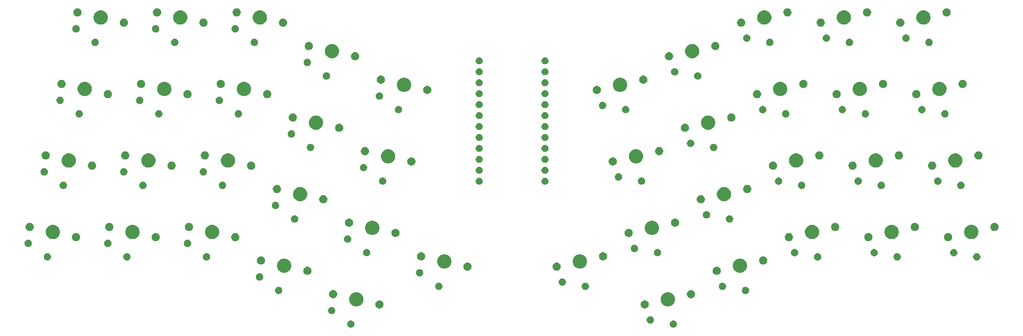
<source format=gbr>
G04 #@! TF.GenerationSoftware,KiCad,Pcbnew,(5.0.1-3-g963ef8bb5)*
G04 #@! TF.CreationDate,2018-12-19T14:21:48+01:00*
G04 #@! TF.ProjectId,atreusPCB,6174726575735043422E6B696361645F,rev?*
G04 #@! TF.SameCoordinates,Original*
G04 #@! TF.FileFunction,Soldermask,Bot*
G04 #@! TF.FilePolarity,Negative*
%FSLAX46Y46*%
G04 Gerber Fmt 4.6, Leading zero omitted, Abs format (unit mm)*
G04 Created by KiCad (PCBNEW (5.0.1-3-g963ef8bb5)) date 2018 December 19, Wednesday 14:21:48*
%MOMM*%
%LPD*%
G01*
G04 APERTURE LIST*
%ADD10C,0.100000*%
G04 APERTURE END LIST*
D10*
G36*
X184612995Y-124093926D02*
X184767867Y-124158076D01*
X184907248Y-124251208D01*
X185025782Y-124369742D01*
X185118914Y-124509123D01*
X185183064Y-124663995D01*
X185215767Y-124828407D01*
X185215767Y-124996039D01*
X185183064Y-125160451D01*
X185118914Y-125315323D01*
X185025782Y-125454704D01*
X184907248Y-125573238D01*
X184767867Y-125666370D01*
X184612995Y-125730520D01*
X184448583Y-125763223D01*
X184280951Y-125763223D01*
X184116539Y-125730520D01*
X183961667Y-125666370D01*
X183822286Y-125573238D01*
X183703752Y-125454704D01*
X183610620Y-125315323D01*
X183546470Y-125160451D01*
X183513767Y-124996039D01*
X183513767Y-124828407D01*
X183546470Y-124663995D01*
X183610620Y-124509123D01*
X183703752Y-124369742D01*
X183822286Y-124251208D01*
X183961667Y-124158076D01*
X184116539Y-124093926D01*
X184280951Y-124061223D01*
X184448583Y-124061223D01*
X184612995Y-124093926D01*
X184612995Y-124093926D01*
G37*
G36*
X109883461Y-124093926D02*
X110038333Y-124158076D01*
X110177714Y-124251208D01*
X110296248Y-124369742D01*
X110389380Y-124509123D01*
X110453530Y-124663995D01*
X110486233Y-124828407D01*
X110486233Y-124996039D01*
X110453530Y-125160451D01*
X110389380Y-125315323D01*
X110296248Y-125454704D01*
X110177714Y-125573238D01*
X110038333Y-125666370D01*
X109883461Y-125730520D01*
X109719049Y-125763223D01*
X109551417Y-125763223D01*
X109387005Y-125730520D01*
X109232133Y-125666370D01*
X109092752Y-125573238D01*
X108974218Y-125454704D01*
X108881086Y-125315323D01*
X108816936Y-125160451D01*
X108784233Y-124996039D01*
X108784233Y-124828407D01*
X108816936Y-124663995D01*
X108881086Y-124509123D01*
X108974218Y-124369742D01*
X109092752Y-124251208D01*
X109232133Y-124158076D01*
X109387005Y-124093926D01*
X109551417Y-124061223D01*
X109719049Y-124061223D01*
X109883461Y-124093926D01*
X109883461Y-124093926D01*
G37*
G36*
X179276506Y-123128585D02*
X179431378Y-123192735D01*
X179570759Y-123285867D01*
X179689293Y-123404401D01*
X179782425Y-123543782D01*
X179846575Y-123698654D01*
X179879278Y-123863066D01*
X179879278Y-124030698D01*
X179846575Y-124195110D01*
X179782425Y-124349982D01*
X179689293Y-124489363D01*
X179570759Y-124607897D01*
X179431378Y-124701029D01*
X179276506Y-124765179D01*
X179112094Y-124797882D01*
X178944462Y-124797882D01*
X178780050Y-124765179D01*
X178625178Y-124701029D01*
X178485797Y-124607897D01*
X178367263Y-124489363D01*
X178274131Y-124349982D01*
X178209981Y-124195110D01*
X178177278Y-124030698D01*
X178177278Y-123863066D01*
X178209981Y-123698654D01*
X178274131Y-123543782D01*
X178367263Y-123404401D01*
X178485797Y-123285867D01*
X178625178Y-123192735D01*
X178780050Y-123128585D01*
X178944462Y-123095882D01*
X179112094Y-123095882D01*
X179276506Y-123128585D01*
X179276506Y-123128585D01*
G37*
G36*
X105458079Y-120959281D02*
X105612951Y-121023431D01*
X105752332Y-121116563D01*
X105870866Y-121235097D01*
X105963998Y-121374478D01*
X106028148Y-121529350D01*
X106060851Y-121693762D01*
X106060851Y-121861394D01*
X106028148Y-122025806D01*
X105963998Y-122180678D01*
X105870866Y-122320059D01*
X105752332Y-122438593D01*
X105612951Y-122531725D01*
X105458079Y-122595875D01*
X105293667Y-122628578D01*
X105126035Y-122628578D01*
X104961623Y-122595875D01*
X104806751Y-122531725D01*
X104667370Y-122438593D01*
X104548836Y-122320059D01*
X104455704Y-122180678D01*
X104391554Y-122025806D01*
X104358851Y-121861394D01*
X104358851Y-121693762D01*
X104391554Y-121529350D01*
X104455704Y-121374478D01*
X104548836Y-121235097D01*
X104667370Y-121116563D01*
X104806751Y-121023431D01*
X104961623Y-120959281D01*
X105126035Y-120926578D01*
X105293667Y-120926578D01*
X105458079Y-120959281D01*
X105458079Y-120959281D01*
G37*
G36*
X177993245Y-119431382D02*
X178166315Y-119503070D01*
X178322079Y-119607148D01*
X178454537Y-119739606D01*
X178558615Y-119895370D01*
X178630303Y-120068440D01*
X178666849Y-120252169D01*
X178666849Y-120439503D01*
X178630303Y-120623232D01*
X178558615Y-120796302D01*
X178454537Y-120952066D01*
X178322079Y-121084524D01*
X178166315Y-121188602D01*
X177993245Y-121260290D01*
X177809516Y-121296836D01*
X177622182Y-121296836D01*
X177438453Y-121260290D01*
X177265383Y-121188602D01*
X177109619Y-121084524D01*
X176977161Y-120952066D01*
X176873083Y-120796302D01*
X176801395Y-120623232D01*
X176764849Y-120439503D01*
X176764849Y-120252169D01*
X176801395Y-120068440D01*
X176873083Y-119895370D01*
X176977161Y-119739606D01*
X177109619Y-119607148D01*
X177265383Y-119503070D01*
X177438453Y-119431382D01*
X177622182Y-119394836D01*
X177809516Y-119394836D01*
X177993245Y-119431382D01*
X177993245Y-119431382D01*
G37*
G36*
X116561547Y-119431382D02*
X116734617Y-119503070D01*
X116890381Y-119607148D01*
X117022839Y-119739606D01*
X117126917Y-119895370D01*
X117198605Y-120068440D01*
X117235151Y-120252169D01*
X117235151Y-120439503D01*
X117198605Y-120623232D01*
X117126917Y-120796302D01*
X117022839Y-120952066D01*
X116890381Y-121084524D01*
X116734617Y-121188602D01*
X116561547Y-121260290D01*
X116377818Y-121296836D01*
X116190484Y-121296836D01*
X116006755Y-121260290D01*
X115833685Y-121188602D01*
X115677921Y-121084524D01*
X115545463Y-120952066D01*
X115441385Y-120796302D01*
X115369697Y-120623232D01*
X115333151Y-120439503D01*
X115333151Y-120252169D01*
X115369697Y-120068440D01*
X115441385Y-119895370D01*
X115545463Y-119739606D01*
X115677921Y-119607148D01*
X115833685Y-119503070D01*
X116006755Y-119431382D01*
X116190484Y-119394836D01*
X116377818Y-119394836D01*
X116561547Y-119431382D01*
X116561547Y-119431382D01*
G37*
G36*
X183460134Y-117544017D02*
X183566457Y-117565166D01*
X183759698Y-117645209D01*
X183849017Y-117682206D01*
X183866920Y-117689622D01*
X184117230Y-117856874D01*
X184137332Y-117870306D01*
X184367291Y-118100265D01*
X184367293Y-118100268D01*
X184547975Y-118370677D01*
X184628810Y-118565829D01*
X184672431Y-118671141D01*
X184735878Y-118990108D01*
X184735878Y-119315330D01*
X184712793Y-119431383D01*
X184672431Y-119634298D01*
X184584428Y-119846756D01*
X184547976Y-119934759D01*
X184367291Y-120205173D01*
X184137332Y-120435132D01*
X184137329Y-120435134D01*
X183866920Y-120615816D01*
X183866919Y-120615817D01*
X183866918Y-120615817D01*
X183778915Y-120652269D01*
X183566457Y-120740272D01*
X183460134Y-120761421D01*
X183247489Y-120803719D01*
X182922267Y-120803719D01*
X182709622Y-120761421D01*
X182603299Y-120740272D01*
X182390841Y-120652269D01*
X182302838Y-120615817D01*
X182302837Y-120615817D01*
X182302836Y-120615816D01*
X182032427Y-120435134D01*
X182032424Y-120435132D01*
X181802465Y-120205173D01*
X181621780Y-119934759D01*
X181585328Y-119846756D01*
X181497325Y-119634298D01*
X181456963Y-119431383D01*
X181433878Y-119315330D01*
X181433878Y-118990108D01*
X181497325Y-118671141D01*
X181540947Y-118565829D01*
X181621781Y-118370677D01*
X181802463Y-118100268D01*
X181802465Y-118100265D01*
X182032424Y-117870306D01*
X182052526Y-117856874D01*
X182302836Y-117689622D01*
X182320740Y-117682206D01*
X182410058Y-117645209D01*
X182603299Y-117565166D01*
X182709622Y-117544017D01*
X182922267Y-117501719D01*
X183247489Y-117501719D01*
X183460134Y-117544017D01*
X183460134Y-117544017D01*
G37*
G36*
X111290378Y-117544017D02*
X111396701Y-117565166D01*
X111589942Y-117645209D01*
X111679261Y-117682206D01*
X111697164Y-117689622D01*
X111947474Y-117856874D01*
X111967576Y-117870306D01*
X112197535Y-118100265D01*
X112197537Y-118100268D01*
X112378219Y-118370677D01*
X112459054Y-118565829D01*
X112502675Y-118671141D01*
X112566122Y-118990108D01*
X112566122Y-119315330D01*
X112543037Y-119431383D01*
X112502675Y-119634298D01*
X112414672Y-119846756D01*
X112378220Y-119934759D01*
X112197535Y-120205173D01*
X111967576Y-120435132D01*
X111967573Y-120435134D01*
X111697164Y-120615816D01*
X111697163Y-120615817D01*
X111697162Y-120615817D01*
X111609159Y-120652269D01*
X111396701Y-120740272D01*
X111290378Y-120761421D01*
X111077733Y-120803719D01*
X110752511Y-120803719D01*
X110539866Y-120761421D01*
X110433543Y-120740272D01*
X110221085Y-120652269D01*
X110133082Y-120615817D01*
X110133081Y-120615817D01*
X110133080Y-120615816D01*
X109862671Y-120435134D01*
X109862668Y-120435132D01*
X109632709Y-120205173D01*
X109452024Y-119934759D01*
X109415572Y-119846756D01*
X109327569Y-119634298D01*
X109287207Y-119431383D01*
X109264122Y-119315330D01*
X109264122Y-118990108D01*
X109327569Y-118671141D01*
X109371191Y-118565829D01*
X109452025Y-118370677D01*
X109632707Y-118100268D01*
X109632709Y-118100265D01*
X109862668Y-117870306D01*
X109882770Y-117856874D01*
X110133080Y-117689622D01*
X110150984Y-117682206D01*
X110240302Y-117645209D01*
X110433543Y-117565166D01*
X110539866Y-117544017D01*
X110752511Y-117501719D01*
X111077733Y-117501719D01*
X111290378Y-117544017D01*
X111290378Y-117544017D01*
G37*
G36*
X188731303Y-117045148D02*
X188904373Y-117116836D01*
X189060137Y-117220914D01*
X189192595Y-117353372D01*
X189296673Y-117509136D01*
X189368361Y-117682206D01*
X189404907Y-117865935D01*
X189404907Y-118053269D01*
X189368361Y-118236998D01*
X189296673Y-118410068D01*
X189192595Y-118565832D01*
X189060137Y-118698290D01*
X188904373Y-118802368D01*
X188731303Y-118874056D01*
X188547574Y-118910602D01*
X188360240Y-118910602D01*
X188176511Y-118874056D01*
X188003441Y-118802368D01*
X187847677Y-118698290D01*
X187715219Y-118565832D01*
X187611141Y-118410068D01*
X187539453Y-118236998D01*
X187502907Y-118053269D01*
X187502907Y-117865935D01*
X187539453Y-117682206D01*
X187611141Y-117509136D01*
X187715219Y-117353372D01*
X187847677Y-117220914D01*
X188003441Y-117116836D01*
X188176511Y-117045148D01*
X188360240Y-117008602D01*
X188547574Y-117008602D01*
X188731303Y-117045148D01*
X188731303Y-117045148D01*
G37*
G36*
X105823489Y-117045148D02*
X105996559Y-117116836D01*
X106152323Y-117220914D01*
X106284781Y-117353372D01*
X106388859Y-117509136D01*
X106460547Y-117682206D01*
X106497093Y-117865935D01*
X106497093Y-118053269D01*
X106460547Y-118236998D01*
X106388859Y-118410068D01*
X106284781Y-118565832D01*
X106152323Y-118698290D01*
X105996559Y-118802368D01*
X105823489Y-118874056D01*
X105639760Y-118910602D01*
X105452426Y-118910602D01*
X105268697Y-118874056D01*
X105095627Y-118802368D01*
X104939863Y-118698290D01*
X104807405Y-118565832D01*
X104703327Y-118410068D01*
X104631639Y-118236998D01*
X104595093Y-118053269D01*
X104595093Y-117865935D01*
X104631639Y-117682206D01*
X104703327Y-117509136D01*
X104807405Y-117353372D01*
X104939863Y-117220914D01*
X105095627Y-117116836D01*
X105268697Y-117045148D01*
X105452426Y-117008602D01*
X105639760Y-117008602D01*
X105823489Y-117045148D01*
X105823489Y-117045148D01*
G37*
G36*
X201316641Y-116284431D02*
X201471513Y-116348581D01*
X201610894Y-116441713D01*
X201729428Y-116560247D01*
X201822560Y-116699628D01*
X201886710Y-116854500D01*
X201919413Y-117018912D01*
X201919413Y-117186544D01*
X201886710Y-117350956D01*
X201822560Y-117505828D01*
X201729428Y-117645209D01*
X201610894Y-117763743D01*
X201471513Y-117856875D01*
X201316641Y-117921025D01*
X201152229Y-117953728D01*
X200984597Y-117953728D01*
X200820185Y-117921025D01*
X200665313Y-117856875D01*
X200525932Y-117763743D01*
X200407398Y-117645209D01*
X200314266Y-117505828D01*
X200250116Y-117350956D01*
X200217413Y-117186544D01*
X200217413Y-117018912D01*
X200250116Y-116854500D01*
X200314266Y-116699628D01*
X200407398Y-116560247D01*
X200525932Y-116441713D01*
X200665313Y-116348581D01*
X200820185Y-116284431D01*
X200984597Y-116251728D01*
X201152229Y-116251728D01*
X201316641Y-116284431D01*
X201316641Y-116284431D01*
G37*
G36*
X93179815Y-116284431D02*
X93334687Y-116348581D01*
X93474068Y-116441713D01*
X93592602Y-116560247D01*
X93685734Y-116699628D01*
X93749884Y-116854500D01*
X93782587Y-117018912D01*
X93782587Y-117186544D01*
X93749884Y-117350956D01*
X93685734Y-117505828D01*
X93592602Y-117645209D01*
X93474068Y-117763743D01*
X93334687Y-117856875D01*
X93179815Y-117921025D01*
X93015403Y-117953728D01*
X92847771Y-117953728D01*
X92683359Y-117921025D01*
X92528487Y-117856875D01*
X92389106Y-117763743D01*
X92270572Y-117645209D01*
X92177440Y-117505828D01*
X92113290Y-117350956D01*
X92080587Y-117186544D01*
X92080587Y-117018912D01*
X92113290Y-116854500D01*
X92177440Y-116699628D01*
X92270572Y-116560247D01*
X92389106Y-116441713D01*
X92528487Y-116348581D01*
X92683359Y-116284431D01*
X92847771Y-116251728D01*
X93015403Y-116251728D01*
X93179815Y-116284431D01*
X93179815Y-116284431D01*
G37*
G36*
X195980152Y-115319090D02*
X196135024Y-115383240D01*
X196274405Y-115476372D01*
X196392939Y-115594906D01*
X196486071Y-115734287D01*
X196550221Y-115889159D01*
X196582924Y-116053571D01*
X196582924Y-116221203D01*
X196550221Y-116385615D01*
X196486071Y-116540487D01*
X196392939Y-116679868D01*
X196274405Y-116798402D01*
X196135024Y-116891534D01*
X195980152Y-116955684D01*
X195815740Y-116988387D01*
X195648108Y-116988387D01*
X195483696Y-116955684D01*
X195328824Y-116891534D01*
X195189443Y-116798402D01*
X195070909Y-116679868D01*
X194977777Y-116540487D01*
X194913627Y-116385615D01*
X194880924Y-116221203D01*
X194880924Y-116053571D01*
X194913627Y-115889159D01*
X194977777Y-115734287D01*
X195070909Y-115594906D01*
X195189443Y-115476372D01*
X195328824Y-115383240D01*
X195483696Y-115319090D01*
X195648108Y-115286387D01*
X195815740Y-115286387D01*
X195980152Y-115319090D01*
X195980152Y-115319090D01*
G37*
G36*
X164221533Y-115308239D02*
X164376405Y-115372389D01*
X164515786Y-115465521D01*
X164634320Y-115584055D01*
X164727452Y-115723436D01*
X164791602Y-115878308D01*
X164824305Y-116042720D01*
X164824305Y-116210352D01*
X164791602Y-116374764D01*
X164727452Y-116529636D01*
X164634320Y-116669017D01*
X164515786Y-116787551D01*
X164376405Y-116880683D01*
X164221533Y-116944833D01*
X164057121Y-116977536D01*
X163889489Y-116977536D01*
X163725077Y-116944833D01*
X163570205Y-116880683D01*
X163430824Y-116787551D01*
X163312290Y-116669017D01*
X163219158Y-116529636D01*
X163155008Y-116374764D01*
X163122305Y-116210352D01*
X163122305Y-116042720D01*
X163155008Y-115878308D01*
X163219158Y-115723436D01*
X163312290Y-115584055D01*
X163430824Y-115465521D01*
X163570205Y-115372389D01*
X163725077Y-115308239D01*
X163889489Y-115275536D01*
X164057121Y-115275536D01*
X164221533Y-115308239D01*
X164221533Y-115308239D01*
G37*
G36*
X130274923Y-115308239D02*
X130429795Y-115372389D01*
X130569176Y-115465521D01*
X130687710Y-115584055D01*
X130780842Y-115723436D01*
X130844992Y-115878308D01*
X130877695Y-116042720D01*
X130877695Y-116210352D01*
X130844992Y-116374764D01*
X130780842Y-116529636D01*
X130687710Y-116669017D01*
X130569176Y-116787551D01*
X130429795Y-116880683D01*
X130274923Y-116944833D01*
X130110511Y-116977536D01*
X129942879Y-116977536D01*
X129778467Y-116944833D01*
X129623595Y-116880683D01*
X129484214Y-116787551D01*
X129365680Y-116669017D01*
X129272548Y-116529636D01*
X129208398Y-116374764D01*
X129175695Y-116210352D01*
X129175695Y-116042720D01*
X129208398Y-115878308D01*
X129272548Y-115723436D01*
X129365680Y-115584055D01*
X129484214Y-115465521D01*
X129623595Y-115372389D01*
X129778467Y-115308239D01*
X129942879Y-115275536D01*
X130110511Y-115275536D01*
X130274923Y-115308239D01*
X130274923Y-115308239D01*
G37*
G36*
X158885044Y-114342898D02*
X159039916Y-114407048D01*
X159179297Y-114500180D01*
X159297831Y-114618714D01*
X159390963Y-114758095D01*
X159455113Y-114912967D01*
X159487816Y-115077379D01*
X159487816Y-115245011D01*
X159455113Y-115409423D01*
X159390963Y-115564295D01*
X159297831Y-115703676D01*
X159179297Y-115822210D01*
X159039916Y-115915342D01*
X158885044Y-115979492D01*
X158720632Y-116012195D01*
X158553000Y-116012195D01*
X158388588Y-115979492D01*
X158233716Y-115915342D01*
X158094335Y-115822210D01*
X157975801Y-115703676D01*
X157882669Y-115564295D01*
X157818519Y-115409423D01*
X157785816Y-115245011D01*
X157785816Y-115077379D01*
X157818519Y-114912967D01*
X157882669Y-114758095D01*
X157975801Y-114618714D01*
X158094335Y-114500180D01*
X158233716Y-114407048D01*
X158388588Y-114342898D01*
X158553000Y-114310195D01*
X158720632Y-114310195D01*
X158885044Y-114342898D01*
X158885044Y-114342898D01*
G37*
G36*
X88754433Y-113149786D02*
X88909305Y-113213936D01*
X89048686Y-113307068D01*
X89167220Y-113425602D01*
X89260352Y-113564983D01*
X89324502Y-113719855D01*
X89357205Y-113884267D01*
X89357205Y-114051899D01*
X89324502Y-114216311D01*
X89260352Y-114371183D01*
X89167220Y-114510564D01*
X89048686Y-114629098D01*
X88909305Y-114722230D01*
X88754433Y-114786380D01*
X88590021Y-114819083D01*
X88422389Y-114819083D01*
X88257977Y-114786380D01*
X88103105Y-114722230D01*
X87963724Y-114629098D01*
X87845190Y-114510564D01*
X87752058Y-114371183D01*
X87687908Y-114216311D01*
X87655205Y-114051899D01*
X87655205Y-113884267D01*
X87687908Y-113719855D01*
X87752058Y-113564983D01*
X87845190Y-113425602D01*
X87963724Y-113307068D01*
X88103105Y-113213936D01*
X88257977Y-113149786D01*
X88422389Y-113117083D01*
X88590021Y-113117083D01*
X88754433Y-113149786D01*
X88754433Y-113149786D01*
G37*
G36*
X125849541Y-112173594D02*
X126004413Y-112237744D01*
X126143794Y-112330876D01*
X126262328Y-112449410D01*
X126355460Y-112588791D01*
X126419610Y-112743663D01*
X126452313Y-112908075D01*
X126452313Y-113075707D01*
X126419610Y-113240119D01*
X126355460Y-113394991D01*
X126262328Y-113534372D01*
X126143794Y-113652906D01*
X126004413Y-113746038D01*
X125849541Y-113810188D01*
X125685129Y-113842891D01*
X125517497Y-113842891D01*
X125353085Y-113810188D01*
X125198213Y-113746038D01*
X125058832Y-113652906D01*
X124940298Y-113534372D01*
X124847166Y-113394991D01*
X124783016Y-113240119D01*
X124750313Y-113075707D01*
X124750313Y-112908075D01*
X124783016Y-112743663D01*
X124847166Y-112588791D01*
X124940298Y-112449410D01*
X125058832Y-112330876D01*
X125198213Y-112237744D01*
X125353085Y-112173594D01*
X125517497Y-112140891D01*
X125685129Y-112140891D01*
X125849541Y-112173594D01*
X125849541Y-112173594D01*
G37*
G36*
X194696891Y-111621887D02*
X194869961Y-111693575D01*
X195025725Y-111797653D01*
X195158183Y-111930111D01*
X195262261Y-112085875D01*
X195333949Y-112258945D01*
X195370495Y-112442674D01*
X195370495Y-112630008D01*
X195333949Y-112813737D01*
X195262261Y-112986807D01*
X195158183Y-113142571D01*
X195025725Y-113275029D01*
X194869961Y-113379107D01*
X194696891Y-113450795D01*
X194513162Y-113487341D01*
X194325828Y-113487341D01*
X194142099Y-113450795D01*
X193969029Y-113379107D01*
X193813265Y-113275029D01*
X193680807Y-113142571D01*
X193576729Y-112986807D01*
X193505041Y-112813737D01*
X193468495Y-112630008D01*
X193468495Y-112442674D01*
X193505041Y-112258945D01*
X193576729Y-112085875D01*
X193680807Y-111930111D01*
X193813265Y-111797653D01*
X193969029Y-111693575D01*
X194142099Y-111621887D01*
X194325828Y-111585341D01*
X194513162Y-111585341D01*
X194696891Y-111621887D01*
X194696891Y-111621887D01*
G37*
G36*
X99857901Y-111621887D02*
X100030971Y-111693575D01*
X100186735Y-111797653D01*
X100319193Y-111930111D01*
X100423271Y-112085875D01*
X100494959Y-112258945D01*
X100531505Y-112442674D01*
X100531505Y-112630008D01*
X100494959Y-112813737D01*
X100423271Y-112986807D01*
X100319193Y-113142571D01*
X100186735Y-113275029D01*
X100030971Y-113379107D01*
X99857901Y-113450795D01*
X99674172Y-113487341D01*
X99486838Y-113487341D01*
X99303109Y-113450795D01*
X99130039Y-113379107D01*
X98974275Y-113275029D01*
X98841817Y-113142571D01*
X98737739Y-112986807D01*
X98666051Y-112813737D01*
X98629505Y-112630008D01*
X98629505Y-112442674D01*
X98666051Y-112258945D01*
X98737739Y-112085875D01*
X98841817Y-111930111D01*
X98974275Y-111797653D01*
X99130039Y-111693575D01*
X99303109Y-111621887D01*
X99486838Y-111585341D01*
X99674172Y-111585341D01*
X99857901Y-111621887D01*
X99857901Y-111621887D01*
G37*
G36*
X94586732Y-109734522D02*
X94693055Y-109755671D01*
X94752140Y-109780145D01*
X94975615Y-109872711D01*
X94993518Y-109880127D01*
X95197883Y-110016680D01*
X95263930Y-110060811D01*
X95493889Y-110290770D01*
X95493891Y-110290773D01*
X95674573Y-110561182D01*
X95793630Y-110848610D01*
X95799029Y-110861646D01*
X95862476Y-111180613D01*
X95862476Y-111505835D01*
X95825132Y-111693575D01*
X95799029Y-111824803D01*
X95674573Y-112125266D01*
X95599417Y-112237744D01*
X95493889Y-112395678D01*
X95263930Y-112625637D01*
X95263927Y-112625639D01*
X94993518Y-112806321D01*
X94993517Y-112806322D01*
X94993516Y-112806322D01*
X94905513Y-112842774D01*
X94693055Y-112930777D01*
X94586732Y-112951926D01*
X94374087Y-112994224D01*
X94048865Y-112994224D01*
X93836220Y-112951926D01*
X93729897Y-112930777D01*
X93517439Y-112842774D01*
X93429436Y-112806322D01*
X93429435Y-112806322D01*
X93429434Y-112806321D01*
X93159025Y-112625639D01*
X93159022Y-112625637D01*
X92929063Y-112395678D01*
X92823535Y-112237744D01*
X92748379Y-112125266D01*
X92623923Y-111824803D01*
X92597820Y-111693575D01*
X92560476Y-111505835D01*
X92560476Y-111180613D01*
X92623923Y-110861646D01*
X92629323Y-110848610D01*
X92748379Y-110561182D01*
X92929061Y-110290773D01*
X92929063Y-110290770D01*
X93159022Y-110060811D01*
X93225069Y-110016680D01*
X93429434Y-109880127D01*
X93447338Y-109872711D01*
X93670812Y-109780145D01*
X93729897Y-109755671D01*
X93836220Y-109734522D01*
X94048865Y-109692224D01*
X94374087Y-109692224D01*
X94586732Y-109734522D01*
X94586732Y-109734522D01*
G37*
G36*
X200163780Y-109734522D02*
X200270103Y-109755671D01*
X200329188Y-109780145D01*
X200552663Y-109872711D01*
X200570566Y-109880127D01*
X200774931Y-110016680D01*
X200840978Y-110060811D01*
X201070937Y-110290770D01*
X201070939Y-110290773D01*
X201251621Y-110561182D01*
X201370678Y-110848610D01*
X201376077Y-110861646D01*
X201439524Y-111180613D01*
X201439524Y-111505835D01*
X201402180Y-111693575D01*
X201376077Y-111824803D01*
X201251621Y-112125266D01*
X201176465Y-112237744D01*
X201070937Y-112395678D01*
X200840978Y-112625637D01*
X200840975Y-112625639D01*
X200570566Y-112806321D01*
X200570565Y-112806322D01*
X200570564Y-112806322D01*
X200482561Y-112842774D01*
X200270103Y-112930777D01*
X200163780Y-112951926D01*
X199951135Y-112994224D01*
X199625913Y-112994224D01*
X199413268Y-112951926D01*
X199306945Y-112930777D01*
X199094487Y-112842774D01*
X199006484Y-112806322D01*
X199006483Y-112806322D01*
X199006482Y-112806321D01*
X198736073Y-112625639D01*
X198736070Y-112625637D01*
X198506111Y-112395678D01*
X198400583Y-112237744D01*
X198325427Y-112125266D01*
X198200971Y-111824803D01*
X198174868Y-111693575D01*
X198137524Y-111505835D01*
X198137524Y-111180613D01*
X198200971Y-110861646D01*
X198206371Y-110848610D01*
X198325427Y-110561182D01*
X198506109Y-110290773D01*
X198506111Y-110290770D01*
X198736070Y-110060811D01*
X198802117Y-110016680D01*
X199006482Y-109880127D01*
X199024386Y-109872711D01*
X199247860Y-109780145D01*
X199306945Y-109755671D01*
X199413268Y-109734522D01*
X199625913Y-109692224D01*
X199951135Y-109692224D01*
X200163780Y-109734522D01*
X200163780Y-109734522D01*
G37*
G36*
X136953009Y-110645695D02*
X137126079Y-110717383D01*
X137281843Y-110821461D01*
X137414301Y-110953919D01*
X137518379Y-111109683D01*
X137590067Y-111282753D01*
X137626613Y-111466482D01*
X137626613Y-111653816D01*
X137590067Y-111837545D01*
X137518379Y-112010615D01*
X137414301Y-112166379D01*
X137281843Y-112298837D01*
X137126079Y-112402915D01*
X136953009Y-112474603D01*
X136769280Y-112511149D01*
X136581946Y-112511149D01*
X136398217Y-112474603D01*
X136225147Y-112402915D01*
X136069383Y-112298837D01*
X135936925Y-112166379D01*
X135832847Y-112010615D01*
X135761159Y-111837545D01*
X135724613Y-111653816D01*
X135724613Y-111466482D01*
X135761159Y-111282753D01*
X135832847Y-111109683D01*
X135936925Y-110953919D01*
X136069383Y-110821461D01*
X136225147Y-110717383D01*
X136398217Y-110645695D01*
X136581946Y-110609149D01*
X136769280Y-110609149D01*
X136953009Y-110645695D01*
X136953009Y-110645695D01*
G37*
G36*
X157601783Y-110645695D02*
X157774853Y-110717383D01*
X157930617Y-110821461D01*
X158063075Y-110953919D01*
X158167153Y-111109683D01*
X158238841Y-111282753D01*
X158275387Y-111466482D01*
X158275387Y-111653816D01*
X158238841Y-111837545D01*
X158167153Y-112010615D01*
X158063075Y-112166379D01*
X157930617Y-112298837D01*
X157774853Y-112402915D01*
X157601783Y-112474603D01*
X157418054Y-112511149D01*
X157230720Y-112511149D01*
X157046991Y-112474603D01*
X156873921Y-112402915D01*
X156718157Y-112298837D01*
X156585699Y-112166379D01*
X156481621Y-112010615D01*
X156409933Y-111837545D01*
X156373387Y-111653816D01*
X156373387Y-111466482D01*
X156409933Y-111282753D01*
X156481621Y-111109683D01*
X156585699Y-110953919D01*
X156718157Y-110821461D01*
X156873921Y-110717383D01*
X157046991Y-110645695D01*
X157230720Y-110609149D01*
X157418054Y-110609149D01*
X157601783Y-110645695D01*
X157601783Y-110645695D01*
G37*
G36*
X131643763Y-108750756D02*
X131788163Y-108779479D01*
X131981406Y-108859523D01*
X132070723Y-108896519D01*
X132088626Y-108903935D01*
X132338937Y-109071188D01*
X132359038Y-109084619D01*
X132588997Y-109314578D01*
X132588999Y-109314581D01*
X132769681Y-109584990D01*
X132891931Y-109880127D01*
X132894137Y-109885454D01*
X132957584Y-110204421D01*
X132957584Y-110529643D01*
X132934499Y-110645696D01*
X132894137Y-110848611D01*
X132834382Y-110992872D01*
X132769682Y-111149072D01*
X132588997Y-111419486D01*
X132359038Y-111649445D01*
X132359035Y-111649447D01*
X132088626Y-111830129D01*
X132088625Y-111830130D01*
X132088624Y-111830130D01*
X132000621Y-111866582D01*
X131788163Y-111954585D01*
X131681840Y-111975734D01*
X131469195Y-112018032D01*
X131143973Y-112018032D01*
X130931328Y-111975734D01*
X130825005Y-111954585D01*
X130612547Y-111866582D01*
X130524544Y-111830130D01*
X130524543Y-111830130D01*
X130524542Y-111830129D01*
X130254133Y-111649447D01*
X130254130Y-111649445D01*
X130024171Y-111419486D01*
X129843486Y-111149072D01*
X129778786Y-110992872D01*
X129719031Y-110848611D01*
X129678669Y-110645696D01*
X129655584Y-110529643D01*
X129655584Y-110204421D01*
X129719031Y-109885454D01*
X129721238Y-109880127D01*
X129843487Y-109584990D01*
X130024169Y-109314581D01*
X130024171Y-109314578D01*
X130254130Y-109084619D01*
X130274231Y-109071188D01*
X130524542Y-108903935D01*
X130542446Y-108896519D01*
X130631762Y-108859523D01*
X130825005Y-108779479D01*
X130969405Y-108750756D01*
X131143973Y-108716032D01*
X131469195Y-108716032D01*
X131643763Y-108750756D01*
X131643763Y-108750756D01*
G37*
G36*
X163030595Y-108750756D02*
X163174995Y-108779479D01*
X163368238Y-108859523D01*
X163457555Y-108896519D01*
X163475458Y-108903935D01*
X163725769Y-109071188D01*
X163745870Y-109084619D01*
X163975829Y-109314578D01*
X163975831Y-109314581D01*
X164156513Y-109584990D01*
X164278763Y-109880127D01*
X164280969Y-109885454D01*
X164344416Y-110204421D01*
X164344416Y-110529643D01*
X164321331Y-110645696D01*
X164280969Y-110848611D01*
X164221214Y-110992872D01*
X164156514Y-111149072D01*
X163975829Y-111419486D01*
X163745870Y-111649445D01*
X163745867Y-111649447D01*
X163475458Y-111830129D01*
X163475457Y-111830130D01*
X163475456Y-111830130D01*
X163387453Y-111866582D01*
X163174995Y-111954585D01*
X163068672Y-111975734D01*
X162856027Y-112018032D01*
X162530805Y-112018032D01*
X162318160Y-111975734D01*
X162211837Y-111954585D01*
X161999379Y-111866582D01*
X161911376Y-111830130D01*
X161911375Y-111830130D01*
X161911374Y-111830129D01*
X161640965Y-111649447D01*
X161640962Y-111649445D01*
X161411003Y-111419486D01*
X161230318Y-111149072D01*
X161165618Y-110992872D01*
X161105863Y-110848611D01*
X161065501Y-110645696D01*
X161042416Y-110529643D01*
X161042416Y-110204421D01*
X161105863Y-109885454D01*
X161108070Y-109880127D01*
X161230319Y-109584990D01*
X161411001Y-109314581D01*
X161411003Y-109314578D01*
X161640962Y-109084619D01*
X161661063Y-109071188D01*
X161911374Y-108903935D01*
X161929278Y-108896519D01*
X162018594Y-108859523D01*
X162211837Y-108779479D01*
X162356237Y-108750756D01*
X162530805Y-108716032D01*
X162856027Y-108716032D01*
X163030595Y-108750756D01*
X163030595Y-108750756D01*
G37*
G36*
X205434949Y-109235653D02*
X205608019Y-109307341D01*
X205763783Y-109411419D01*
X205896241Y-109543877D01*
X206000319Y-109699641D01*
X206072007Y-109872711D01*
X206108553Y-110056440D01*
X206108553Y-110243774D01*
X206072007Y-110427503D01*
X206000319Y-110600573D01*
X205896241Y-110756337D01*
X205763783Y-110888795D01*
X205608019Y-110992873D01*
X205434949Y-111064561D01*
X205251220Y-111101107D01*
X205063886Y-111101107D01*
X204880157Y-111064561D01*
X204707087Y-110992873D01*
X204551323Y-110888795D01*
X204418865Y-110756337D01*
X204314787Y-110600573D01*
X204243099Y-110427503D01*
X204206553Y-110243774D01*
X204206553Y-110056440D01*
X204243099Y-109872711D01*
X204314787Y-109699641D01*
X204418865Y-109543877D01*
X204551323Y-109411419D01*
X204707087Y-109307341D01*
X204880157Y-109235653D01*
X205063886Y-109199107D01*
X205251220Y-109199107D01*
X205434949Y-109235653D01*
X205434949Y-109235653D01*
G37*
G36*
X89119843Y-109235653D02*
X89292913Y-109307341D01*
X89448677Y-109411419D01*
X89581135Y-109543877D01*
X89685213Y-109699641D01*
X89756901Y-109872711D01*
X89793447Y-110056440D01*
X89793447Y-110243774D01*
X89756901Y-110427503D01*
X89685213Y-110600573D01*
X89581135Y-110756337D01*
X89448677Y-110888795D01*
X89292913Y-110992873D01*
X89119843Y-111064561D01*
X88936114Y-111101107D01*
X88748780Y-111101107D01*
X88565051Y-111064561D01*
X88391981Y-110992873D01*
X88236217Y-110888795D01*
X88103759Y-110756337D01*
X87999681Y-110600573D01*
X87927993Y-110427503D01*
X87891447Y-110243774D01*
X87891447Y-110056440D01*
X87927993Y-109872711D01*
X87999681Y-109699641D01*
X88103759Y-109543877D01*
X88236217Y-109411419D01*
X88391981Y-109307341D01*
X88565051Y-109235653D01*
X88748780Y-109199107D01*
X88936114Y-109199107D01*
X89119843Y-109235653D01*
X89119843Y-109235653D01*
G37*
G36*
X254898466Y-108474942D02*
X255053338Y-108539092D01*
X255192719Y-108632224D01*
X255311253Y-108750758D01*
X255404385Y-108890139D01*
X255468535Y-109045011D01*
X255501238Y-109209423D01*
X255501238Y-109377055D01*
X255468535Y-109541467D01*
X255404385Y-109696339D01*
X255311253Y-109835720D01*
X255192719Y-109954254D01*
X255053338Y-110047386D01*
X254898466Y-110111536D01*
X254734054Y-110144239D01*
X254566422Y-110144239D01*
X254402010Y-110111536D01*
X254247138Y-110047386D01*
X254107757Y-109954254D01*
X253989223Y-109835720D01*
X253896091Y-109696339D01*
X253831941Y-109541467D01*
X253799238Y-109377055D01*
X253799238Y-109209423D01*
X253831941Y-109045011D01*
X253896091Y-108890139D01*
X253989223Y-108750758D01*
X254107757Y-108632224D01*
X254247138Y-108539092D01*
X254402010Y-108474942D01*
X254566422Y-108442239D01*
X254734054Y-108442239D01*
X254898466Y-108474942D01*
X254898466Y-108474942D01*
G37*
G36*
X39597990Y-108474942D02*
X39752862Y-108539092D01*
X39892243Y-108632224D01*
X40010777Y-108750758D01*
X40103909Y-108890139D01*
X40168059Y-109045011D01*
X40200762Y-109209423D01*
X40200762Y-109377055D01*
X40168059Y-109541467D01*
X40103909Y-109696339D01*
X40010777Y-109835720D01*
X39892243Y-109954254D01*
X39752862Y-110047386D01*
X39597990Y-110111536D01*
X39433578Y-110144239D01*
X39265946Y-110144239D01*
X39101534Y-110111536D01*
X38946662Y-110047386D01*
X38807281Y-109954254D01*
X38688747Y-109835720D01*
X38595615Y-109696339D01*
X38531465Y-109541467D01*
X38498762Y-109377055D01*
X38498762Y-109209423D01*
X38531465Y-109045011D01*
X38595615Y-108890139D01*
X38688747Y-108750758D01*
X38807281Y-108632224D01*
X38946662Y-108539092D01*
X39101534Y-108474942D01*
X39265946Y-108442239D01*
X39433578Y-108442239D01*
X39597990Y-108474942D01*
X39597990Y-108474942D01*
G37*
G36*
X236459377Y-108474940D02*
X236614249Y-108539090D01*
X236753630Y-108632222D01*
X236872164Y-108750756D01*
X236965296Y-108890137D01*
X237029446Y-109045009D01*
X237062149Y-109209421D01*
X237062149Y-109377053D01*
X237029446Y-109541465D01*
X236965296Y-109696337D01*
X236872164Y-109835718D01*
X236753630Y-109954252D01*
X236614249Y-110047384D01*
X236459377Y-110111534D01*
X236294965Y-110144237D01*
X236127333Y-110144237D01*
X235962921Y-110111534D01*
X235808049Y-110047384D01*
X235668668Y-109954252D01*
X235550134Y-109835718D01*
X235457002Y-109696337D01*
X235392852Y-109541465D01*
X235360149Y-109377053D01*
X235360149Y-109209421D01*
X235392852Y-109045009D01*
X235457002Y-108890137D01*
X235550134Y-108750756D01*
X235668668Y-108632222D01*
X235808049Y-108539090D01*
X235962921Y-108474940D01*
X236127333Y-108442237D01*
X236294965Y-108442237D01*
X236459377Y-108474940D01*
X236459377Y-108474940D01*
G37*
G36*
X58037079Y-108474940D02*
X58191951Y-108539090D01*
X58331332Y-108632222D01*
X58449866Y-108750756D01*
X58542998Y-108890137D01*
X58607148Y-109045009D01*
X58639851Y-109209421D01*
X58639851Y-109377053D01*
X58607148Y-109541465D01*
X58542998Y-109696337D01*
X58449866Y-109835718D01*
X58331332Y-109954252D01*
X58191951Y-110047384D01*
X58037079Y-110111534D01*
X57872667Y-110144237D01*
X57705035Y-110144237D01*
X57540623Y-110111534D01*
X57385751Y-110047384D01*
X57246370Y-109954252D01*
X57127836Y-109835718D01*
X57034704Y-109696337D01*
X56970554Y-109541465D01*
X56937851Y-109377053D01*
X56937851Y-109209421D01*
X56970554Y-109045009D01*
X57034704Y-108890137D01*
X57127836Y-108750756D01*
X57246370Y-108632222D01*
X57385751Y-108539090D01*
X57540623Y-108474940D01*
X57705035Y-108442237D01*
X57872667Y-108442237D01*
X58037079Y-108474940D01*
X58037079Y-108474940D01*
G37*
G36*
X218020288Y-108474937D02*
X218175160Y-108539087D01*
X218314541Y-108632219D01*
X218433075Y-108750753D01*
X218526207Y-108890134D01*
X218590357Y-109045006D01*
X218623060Y-109209418D01*
X218623060Y-109377050D01*
X218590357Y-109541462D01*
X218526207Y-109696334D01*
X218433075Y-109835715D01*
X218314541Y-109954249D01*
X218175160Y-110047381D01*
X218020288Y-110111531D01*
X217855876Y-110144234D01*
X217688244Y-110144234D01*
X217523832Y-110111531D01*
X217368960Y-110047381D01*
X217229579Y-109954249D01*
X217111045Y-109835715D01*
X217017913Y-109696334D01*
X216953763Y-109541462D01*
X216921060Y-109377050D01*
X216921060Y-109209418D01*
X216953763Y-109045006D01*
X217017913Y-108890134D01*
X217111045Y-108750753D01*
X217229579Y-108632219D01*
X217368960Y-108539087D01*
X217523832Y-108474937D01*
X217688244Y-108442234D01*
X217855876Y-108442234D01*
X218020288Y-108474937D01*
X218020288Y-108474937D01*
G37*
G36*
X76476168Y-108474937D02*
X76631040Y-108539087D01*
X76770421Y-108632219D01*
X76888955Y-108750753D01*
X76982087Y-108890134D01*
X77046237Y-109045006D01*
X77078940Y-109209418D01*
X77078940Y-109377050D01*
X77046237Y-109541462D01*
X76982087Y-109696334D01*
X76888955Y-109835715D01*
X76770421Y-109954249D01*
X76631040Y-110047381D01*
X76476168Y-110111531D01*
X76311756Y-110144234D01*
X76144124Y-110144234D01*
X75979712Y-110111531D01*
X75824840Y-110047381D01*
X75685459Y-109954249D01*
X75566925Y-109835715D01*
X75473793Y-109696334D01*
X75409643Y-109541462D01*
X75376940Y-109377050D01*
X75376940Y-109209418D01*
X75409643Y-109045006D01*
X75473793Y-108890134D01*
X75566925Y-108750753D01*
X75685459Y-108632219D01*
X75824840Y-108539087D01*
X75979712Y-108474937D01*
X76144124Y-108442234D01*
X76311756Y-108442234D01*
X76476168Y-108474937D01*
X76476168Y-108474937D01*
G37*
G36*
X168339841Y-108259461D02*
X168512911Y-108331149D01*
X168668675Y-108435227D01*
X168801133Y-108567685D01*
X168905211Y-108723449D01*
X168976899Y-108896519D01*
X169013445Y-109080248D01*
X169013445Y-109267582D01*
X168976899Y-109451311D01*
X168905211Y-109624381D01*
X168801133Y-109780145D01*
X168668675Y-109912603D01*
X168512911Y-110016681D01*
X168339841Y-110088369D01*
X168156112Y-110124915D01*
X167968778Y-110124915D01*
X167785049Y-110088369D01*
X167611979Y-110016681D01*
X167456215Y-109912603D01*
X167323757Y-109780145D01*
X167219679Y-109624381D01*
X167147991Y-109451311D01*
X167111445Y-109267582D01*
X167111445Y-109080248D01*
X167147991Y-108896519D01*
X167219679Y-108723449D01*
X167323757Y-108567685D01*
X167456215Y-108435227D01*
X167611979Y-108331149D01*
X167785049Y-108259461D01*
X167968778Y-108222915D01*
X168156112Y-108222915D01*
X168339841Y-108259461D01*
X168339841Y-108259461D01*
G37*
G36*
X126214951Y-108259461D02*
X126388021Y-108331149D01*
X126543785Y-108435227D01*
X126676243Y-108567685D01*
X126780321Y-108723449D01*
X126852009Y-108896519D01*
X126888555Y-109080248D01*
X126888555Y-109267582D01*
X126852009Y-109451311D01*
X126780321Y-109624381D01*
X126676243Y-109780145D01*
X126543785Y-109912603D01*
X126388021Y-110016681D01*
X126214951Y-110088369D01*
X126031222Y-110124915D01*
X125843888Y-110124915D01*
X125660159Y-110088369D01*
X125487089Y-110016681D01*
X125331325Y-109912603D01*
X125198867Y-109780145D01*
X125094789Y-109624381D01*
X125023101Y-109451311D01*
X124986555Y-109267582D01*
X124986555Y-109080248D01*
X125023101Y-108896519D01*
X125094789Y-108723449D01*
X125198867Y-108567685D01*
X125331325Y-108435227D01*
X125487089Y-108331149D01*
X125660159Y-108259461D01*
X125843888Y-108222915D01*
X126031222Y-108222915D01*
X126214951Y-108259461D01*
X126214951Y-108259461D01*
G37*
G36*
X249561977Y-107509601D02*
X249716849Y-107573751D01*
X249856230Y-107666883D01*
X249974764Y-107785417D01*
X250067896Y-107924798D01*
X250132046Y-108079670D01*
X250164749Y-108244082D01*
X250164749Y-108411714D01*
X250132046Y-108576126D01*
X250067896Y-108730998D01*
X249974764Y-108870379D01*
X249856230Y-108988913D01*
X249716849Y-109082045D01*
X249561977Y-109146195D01*
X249397565Y-109178898D01*
X249229933Y-109178898D01*
X249065521Y-109146195D01*
X248910649Y-109082045D01*
X248771268Y-108988913D01*
X248652734Y-108870379D01*
X248559602Y-108730998D01*
X248495452Y-108576126D01*
X248462749Y-108411714D01*
X248462749Y-108244082D01*
X248495452Y-108079670D01*
X248559602Y-107924798D01*
X248652734Y-107785417D01*
X248771268Y-107666883D01*
X248910649Y-107573751D01*
X249065521Y-107509601D01*
X249229933Y-107476898D01*
X249397565Y-107476898D01*
X249561977Y-107509601D01*
X249561977Y-107509601D01*
G37*
G36*
X231122888Y-107509599D02*
X231277760Y-107573749D01*
X231417141Y-107666881D01*
X231535675Y-107785415D01*
X231628807Y-107924796D01*
X231692957Y-108079668D01*
X231725660Y-108244080D01*
X231725660Y-108411712D01*
X231692957Y-108576124D01*
X231628807Y-108730996D01*
X231535675Y-108870377D01*
X231417141Y-108988911D01*
X231277760Y-109082043D01*
X231122888Y-109146193D01*
X230958476Y-109178896D01*
X230790844Y-109178896D01*
X230626432Y-109146193D01*
X230471560Y-109082043D01*
X230332179Y-108988911D01*
X230213645Y-108870377D01*
X230120513Y-108730996D01*
X230056363Y-108576124D01*
X230023660Y-108411712D01*
X230023660Y-108244080D01*
X230056363Y-108079668D01*
X230120513Y-107924796D01*
X230213645Y-107785415D01*
X230332179Y-107666881D01*
X230471560Y-107573749D01*
X230626432Y-107509599D01*
X230790844Y-107476896D01*
X230958476Y-107476896D01*
X231122888Y-107509599D01*
X231122888Y-107509599D01*
G37*
G36*
X212683799Y-107509596D02*
X212838671Y-107573746D01*
X212978052Y-107666878D01*
X213096586Y-107785412D01*
X213189718Y-107924793D01*
X213253868Y-108079665D01*
X213286571Y-108244077D01*
X213286571Y-108411709D01*
X213253868Y-108576121D01*
X213189718Y-108730993D01*
X213096586Y-108870374D01*
X212978052Y-108988908D01*
X212838671Y-109082040D01*
X212683799Y-109146190D01*
X212519387Y-109178893D01*
X212351755Y-109178893D01*
X212187343Y-109146190D01*
X212032471Y-109082040D01*
X211893090Y-108988908D01*
X211774556Y-108870374D01*
X211681424Y-108730993D01*
X211617274Y-108576121D01*
X211584571Y-108411709D01*
X211584571Y-108244077D01*
X211617274Y-108079665D01*
X211681424Y-107924793D01*
X211774556Y-107785412D01*
X211893090Y-107666878D01*
X212032471Y-107573746D01*
X212187343Y-107509596D01*
X212351755Y-107476893D01*
X212519387Y-107476893D01*
X212683799Y-107509596D01*
X212683799Y-107509596D01*
G37*
G36*
X113571276Y-107498745D02*
X113726148Y-107562895D01*
X113865529Y-107656027D01*
X113984063Y-107774561D01*
X114077195Y-107913942D01*
X114141345Y-108068814D01*
X114174048Y-108233226D01*
X114174048Y-108400858D01*
X114141345Y-108565270D01*
X114077195Y-108720142D01*
X113984063Y-108859523D01*
X113865529Y-108978057D01*
X113726148Y-109071189D01*
X113571276Y-109135339D01*
X113406864Y-109168042D01*
X113239232Y-109168042D01*
X113074820Y-109135339D01*
X112919948Y-109071189D01*
X112780567Y-108978057D01*
X112662033Y-108859523D01*
X112568901Y-108720142D01*
X112504751Y-108565270D01*
X112472048Y-108400858D01*
X112472048Y-108233226D01*
X112504751Y-108068814D01*
X112568901Y-107913942D01*
X112662033Y-107774561D01*
X112780567Y-107656027D01*
X112919948Y-107562895D01*
X113074820Y-107498745D01*
X113239232Y-107466042D01*
X113406864Y-107466042D01*
X113571276Y-107498745D01*
X113571276Y-107498745D01*
G37*
G36*
X180925180Y-107498745D02*
X181080052Y-107562895D01*
X181219433Y-107656027D01*
X181337967Y-107774561D01*
X181431099Y-107913942D01*
X181495249Y-108068814D01*
X181527952Y-108233226D01*
X181527952Y-108400858D01*
X181495249Y-108565270D01*
X181431099Y-108720142D01*
X181337967Y-108859523D01*
X181219433Y-108978057D01*
X181080052Y-109071189D01*
X180925180Y-109135339D01*
X180760768Y-109168042D01*
X180593136Y-109168042D01*
X180428724Y-109135339D01*
X180273852Y-109071189D01*
X180134471Y-108978057D01*
X180015937Y-108859523D01*
X179922805Y-108720142D01*
X179858655Y-108565270D01*
X179825952Y-108400858D01*
X179825952Y-108233226D01*
X179858655Y-108068814D01*
X179922805Y-107913942D01*
X180015937Y-107774561D01*
X180134471Y-107656027D01*
X180273852Y-107562895D01*
X180428724Y-107498745D01*
X180593136Y-107466042D01*
X180760768Y-107466042D01*
X180925180Y-107498745D01*
X180925180Y-107498745D01*
G37*
G36*
X175588691Y-106533404D02*
X175743563Y-106597554D01*
X175882944Y-106690686D01*
X176001478Y-106809220D01*
X176094610Y-106948601D01*
X176158760Y-107103473D01*
X176191463Y-107267885D01*
X176191463Y-107435517D01*
X176158760Y-107599929D01*
X176094610Y-107754801D01*
X176001478Y-107894182D01*
X175882944Y-108012716D01*
X175743563Y-108105848D01*
X175588691Y-108169998D01*
X175424279Y-108202701D01*
X175256647Y-108202701D01*
X175092235Y-108169998D01*
X174937363Y-108105848D01*
X174797982Y-108012716D01*
X174679448Y-107894182D01*
X174586316Y-107754801D01*
X174522166Y-107599929D01*
X174489463Y-107435517D01*
X174489463Y-107267885D01*
X174522166Y-107103473D01*
X174586316Y-106948601D01*
X174679448Y-106809220D01*
X174797982Y-106690686D01*
X174937363Y-106597554D01*
X175092235Y-106533404D01*
X175256647Y-106500701D01*
X175424279Y-106500701D01*
X175588691Y-106533404D01*
X175588691Y-106533404D01*
G37*
G36*
X35172608Y-105340297D02*
X35327480Y-105404447D01*
X35466861Y-105497579D01*
X35585395Y-105616113D01*
X35678527Y-105755494D01*
X35742677Y-105910366D01*
X35775380Y-106074778D01*
X35775380Y-106242410D01*
X35742677Y-106406822D01*
X35678527Y-106561694D01*
X35585395Y-106701075D01*
X35466861Y-106819609D01*
X35327480Y-106912741D01*
X35172608Y-106976891D01*
X35008196Y-107009594D01*
X34840564Y-107009594D01*
X34676152Y-106976891D01*
X34521280Y-106912741D01*
X34381899Y-106819609D01*
X34263365Y-106701075D01*
X34170233Y-106561694D01*
X34106083Y-106406822D01*
X34073380Y-106242410D01*
X34073380Y-106074778D01*
X34106083Y-105910366D01*
X34170233Y-105755494D01*
X34263365Y-105616113D01*
X34381899Y-105497579D01*
X34521280Y-105404447D01*
X34676152Y-105340297D01*
X34840564Y-105307594D01*
X35008196Y-105307594D01*
X35172608Y-105340297D01*
X35172608Y-105340297D01*
G37*
G36*
X53611697Y-105340295D02*
X53766569Y-105404445D01*
X53905950Y-105497577D01*
X54024484Y-105616111D01*
X54117616Y-105755492D01*
X54181766Y-105910364D01*
X54214469Y-106074776D01*
X54214469Y-106242408D01*
X54181766Y-106406820D01*
X54117616Y-106561692D01*
X54024484Y-106701073D01*
X53905950Y-106819607D01*
X53766569Y-106912739D01*
X53611697Y-106976889D01*
X53447285Y-107009592D01*
X53279653Y-107009592D01*
X53115241Y-106976889D01*
X52960369Y-106912739D01*
X52820988Y-106819607D01*
X52702454Y-106701073D01*
X52609322Y-106561692D01*
X52545172Y-106406820D01*
X52512469Y-106242408D01*
X52512469Y-106074776D01*
X52545172Y-105910364D01*
X52609322Y-105755492D01*
X52702454Y-105616111D01*
X52820988Y-105497577D01*
X52960369Y-105404445D01*
X53115241Y-105340295D01*
X53279653Y-105307592D01*
X53447285Y-105307592D01*
X53611697Y-105340295D01*
X53611697Y-105340295D01*
G37*
G36*
X72050786Y-105340292D02*
X72205658Y-105404442D01*
X72345039Y-105497574D01*
X72463573Y-105616108D01*
X72556705Y-105755489D01*
X72620855Y-105910361D01*
X72653558Y-106074773D01*
X72653558Y-106242405D01*
X72620855Y-106406817D01*
X72556705Y-106561689D01*
X72463573Y-106701070D01*
X72345039Y-106819604D01*
X72205658Y-106912736D01*
X72050786Y-106976886D01*
X71886374Y-107009589D01*
X71718742Y-107009589D01*
X71554330Y-106976886D01*
X71399458Y-106912736D01*
X71260077Y-106819604D01*
X71141543Y-106701070D01*
X71048411Y-106561689D01*
X70984261Y-106406817D01*
X70951558Y-106242405D01*
X70951558Y-106074773D01*
X70984261Y-105910361D01*
X71048411Y-105755489D01*
X71141543Y-105616108D01*
X71260077Y-105497574D01*
X71399458Y-105404442D01*
X71554330Y-105340292D01*
X71718742Y-105307589D01*
X71886374Y-105307589D01*
X72050786Y-105340292D01*
X72050786Y-105340292D01*
G37*
G36*
X109145894Y-104364100D02*
X109300766Y-104428250D01*
X109440147Y-104521382D01*
X109558681Y-104639916D01*
X109651813Y-104779297D01*
X109715963Y-104934169D01*
X109748666Y-105098581D01*
X109748666Y-105266213D01*
X109715963Y-105430625D01*
X109651813Y-105585497D01*
X109558681Y-105724878D01*
X109440147Y-105843412D01*
X109300766Y-105936544D01*
X109145894Y-106000694D01*
X108981482Y-106033397D01*
X108813850Y-106033397D01*
X108649438Y-106000694D01*
X108494566Y-105936544D01*
X108355185Y-105843412D01*
X108236651Y-105724878D01*
X108143519Y-105585497D01*
X108079369Y-105430625D01*
X108046666Y-105266213D01*
X108046666Y-105098581D01*
X108079369Y-104934169D01*
X108143519Y-104779297D01*
X108236651Y-104639916D01*
X108355185Y-104521382D01*
X108494566Y-104428250D01*
X108649438Y-104364100D01*
X108813850Y-104331397D01*
X108981482Y-104331397D01*
X109145894Y-104364100D01*
X109145894Y-104364100D01*
G37*
G36*
X46276076Y-103812398D02*
X46449146Y-103884086D01*
X46604910Y-103988164D01*
X46737368Y-104120622D01*
X46841446Y-104276386D01*
X46913134Y-104449456D01*
X46949680Y-104633185D01*
X46949680Y-104820519D01*
X46913134Y-105004248D01*
X46841446Y-105177318D01*
X46737368Y-105333082D01*
X46604910Y-105465540D01*
X46449146Y-105569618D01*
X46276076Y-105641306D01*
X46092347Y-105677852D01*
X45905013Y-105677852D01*
X45721284Y-105641306D01*
X45548214Y-105569618D01*
X45392450Y-105465540D01*
X45259992Y-105333082D01*
X45155914Y-105177318D01*
X45084226Y-105004248D01*
X45047680Y-104820519D01*
X45047680Y-104633185D01*
X45084226Y-104449456D01*
X45155914Y-104276386D01*
X45259992Y-104120622D01*
X45392450Y-103988164D01*
X45548214Y-103884086D01*
X45721284Y-103812398D01*
X45905013Y-103775852D01*
X46092347Y-103775852D01*
X46276076Y-103812398D01*
X46276076Y-103812398D01*
G37*
G36*
X248278716Y-103812398D02*
X248451786Y-103884086D01*
X248607550Y-103988164D01*
X248740008Y-104120622D01*
X248844086Y-104276386D01*
X248915774Y-104449456D01*
X248952320Y-104633185D01*
X248952320Y-104820519D01*
X248915774Y-105004248D01*
X248844086Y-105177318D01*
X248740008Y-105333082D01*
X248607550Y-105465540D01*
X248451786Y-105569618D01*
X248278716Y-105641306D01*
X248094987Y-105677852D01*
X247907653Y-105677852D01*
X247723924Y-105641306D01*
X247550854Y-105569618D01*
X247395090Y-105465540D01*
X247262632Y-105333082D01*
X247158554Y-105177318D01*
X247086866Y-105004248D01*
X247050320Y-104820519D01*
X247050320Y-104633185D01*
X247086866Y-104449456D01*
X247158554Y-104276386D01*
X247262632Y-104120622D01*
X247395090Y-103988164D01*
X247550854Y-103884086D01*
X247723924Y-103812398D01*
X247907653Y-103775852D01*
X248094987Y-103775852D01*
X248278716Y-103812398D01*
X248278716Y-103812398D01*
G37*
G36*
X64715165Y-103812396D02*
X64888235Y-103884084D01*
X65043999Y-103988162D01*
X65176457Y-104120620D01*
X65280535Y-104276384D01*
X65352223Y-104449454D01*
X65388769Y-104633183D01*
X65388769Y-104820517D01*
X65352223Y-105004246D01*
X65280535Y-105177316D01*
X65176457Y-105333080D01*
X65043999Y-105465538D01*
X64888235Y-105569616D01*
X64715165Y-105641304D01*
X64531436Y-105677850D01*
X64344102Y-105677850D01*
X64160373Y-105641304D01*
X63987303Y-105569616D01*
X63831539Y-105465538D01*
X63699081Y-105333080D01*
X63595003Y-105177316D01*
X63523315Y-105004246D01*
X63486769Y-104820517D01*
X63486769Y-104633183D01*
X63523315Y-104449454D01*
X63595003Y-104276384D01*
X63699081Y-104120620D01*
X63831539Y-103988162D01*
X63987303Y-103884084D01*
X64160373Y-103812396D01*
X64344102Y-103775850D01*
X64531436Y-103775850D01*
X64715165Y-103812396D01*
X64715165Y-103812396D01*
G37*
G36*
X229839627Y-103812396D02*
X230012697Y-103884084D01*
X230168461Y-103988162D01*
X230300919Y-104120620D01*
X230404997Y-104276384D01*
X230476685Y-104449454D01*
X230513231Y-104633183D01*
X230513231Y-104820517D01*
X230476685Y-105004246D01*
X230404997Y-105177316D01*
X230300919Y-105333080D01*
X230168461Y-105465538D01*
X230012697Y-105569616D01*
X229839627Y-105641304D01*
X229655898Y-105677850D01*
X229468564Y-105677850D01*
X229284835Y-105641304D01*
X229111765Y-105569616D01*
X228956001Y-105465538D01*
X228823543Y-105333080D01*
X228719465Y-105177316D01*
X228647777Y-105004246D01*
X228611231Y-104820517D01*
X228611231Y-104633183D01*
X228647777Y-104449454D01*
X228719465Y-104276384D01*
X228823543Y-104120620D01*
X228956001Y-103988162D01*
X229111765Y-103884084D01*
X229284835Y-103812396D01*
X229468564Y-103775850D01*
X229655898Y-103775850D01*
X229839627Y-103812396D01*
X229839627Y-103812396D01*
G37*
G36*
X211400538Y-103812393D02*
X211573608Y-103884081D01*
X211729372Y-103988159D01*
X211861830Y-104120617D01*
X211965908Y-104276381D01*
X212037596Y-104449451D01*
X212074142Y-104633180D01*
X212074142Y-104820514D01*
X212037596Y-105004243D01*
X211965908Y-105177313D01*
X211861830Y-105333077D01*
X211729372Y-105465535D01*
X211573608Y-105569613D01*
X211400538Y-105641301D01*
X211216809Y-105677847D01*
X211029475Y-105677847D01*
X210845746Y-105641301D01*
X210672676Y-105569613D01*
X210516912Y-105465535D01*
X210384454Y-105333077D01*
X210280376Y-105177313D01*
X210208688Y-105004243D01*
X210172142Y-104820514D01*
X210172142Y-104633180D01*
X210208688Y-104449451D01*
X210280376Y-104276381D01*
X210384454Y-104120617D01*
X210516912Y-103988159D01*
X210672676Y-103884081D01*
X210845746Y-103812393D01*
X211029475Y-103775847D01*
X211216809Y-103775847D01*
X211400538Y-103812393D01*
X211400538Y-103812393D01*
G37*
G36*
X83154254Y-103812393D02*
X83327324Y-103884081D01*
X83483088Y-103988159D01*
X83615546Y-104120617D01*
X83719624Y-104276381D01*
X83791312Y-104449451D01*
X83827858Y-104633180D01*
X83827858Y-104820514D01*
X83791312Y-105004243D01*
X83719624Y-105177313D01*
X83615546Y-105333077D01*
X83483088Y-105465535D01*
X83327324Y-105569613D01*
X83154254Y-105641301D01*
X82970525Y-105677847D01*
X82783191Y-105677847D01*
X82599462Y-105641301D01*
X82426392Y-105569613D01*
X82270628Y-105465535D01*
X82138170Y-105333077D01*
X82034092Y-105177313D01*
X81962404Y-105004243D01*
X81925858Y-104820514D01*
X81925858Y-104633180D01*
X81962404Y-104449451D01*
X82034092Y-104276381D01*
X82138170Y-104120617D01*
X82270628Y-103988159D01*
X82426392Y-103884081D01*
X82599462Y-103812393D01*
X82783191Y-103775847D01*
X82970525Y-103775847D01*
X83154254Y-103812393D01*
X83154254Y-103812393D01*
G37*
G36*
X41004907Y-101925033D02*
X41111230Y-101946182D01*
X41170303Y-101970651D01*
X41411689Y-102070636D01*
X41411693Y-102070638D01*
X41460289Y-102103109D01*
X41682105Y-102251322D01*
X41912064Y-102481281D01*
X41912066Y-102481284D01*
X42092747Y-102751691D01*
X42092749Y-102751695D01*
X42109064Y-102791083D01*
X42217204Y-103052155D01*
X42217204Y-103052157D01*
X42280651Y-103371124D01*
X42280651Y-103696346D01*
X42243308Y-103884081D01*
X42217204Y-104015314D01*
X42092748Y-104315777D01*
X41976773Y-104489345D01*
X41912064Y-104586189D01*
X41682105Y-104816148D01*
X41682102Y-104816150D01*
X41411693Y-104996832D01*
X41411692Y-104996833D01*
X41411691Y-104996833D01*
X41323688Y-105033285D01*
X41111230Y-105121288D01*
X41004907Y-105142437D01*
X40792262Y-105184735D01*
X40467040Y-105184735D01*
X40254395Y-105142437D01*
X40148072Y-105121288D01*
X39935614Y-105033285D01*
X39847611Y-104996833D01*
X39847610Y-104996833D01*
X39847609Y-104996832D01*
X39577200Y-104816150D01*
X39577197Y-104816148D01*
X39347238Y-104586189D01*
X39282529Y-104489345D01*
X39166554Y-104315777D01*
X39042098Y-104015314D01*
X39015994Y-103884081D01*
X38978651Y-103696346D01*
X38978651Y-103371124D01*
X39042098Y-103052157D01*
X39042099Y-103052155D01*
X39150238Y-102791083D01*
X39166553Y-102751695D01*
X39166556Y-102751691D01*
X39347236Y-102481284D01*
X39347238Y-102481281D01*
X39577197Y-102251322D01*
X39799013Y-102103109D01*
X39847609Y-102070638D01*
X39847614Y-102070636D01*
X40088999Y-101970651D01*
X40148072Y-101946182D01*
X40254395Y-101925033D01*
X40467040Y-101882735D01*
X40792262Y-101882735D01*
X41004907Y-101925033D01*
X41004907Y-101925033D01*
G37*
G36*
X253745605Y-101925033D02*
X253851928Y-101946182D01*
X253911001Y-101970651D01*
X254152387Y-102070636D01*
X254152391Y-102070638D01*
X254200987Y-102103109D01*
X254422803Y-102251322D01*
X254652762Y-102481281D01*
X254652764Y-102481284D01*
X254833445Y-102751691D01*
X254833447Y-102751695D01*
X254849762Y-102791083D01*
X254957902Y-103052155D01*
X254957902Y-103052157D01*
X255021349Y-103371124D01*
X255021349Y-103696346D01*
X254984006Y-103884081D01*
X254957902Y-104015314D01*
X254833446Y-104315777D01*
X254717471Y-104489345D01*
X254652762Y-104586189D01*
X254422803Y-104816148D01*
X254422800Y-104816150D01*
X254152391Y-104996832D01*
X254152390Y-104996833D01*
X254152389Y-104996833D01*
X254064386Y-105033285D01*
X253851928Y-105121288D01*
X253745605Y-105142437D01*
X253532960Y-105184735D01*
X253207738Y-105184735D01*
X252995093Y-105142437D01*
X252888770Y-105121288D01*
X252676312Y-105033285D01*
X252588309Y-104996833D01*
X252588308Y-104996833D01*
X252588307Y-104996832D01*
X252317898Y-104816150D01*
X252317895Y-104816148D01*
X252087936Y-104586189D01*
X252023227Y-104489345D01*
X251907252Y-104315777D01*
X251782796Y-104015314D01*
X251756692Y-103884081D01*
X251719349Y-103696346D01*
X251719349Y-103371124D01*
X251782796Y-103052157D01*
X251782797Y-103052155D01*
X251890936Y-102791083D01*
X251907251Y-102751695D01*
X251907254Y-102751691D01*
X252087934Y-102481284D01*
X252087936Y-102481281D01*
X252317895Y-102251322D01*
X252539711Y-102103109D01*
X252588307Y-102070638D01*
X252588312Y-102070636D01*
X252829697Y-101970651D01*
X252888770Y-101946182D01*
X252995093Y-101925033D01*
X253207738Y-101882735D01*
X253532960Y-101882735D01*
X253745605Y-101925033D01*
X253745605Y-101925033D01*
G37*
G36*
X59443996Y-101925031D02*
X59550319Y-101946180D01*
X59762777Y-102034183D01*
X59850773Y-102070632D01*
X59850782Y-102070636D01*
X59899381Y-102103109D01*
X60121194Y-102251320D01*
X60351153Y-102481279D01*
X60351154Y-102481281D01*
X60351155Y-102481282D01*
X60442517Y-102618014D01*
X60531838Y-102751693D01*
X60548153Y-102791082D01*
X60656293Y-103052154D01*
X60661693Y-103079301D01*
X60719740Y-103371122D01*
X60719740Y-103696344D01*
X60690305Y-103844322D01*
X60656293Y-104015312D01*
X60612671Y-104120625D01*
X60548153Y-104276386D01*
X60531837Y-104315775D01*
X60456683Y-104428250D01*
X60351153Y-104586187D01*
X60121194Y-104816146D01*
X60121191Y-104816148D01*
X59850782Y-104996830D01*
X59850781Y-104996831D01*
X59850780Y-104996831D01*
X59762777Y-105033283D01*
X59550319Y-105121286D01*
X59443996Y-105142435D01*
X59231351Y-105184733D01*
X58906129Y-105184733D01*
X58693484Y-105142435D01*
X58587161Y-105121286D01*
X58374703Y-105033283D01*
X58286700Y-104996831D01*
X58286699Y-104996831D01*
X58286698Y-104996830D01*
X58016289Y-104816148D01*
X58016286Y-104816146D01*
X57786327Y-104586187D01*
X57680797Y-104428250D01*
X57605643Y-104315775D01*
X57589328Y-104276386D01*
X57524809Y-104120625D01*
X57481187Y-104015312D01*
X57447175Y-103844322D01*
X57417740Y-103696344D01*
X57417740Y-103371122D01*
X57475787Y-103079301D01*
X57481187Y-103052154D01*
X57589327Y-102791082D01*
X57605642Y-102751693D01*
X57694964Y-102618014D01*
X57786325Y-102481282D01*
X57786326Y-102481281D01*
X57786327Y-102481279D01*
X58016286Y-102251320D01*
X58238099Y-102103109D01*
X58286698Y-102070636D01*
X58286708Y-102070632D01*
X58374703Y-102034183D01*
X58587161Y-101946180D01*
X58693484Y-101925031D01*
X58906129Y-101882733D01*
X59231351Y-101882733D01*
X59443996Y-101925031D01*
X59443996Y-101925031D01*
G37*
G36*
X235306516Y-101925031D02*
X235412839Y-101946180D01*
X235625297Y-102034183D01*
X235713293Y-102070632D01*
X235713302Y-102070636D01*
X235761901Y-102103109D01*
X235983714Y-102251320D01*
X236213673Y-102481279D01*
X236213674Y-102481281D01*
X236213675Y-102481282D01*
X236305037Y-102618014D01*
X236394358Y-102751693D01*
X236410673Y-102791082D01*
X236518813Y-103052154D01*
X236524213Y-103079301D01*
X236582260Y-103371122D01*
X236582260Y-103696344D01*
X236552825Y-103844322D01*
X236518813Y-104015312D01*
X236475191Y-104120625D01*
X236410673Y-104276386D01*
X236394357Y-104315775D01*
X236319203Y-104428250D01*
X236213673Y-104586187D01*
X235983714Y-104816146D01*
X235983711Y-104816148D01*
X235713302Y-104996830D01*
X235713301Y-104996831D01*
X235713300Y-104996831D01*
X235625297Y-105033283D01*
X235412839Y-105121286D01*
X235306516Y-105142435D01*
X235093871Y-105184733D01*
X234768649Y-105184733D01*
X234556004Y-105142435D01*
X234449681Y-105121286D01*
X234237223Y-105033283D01*
X234149220Y-104996831D01*
X234149219Y-104996831D01*
X234149218Y-104996830D01*
X233878809Y-104816148D01*
X233878806Y-104816146D01*
X233648847Y-104586187D01*
X233543317Y-104428250D01*
X233468163Y-104315775D01*
X233451848Y-104276386D01*
X233387329Y-104120625D01*
X233343707Y-104015312D01*
X233309695Y-103844322D01*
X233280260Y-103696344D01*
X233280260Y-103371122D01*
X233338307Y-103079301D01*
X233343707Y-103052154D01*
X233451847Y-102791082D01*
X233468162Y-102751693D01*
X233557484Y-102618014D01*
X233648845Y-102481282D01*
X233648846Y-102481281D01*
X233648847Y-102481279D01*
X233878806Y-102251320D01*
X234100619Y-102103109D01*
X234149218Y-102070636D01*
X234149228Y-102070632D01*
X234237223Y-102034183D01*
X234449681Y-101946180D01*
X234556004Y-101925031D01*
X234768649Y-101882733D01*
X235093871Y-101882733D01*
X235306516Y-101925031D01*
X235306516Y-101925031D01*
G37*
G36*
X77883085Y-101925028D02*
X77989408Y-101946177D01*
X78048493Y-101970651D01*
X78271980Y-102063222D01*
X78289871Y-102070633D01*
X78494236Y-102207186D01*
X78560283Y-102251317D01*
X78790242Y-102481276D01*
X78790244Y-102481279D01*
X78970926Y-102751688D01*
X79095382Y-103052151D01*
X79095383Y-103052155D01*
X79158829Y-103371119D01*
X79158829Y-103696341D01*
X79121485Y-103884081D01*
X79095382Y-104015309D01*
X79041624Y-104145091D01*
X78987242Y-104276383D01*
X78970926Y-104315772D01*
X78895770Y-104428250D01*
X78790242Y-104586184D01*
X78560283Y-104816143D01*
X78560280Y-104816145D01*
X78289871Y-104996827D01*
X78289870Y-104996828D01*
X78289869Y-104996828D01*
X78271960Y-105004246D01*
X77989408Y-105121283D01*
X77883085Y-105142432D01*
X77670440Y-105184730D01*
X77345218Y-105184730D01*
X77132573Y-105142432D01*
X77026250Y-105121283D01*
X76743698Y-105004246D01*
X76725789Y-104996828D01*
X76725788Y-104996828D01*
X76725787Y-104996827D01*
X76455378Y-104816145D01*
X76455375Y-104816143D01*
X76225416Y-104586184D01*
X76119888Y-104428250D01*
X76044732Y-104315772D01*
X76028417Y-104276383D01*
X75974034Y-104145091D01*
X75920276Y-104015309D01*
X75894173Y-103884081D01*
X75856829Y-103696341D01*
X75856829Y-103371119D01*
X75920275Y-103052155D01*
X75920276Y-103052151D01*
X76044732Y-102751688D01*
X76225414Y-102481279D01*
X76225416Y-102481276D01*
X76455375Y-102251317D01*
X76521422Y-102207186D01*
X76725787Y-102070633D01*
X76743679Y-102063222D01*
X76967165Y-101970651D01*
X77026250Y-101946177D01*
X77132573Y-101925028D01*
X77345218Y-101882730D01*
X77670440Y-101882730D01*
X77883085Y-101925028D01*
X77883085Y-101925028D01*
G37*
G36*
X216867427Y-101925028D02*
X216973750Y-101946177D01*
X217032835Y-101970651D01*
X217256322Y-102063222D01*
X217274213Y-102070633D01*
X217478578Y-102207186D01*
X217544625Y-102251317D01*
X217774584Y-102481276D01*
X217774586Y-102481279D01*
X217955268Y-102751688D01*
X218079724Y-103052151D01*
X218079725Y-103052155D01*
X218143171Y-103371119D01*
X218143171Y-103696341D01*
X218105827Y-103884081D01*
X218079724Y-104015309D01*
X218025966Y-104145091D01*
X217971584Y-104276383D01*
X217955268Y-104315772D01*
X217880112Y-104428250D01*
X217774584Y-104586184D01*
X217544625Y-104816143D01*
X217544622Y-104816145D01*
X217274213Y-104996827D01*
X217274212Y-104996828D01*
X217274211Y-104996828D01*
X217256302Y-105004246D01*
X216973750Y-105121283D01*
X216867427Y-105142432D01*
X216654782Y-105184730D01*
X216329560Y-105184730D01*
X216116915Y-105142432D01*
X216010592Y-105121283D01*
X215728040Y-105004246D01*
X215710131Y-104996828D01*
X215710130Y-104996828D01*
X215710129Y-104996827D01*
X215439720Y-104816145D01*
X215439717Y-104816143D01*
X215209758Y-104586184D01*
X215104230Y-104428250D01*
X215029074Y-104315772D01*
X215012759Y-104276383D01*
X214958376Y-104145091D01*
X214904618Y-104015309D01*
X214878515Y-103884081D01*
X214841171Y-103696341D01*
X214841171Y-103371119D01*
X214904617Y-103052155D01*
X214904618Y-103052151D01*
X215029074Y-102751688D01*
X215209756Y-102481279D01*
X215209758Y-102481276D01*
X215439717Y-102251317D01*
X215505764Y-102207186D01*
X215710129Y-102070633D01*
X215728021Y-102063222D01*
X215951507Y-101970651D01*
X216010592Y-101946177D01*
X216116915Y-101925028D01*
X216329560Y-101882730D01*
X216654782Y-101882730D01*
X216867427Y-101925028D01*
X216867427Y-101925028D01*
G37*
G36*
X174305430Y-102836201D02*
X174478500Y-102907889D01*
X174634264Y-103011967D01*
X174766722Y-103144425D01*
X174870800Y-103300189D01*
X174942488Y-103473259D01*
X174979034Y-103656988D01*
X174979034Y-103844322D01*
X174942488Y-104028051D01*
X174870800Y-104201121D01*
X174766722Y-104356885D01*
X174634264Y-104489343D01*
X174478500Y-104593421D01*
X174305430Y-104665109D01*
X174121701Y-104701655D01*
X173934367Y-104701655D01*
X173750638Y-104665109D01*
X173577568Y-104593421D01*
X173421804Y-104489343D01*
X173289346Y-104356885D01*
X173185268Y-104201121D01*
X173113580Y-104028051D01*
X173077034Y-103844322D01*
X173077034Y-103656988D01*
X173113580Y-103473259D01*
X173185268Y-103300189D01*
X173289346Y-103144425D01*
X173421804Y-103011967D01*
X173577568Y-102907889D01*
X173750638Y-102836201D01*
X173934367Y-102799655D01*
X174121701Y-102799655D01*
X174305430Y-102836201D01*
X174305430Y-102836201D01*
G37*
G36*
X120249362Y-102836201D02*
X120422432Y-102907889D01*
X120578196Y-103011967D01*
X120710654Y-103144425D01*
X120814732Y-103300189D01*
X120886420Y-103473259D01*
X120922966Y-103656988D01*
X120922966Y-103844322D01*
X120886420Y-104028051D01*
X120814732Y-104201121D01*
X120710654Y-104356885D01*
X120578196Y-104489343D01*
X120422432Y-104593421D01*
X120249362Y-104665109D01*
X120065633Y-104701655D01*
X119878299Y-104701655D01*
X119694570Y-104665109D01*
X119521500Y-104593421D01*
X119365736Y-104489343D01*
X119233278Y-104356885D01*
X119129200Y-104201121D01*
X119057512Y-104028051D01*
X119020966Y-103844322D01*
X119020966Y-103656988D01*
X119057512Y-103473259D01*
X119129200Y-103300189D01*
X119233278Y-103144425D01*
X119365736Y-103011967D01*
X119521500Y-102907889D01*
X119694570Y-102836201D01*
X119878299Y-102799655D01*
X120065633Y-102799655D01*
X120249362Y-102836201D01*
X120249362Y-102836201D01*
G37*
G36*
X114978193Y-100948836D02*
X115084516Y-100969985D01*
X115277759Y-101050029D01*
X115367076Y-101087025D01*
X115384979Y-101094441D01*
X115495910Y-101168563D01*
X115655391Y-101275125D01*
X115885350Y-101505084D01*
X115885352Y-101505087D01*
X116066034Y-101775496D01*
X116188286Y-102070637D01*
X116190490Y-102075960D01*
X116253937Y-102394927D01*
X116253937Y-102720149D01*
X116230852Y-102836202D01*
X116190490Y-103039117D01*
X116066034Y-103339580D01*
X115976712Y-103473259D01*
X115885350Y-103609992D01*
X115655391Y-103839951D01*
X115655388Y-103839953D01*
X115384979Y-104020635D01*
X115384978Y-104020636D01*
X115384977Y-104020636D01*
X115296974Y-104057088D01*
X115084516Y-104145091D01*
X114978193Y-104166240D01*
X114765548Y-104208538D01*
X114440326Y-104208538D01*
X114227681Y-104166240D01*
X114121358Y-104145091D01*
X113908900Y-104057088D01*
X113820897Y-104020636D01*
X113820896Y-104020636D01*
X113820895Y-104020635D01*
X113550486Y-103839953D01*
X113550483Y-103839951D01*
X113320524Y-103609992D01*
X113229162Y-103473259D01*
X113139840Y-103339580D01*
X113015384Y-103039117D01*
X112975022Y-102836202D01*
X112951937Y-102720149D01*
X112951937Y-102394927D01*
X113015384Y-102075960D01*
X113017589Y-102070637D01*
X113139840Y-101775496D01*
X113320522Y-101505087D01*
X113320524Y-101505084D01*
X113550483Y-101275125D01*
X113709964Y-101168563D01*
X113820895Y-101094441D01*
X113838799Y-101087025D01*
X113928115Y-101050029D01*
X114121358Y-100969985D01*
X114227681Y-100948836D01*
X114440326Y-100906538D01*
X114765548Y-100906538D01*
X114978193Y-100948836D01*
X114978193Y-100948836D01*
G37*
G36*
X179772319Y-100948836D02*
X179878642Y-100969985D01*
X180071885Y-101050029D01*
X180161202Y-101087025D01*
X180179105Y-101094441D01*
X180290036Y-101168563D01*
X180449517Y-101275125D01*
X180679476Y-101505084D01*
X180679478Y-101505087D01*
X180860160Y-101775496D01*
X180982412Y-102070637D01*
X180984616Y-102075960D01*
X181048063Y-102394927D01*
X181048063Y-102720149D01*
X181024978Y-102836202D01*
X180984616Y-103039117D01*
X180860160Y-103339580D01*
X180770838Y-103473259D01*
X180679476Y-103609992D01*
X180449517Y-103839951D01*
X180449514Y-103839953D01*
X180179105Y-104020635D01*
X180179104Y-104020636D01*
X180179103Y-104020636D01*
X180091100Y-104057088D01*
X179878642Y-104145091D01*
X179772319Y-104166240D01*
X179559674Y-104208538D01*
X179234452Y-104208538D01*
X179021807Y-104166240D01*
X178915484Y-104145091D01*
X178703026Y-104057088D01*
X178615023Y-104020636D01*
X178615022Y-104020636D01*
X178615021Y-104020635D01*
X178344612Y-103839953D01*
X178344609Y-103839951D01*
X178114650Y-103609992D01*
X178023288Y-103473259D01*
X177933966Y-103339580D01*
X177809510Y-103039117D01*
X177769148Y-102836202D01*
X177746063Y-102720149D01*
X177746063Y-102394927D01*
X177809510Y-102075960D01*
X177811715Y-102070637D01*
X177933966Y-101775496D01*
X178114648Y-101505087D01*
X178114650Y-101505084D01*
X178344609Y-101275125D01*
X178504090Y-101168563D01*
X178615021Y-101094441D01*
X178632925Y-101087025D01*
X178722241Y-101050029D01*
X178915484Y-100969985D01*
X179021807Y-100948836D01*
X179234452Y-100906538D01*
X179559674Y-100906538D01*
X179772319Y-100948836D01*
X179772319Y-100948836D01*
G37*
G36*
X35538018Y-101426164D02*
X35711088Y-101497852D01*
X35866852Y-101601930D01*
X35999310Y-101734388D01*
X36103388Y-101890152D01*
X36175076Y-102063222D01*
X36211622Y-102246951D01*
X36211622Y-102434285D01*
X36175076Y-102618014D01*
X36103388Y-102791084D01*
X35999310Y-102946848D01*
X35866852Y-103079306D01*
X35711088Y-103183384D01*
X35538018Y-103255072D01*
X35354289Y-103291618D01*
X35166955Y-103291618D01*
X34983226Y-103255072D01*
X34810156Y-103183384D01*
X34654392Y-103079306D01*
X34521934Y-102946848D01*
X34417856Y-102791084D01*
X34346168Y-102618014D01*
X34309622Y-102434285D01*
X34309622Y-102246951D01*
X34346168Y-102063222D01*
X34417856Y-101890152D01*
X34521934Y-101734388D01*
X34654392Y-101601930D01*
X34810156Y-101497852D01*
X34983226Y-101426164D01*
X35166955Y-101389618D01*
X35354289Y-101389618D01*
X35538018Y-101426164D01*
X35538018Y-101426164D01*
G37*
G36*
X259016774Y-101426164D02*
X259189844Y-101497852D01*
X259345608Y-101601930D01*
X259478066Y-101734388D01*
X259582144Y-101890152D01*
X259653832Y-102063222D01*
X259690378Y-102246951D01*
X259690378Y-102434285D01*
X259653832Y-102618014D01*
X259582144Y-102791084D01*
X259478066Y-102946848D01*
X259345608Y-103079306D01*
X259189844Y-103183384D01*
X259016774Y-103255072D01*
X258833045Y-103291618D01*
X258645711Y-103291618D01*
X258461982Y-103255072D01*
X258288912Y-103183384D01*
X258133148Y-103079306D01*
X258000690Y-102946848D01*
X257896612Y-102791084D01*
X257824924Y-102618014D01*
X257788378Y-102434285D01*
X257788378Y-102246951D01*
X257824924Y-102063222D01*
X257896612Y-101890152D01*
X258000690Y-101734388D01*
X258133148Y-101601930D01*
X258288912Y-101497852D01*
X258461982Y-101426164D01*
X258645711Y-101389618D01*
X258833045Y-101389618D01*
X259016774Y-101426164D01*
X259016774Y-101426164D01*
G37*
G36*
X53977107Y-101426162D02*
X54150177Y-101497850D01*
X54305941Y-101601928D01*
X54438399Y-101734386D01*
X54542477Y-101890150D01*
X54614165Y-102063220D01*
X54650711Y-102246949D01*
X54650711Y-102434283D01*
X54614165Y-102618012D01*
X54542477Y-102791082D01*
X54438399Y-102946846D01*
X54305941Y-103079304D01*
X54150177Y-103183382D01*
X53977107Y-103255070D01*
X53793378Y-103291616D01*
X53606044Y-103291616D01*
X53422315Y-103255070D01*
X53249245Y-103183382D01*
X53093481Y-103079304D01*
X52961023Y-102946846D01*
X52856945Y-102791082D01*
X52785257Y-102618012D01*
X52748711Y-102434283D01*
X52748711Y-102246949D01*
X52785257Y-102063220D01*
X52856945Y-101890150D01*
X52961023Y-101734386D01*
X53093481Y-101601928D01*
X53249245Y-101497850D01*
X53422315Y-101426162D01*
X53606044Y-101389616D01*
X53793378Y-101389616D01*
X53977107Y-101426162D01*
X53977107Y-101426162D01*
G37*
G36*
X240577685Y-101426162D02*
X240750755Y-101497850D01*
X240906519Y-101601928D01*
X241038977Y-101734386D01*
X241143055Y-101890150D01*
X241214743Y-102063220D01*
X241251289Y-102246949D01*
X241251289Y-102434283D01*
X241214743Y-102618012D01*
X241143055Y-102791082D01*
X241038977Y-102946846D01*
X240906519Y-103079304D01*
X240750755Y-103183382D01*
X240577685Y-103255070D01*
X240393956Y-103291616D01*
X240206622Y-103291616D01*
X240022893Y-103255070D01*
X239849823Y-103183382D01*
X239694059Y-103079304D01*
X239561601Y-102946846D01*
X239457523Y-102791082D01*
X239385835Y-102618012D01*
X239349289Y-102434283D01*
X239349289Y-102246949D01*
X239385835Y-102063220D01*
X239457523Y-101890150D01*
X239561601Y-101734386D01*
X239694059Y-101601928D01*
X239849823Y-101497850D01*
X240022893Y-101426162D01*
X240206622Y-101389616D01*
X240393956Y-101389616D01*
X240577685Y-101426162D01*
X240577685Y-101426162D01*
G37*
G36*
X222138596Y-101426159D02*
X222311666Y-101497847D01*
X222467430Y-101601925D01*
X222599888Y-101734383D01*
X222703966Y-101890147D01*
X222775654Y-102063217D01*
X222812200Y-102246946D01*
X222812200Y-102434280D01*
X222775654Y-102618009D01*
X222703966Y-102791079D01*
X222599888Y-102946843D01*
X222467430Y-103079301D01*
X222311666Y-103183379D01*
X222138596Y-103255067D01*
X221954867Y-103291613D01*
X221767533Y-103291613D01*
X221583804Y-103255067D01*
X221410734Y-103183379D01*
X221254970Y-103079301D01*
X221122512Y-102946843D01*
X221018434Y-102791079D01*
X220946746Y-102618009D01*
X220910200Y-102434280D01*
X220910200Y-102246946D01*
X220946746Y-102063217D01*
X221018434Y-101890147D01*
X221122512Y-101734383D01*
X221254970Y-101601925D01*
X221410734Y-101497847D01*
X221583804Y-101426159D01*
X221767533Y-101389613D01*
X221954867Y-101389613D01*
X222138596Y-101426159D01*
X222138596Y-101426159D01*
G37*
G36*
X72416196Y-101426159D02*
X72589266Y-101497847D01*
X72745030Y-101601925D01*
X72877488Y-101734383D01*
X72981566Y-101890147D01*
X73053254Y-102063217D01*
X73089800Y-102246946D01*
X73089800Y-102434280D01*
X73053254Y-102618009D01*
X72981566Y-102791079D01*
X72877488Y-102946843D01*
X72745030Y-103079301D01*
X72589266Y-103183379D01*
X72416196Y-103255067D01*
X72232467Y-103291613D01*
X72045133Y-103291613D01*
X71861404Y-103255067D01*
X71688334Y-103183379D01*
X71532570Y-103079301D01*
X71400112Y-102946843D01*
X71296034Y-102791079D01*
X71224346Y-102618009D01*
X71187800Y-102434280D01*
X71187800Y-102246946D01*
X71224346Y-102063217D01*
X71296034Y-101890147D01*
X71400112Y-101734383D01*
X71532570Y-101601925D01*
X71688334Y-101497847D01*
X71861404Y-101426159D01*
X72045133Y-101389613D01*
X72232467Y-101389613D01*
X72416196Y-101426159D01*
X72416196Y-101426159D01*
G37*
G36*
X109511304Y-100449967D02*
X109684374Y-100521655D01*
X109840138Y-100625733D01*
X109972596Y-100758191D01*
X110076674Y-100913955D01*
X110148362Y-101087025D01*
X110184908Y-101270754D01*
X110184908Y-101458088D01*
X110148362Y-101641817D01*
X110076674Y-101814887D01*
X109972596Y-101970651D01*
X109840138Y-102103109D01*
X109684374Y-102207187D01*
X109511304Y-102278875D01*
X109327575Y-102315421D01*
X109140241Y-102315421D01*
X108956512Y-102278875D01*
X108783442Y-102207187D01*
X108627678Y-102103109D01*
X108495220Y-101970651D01*
X108391142Y-101814887D01*
X108319454Y-101641817D01*
X108282908Y-101458088D01*
X108282908Y-101270754D01*
X108319454Y-101087025D01*
X108391142Y-100913955D01*
X108495220Y-100758191D01*
X108627678Y-100625733D01*
X108783442Y-100521655D01*
X108956512Y-100449967D01*
X109140241Y-100413421D01*
X109327575Y-100413421D01*
X109511304Y-100449967D01*
X109511304Y-100449967D01*
G37*
G36*
X185043488Y-100449967D02*
X185216558Y-100521655D01*
X185372322Y-100625733D01*
X185504780Y-100758191D01*
X185608858Y-100913955D01*
X185680546Y-101087025D01*
X185717092Y-101270754D01*
X185717092Y-101458088D01*
X185680546Y-101641817D01*
X185608858Y-101814887D01*
X185504780Y-101970651D01*
X185372322Y-102103109D01*
X185216558Y-102207187D01*
X185043488Y-102278875D01*
X184859759Y-102315421D01*
X184672425Y-102315421D01*
X184488696Y-102278875D01*
X184315626Y-102207187D01*
X184159862Y-102103109D01*
X184027404Y-101970651D01*
X183923326Y-101814887D01*
X183851638Y-101641817D01*
X183815092Y-101458088D01*
X183815092Y-101270754D01*
X183851638Y-101087025D01*
X183923326Y-100913955D01*
X184027404Y-100758191D01*
X184159862Y-100625733D01*
X184315626Y-100521655D01*
X184488696Y-100449967D01*
X184672425Y-100413421D01*
X184859759Y-100413421D01*
X185043488Y-100449967D01*
X185043488Y-100449967D01*
G37*
G36*
X96867630Y-99689251D02*
X97022502Y-99753401D01*
X97161883Y-99846533D01*
X97280417Y-99965067D01*
X97373549Y-100104448D01*
X97437699Y-100259320D01*
X97470402Y-100423732D01*
X97470402Y-100591364D01*
X97437699Y-100755776D01*
X97373549Y-100910648D01*
X97280417Y-101050029D01*
X97161883Y-101168563D01*
X97022502Y-101261695D01*
X96867630Y-101325845D01*
X96703218Y-101358548D01*
X96535586Y-101358548D01*
X96371174Y-101325845D01*
X96216302Y-101261695D01*
X96076921Y-101168563D01*
X95958387Y-101050029D01*
X95865255Y-100910648D01*
X95801105Y-100755776D01*
X95768402Y-100591364D01*
X95768402Y-100423732D01*
X95801105Y-100259320D01*
X95865255Y-100104448D01*
X95958387Y-99965067D01*
X96076921Y-99846533D01*
X96216302Y-99753401D01*
X96371174Y-99689251D01*
X96535586Y-99656548D01*
X96703218Y-99656548D01*
X96867630Y-99689251D01*
X96867630Y-99689251D01*
G37*
G36*
X197628826Y-99689251D02*
X197783698Y-99753401D01*
X197923079Y-99846533D01*
X198041613Y-99965067D01*
X198134745Y-100104448D01*
X198198895Y-100259320D01*
X198231598Y-100423732D01*
X198231598Y-100591364D01*
X198198895Y-100755776D01*
X198134745Y-100910648D01*
X198041613Y-101050029D01*
X197923079Y-101168563D01*
X197783698Y-101261695D01*
X197628826Y-101325845D01*
X197464414Y-101358548D01*
X197296782Y-101358548D01*
X197132370Y-101325845D01*
X196977498Y-101261695D01*
X196838117Y-101168563D01*
X196719583Y-101050029D01*
X196626451Y-100910648D01*
X196562301Y-100755776D01*
X196529598Y-100591364D01*
X196529598Y-100423732D01*
X196562301Y-100259320D01*
X196626451Y-100104448D01*
X196719583Y-99965067D01*
X196838117Y-99846533D01*
X196977498Y-99753401D01*
X197132370Y-99689251D01*
X197296782Y-99656548D01*
X197464414Y-99656548D01*
X197628826Y-99689251D01*
X197628826Y-99689251D01*
G37*
G36*
X192292337Y-98723910D02*
X192447209Y-98788060D01*
X192586590Y-98881192D01*
X192705124Y-98999726D01*
X192798256Y-99139107D01*
X192862406Y-99293979D01*
X192895109Y-99458391D01*
X192895109Y-99626023D01*
X192862406Y-99790435D01*
X192798256Y-99945307D01*
X192705124Y-100084688D01*
X192586590Y-100203222D01*
X192447209Y-100296354D01*
X192292337Y-100360504D01*
X192127925Y-100393207D01*
X191960293Y-100393207D01*
X191795881Y-100360504D01*
X191641009Y-100296354D01*
X191501628Y-100203222D01*
X191383094Y-100084688D01*
X191289962Y-99945307D01*
X191225812Y-99790435D01*
X191193109Y-99626023D01*
X191193109Y-99458391D01*
X191225812Y-99293979D01*
X191289962Y-99139107D01*
X191383094Y-98999726D01*
X191501628Y-98881192D01*
X191641009Y-98788060D01*
X191795881Y-98723910D01*
X191960293Y-98691207D01*
X192127925Y-98691207D01*
X192292337Y-98723910D01*
X192292337Y-98723910D01*
G37*
G36*
X92442248Y-96554606D02*
X92597120Y-96618756D01*
X92736501Y-96711888D01*
X92855035Y-96830422D01*
X92948167Y-96969803D01*
X93012317Y-97124675D01*
X93045020Y-97289087D01*
X93045020Y-97456719D01*
X93012317Y-97621131D01*
X92948167Y-97776003D01*
X92855035Y-97915384D01*
X92736501Y-98033918D01*
X92597120Y-98127050D01*
X92442248Y-98191200D01*
X92277836Y-98223903D01*
X92110204Y-98223903D01*
X91945792Y-98191200D01*
X91790920Y-98127050D01*
X91651539Y-98033918D01*
X91533005Y-97915384D01*
X91439873Y-97776003D01*
X91375723Y-97621131D01*
X91343020Y-97456719D01*
X91343020Y-97289087D01*
X91375723Y-97124675D01*
X91439873Y-96969803D01*
X91533005Y-96830422D01*
X91651539Y-96711888D01*
X91790920Y-96618756D01*
X91945792Y-96554606D01*
X92110204Y-96521903D01*
X92277836Y-96521903D01*
X92442248Y-96554606D01*
X92442248Y-96554606D01*
G37*
G36*
X103545716Y-95026707D02*
X103718786Y-95098395D01*
X103874550Y-95202473D01*
X104007008Y-95334931D01*
X104111086Y-95490695D01*
X104182774Y-95663765D01*
X104219320Y-95847494D01*
X104219320Y-96034828D01*
X104182774Y-96218557D01*
X104111086Y-96391627D01*
X104007008Y-96547391D01*
X103874550Y-96679849D01*
X103718786Y-96783927D01*
X103545716Y-96855615D01*
X103361987Y-96892161D01*
X103174653Y-96892161D01*
X102990924Y-96855615D01*
X102817854Y-96783927D01*
X102662090Y-96679849D01*
X102529632Y-96547391D01*
X102425554Y-96391627D01*
X102353866Y-96218557D01*
X102317320Y-96034828D01*
X102317320Y-95847494D01*
X102353866Y-95663765D01*
X102425554Y-95490695D01*
X102529632Y-95334931D01*
X102662090Y-95202473D01*
X102817854Y-95098395D01*
X102990924Y-95026707D01*
X103174653Y-94990161D01*
X103361987Y-94990161D01*
X103545716Y-95026707D01*
X103545716Y-95026707D01*
G37*
G36*
X191009076Y-95026707D02*
X191182146Y-95098395D01*
X191337910Y-95202473D01*
X191470368Y-95334931D01*
X191574446Y-95490695D01*
X191646134Y-95663765D01*
X191682680Y-95847494D01*
X191682680Y-96034828D01*
X191646134Y-96218557D01*
X191574446Y-96391627D01*
X191470368Y-96547391D01*
X191337910Y-96679849D01*
X191182146Y-96783927D01*
X191009076Y-96855615D01*
X190825347Y-96892161D01*
X190638013Y-96892161D01*
X190454284Y-96855615D01*
X190281214Y-96783927D01*
X190125450Y-96679849D01*
X189992992Y-96547391D01*
X189888914Y-96391627D01*
X189817226Y-96218557D01*
X189780680Y-96034828D01*
X189780680Y-95847494D01*
X189817226Y-95663765D01*
X189888914Y-95490695D01*
X189992992Y-95334931D01*
X190125450Y-95202473D01*
X190281214Y-95098395D01*
X190454284Y-95026707D01*
X190638013Y-94990161D01*
X190825347Y-94990161D01*
X191009076Y-95026707D01*
X191009076Y-95026707D01*
G37*
G36*
X98274547Y-93139342D02*
X98380870Y-93160491D01*
X98574113Y-93240535D01*
X98663430Y-93277531D01*
X98681333Y-93284947D01*
X98931644Y-93452200D01*
X98951745Y-93465631D01*
X99181704Y-93695590D01*
X99181706Y-93695593D01*
X99362388Y-93966002D01*
X99443223Y-94161154D01*
X99486844Y-94266466D01*
X99550291Y-94585433D01*
X99550291Y-94910655D01*
X99527206Y-95026708D01*
X99486844Y-95229623D01*
X99398841Y-95442081D01*
X99362389Y-95530084D01*
X99181704Y-95800498D01*
X98951745Y-96030457D01*
X98951742Y-96030459D01*
X98681333Y-96211141D01*
X98681332Y-96211142D01*
X98681331Y-96211142D01*
X98593328Y-96247594D01*
X98380870Y-96335597D01*
X98274547Y-96356746D01*
X98061902Y-96399044D01*
X97736680Y-96399044D01*
X97524035Y-96356746D01*
X97417712Y-96335597D01*
X97205254Y-96247594D01*
X97117251Y-96211142D01*
X97117250Y-96211142D01*
X97117249Y-96211141D01*
X96846840Y-96030459D01*
X96846837Y-96030457D01*
X96616878Y-95800498D01*
X96436193Y-95530084D01*
X96399741Y-95442081D01*
X96311738Y-95229623D01*
X96271376Y-95026708D01*
X96248291Y-94910655D01*
X96248291Y-94585433D01*
X96311738Y-94266466D01*
X96355360Y-94161154D01*
X96436194Y-93966002D01*
X96616876Y-93695593D01*
X96616878Y-93695590D01*
X96846837Y-93465631D01*
X96866938Y-93452200D01*
X97117249Y-93284947D01*
X97135153Y-93277531D01*
X97224469Y-93240535D01*
X97417712Y-93160491D01*
X97524035Y-93139342D01*
X97736680Y-93097044D01*
X98061902Y-93097044D01*
X98274547Y-93139342D01*
X98274547Y-93139342D01*
G37*
G36*
X196475965Y-93139342D02*
X196582288Y-93160491D01*
X196775531Y-93240535D01*
X196864848Y-93277531D01*
X196882751Y-93284947D01*
X197133062Y-93452200D01*
X197153163Y-93465631D01*
X197383122Y-93695590D01*
X197383124Y-93695593D01*
X197563806Y-93966002D01*
X197644641Y-94161154D01*
X197688262Y-94266466D01*
X197751709Y-94585433D01*
X197751709Y-94910655D01*
X197728624Y-95026708D01*
X197688262Y-95229623D01*
X197600259Y-95442081D01*
X197563807Y-95530084D01*
X197383122Y-95800498D01*
X197153163Y-96030457D01*
X197153160Y-96030459D01*
X196882751Y-96211141D01*
X196882750Y-96211142D01*
X196882749Y-96211142D01*
X196794746Y-96247594D01*
X196582288Y-96335597D01*
X196475965Y-96356746D01*
X196263320Y-96399044D01*
X195938098Y-96399044D01*
X195725453Y-96356746D01*
X195619130Y-96335597D01*
X195406672Y-96247594D01*
X195318669Y-96211142D01*
X195318668Y-96211142D01*
X195318667Y-96211141D01*
X195048258Y-96030459D01*
X195048255Y-96030457D01*
X194818296Y-95800498D01*
X194637611Y-95530084D01*
X194601159Y-95442081D01*
X194513156Y-95229623D01*
X194472794Y-95026708D01*
X194449709Y-94910655D01*
X194449709Y-94585433D01*
X194513156Y-94266466D01*
X194556778Y-94161154D01*
X194637612Y-93966002D01*
X194818294Y-93695593D01*
X194818296Y-93695590D01*
X195048255Y-93465631D01*
X195068356Y-93452200D01*
X195318667Y-93284947D01*
X195336571Y-93277531D01*
X195425887Y-93240535D01*
X195619130Y-93160491D01*
X195725453Y-93139342D01*
X195938098Y-93097044D01*
X196263320Y-93097044D01*
X196475965Y-93139342D01*
X196475965Y-93139342D01*
G37*
G36*
X201747134Y-92640473D02*
X201920204Y-92712161D01*
X202075968Y-92816239D01*
X202208426Y-92948697D01*
X202312504Y-93104461D01*
X202384192Y-93277531D01*
X202420738Y-93461260D01*
X202420738Y-93648594D01*
X202384192Y-93832323D01*
X202312504Y-94005393D01*
X202208426Y-94161157D01*
X202075968Y-94293615D01*
X201920204Y-94397693D01*
X201747134Y-94469381D01*
X201563405Y-94505927D01*
X201376071Y-94505927D01*
X201192342Y-94469381D01*
X201019272Y-94397693D01*
X200863508Y-94293615D01*
X200731050Y-94161157D01*
X200626972Y-94005393D01*
X200555284Y-93832323D01*
X200518738Y-93648594D01*
X200518738Y-93461260D01*
X200555284Y-93277531D01*
X200626972Y-93104461D01*
X200731050Y-92948697D01*
X200863508Y-92816239D01*
X201019272Y-92712161D01*
X201192342Y-92640473D01*
X201376071Y-92603927D01*
X201563405Y-92603927D01*
X201747134Y-92640473D01*
X201747134Y-92640473D01*
G37*
G36*
X92807658Y-92640473D02*
X92980728Y-92712161D01*
X93136492Y-92816239D01*
X93268950Y-92948697D01*
X93373028Y-93104461D01*
X93444716Y-93277531D01*
X93481262Y-93461260D01*
X93481262Y-93648594D01*
X93444716Y-93832323D01*
X93373028Y-94005393D01*
X93268950Y-94161157D01*
X93136492Y-94293615D01*
X92980728Y-94397693D01*
X92807658Y-94469381D01*
X92623929Y-94505927D01*
X92436595Y-94505927D01*
X92252866Y-94469381D01*
X92079796Y-94397693D01*
X91924032Y-94293615D01*
X91791574Y-94161157D01*
X91687496Y-94005393D01*
X91615808Y-93832323D01*
X91579262Y-93648594D01*
X91579262Y-93461260D01*
X91615808Y-93277531D01*
X91687496Y-93104461D01*
X91791574Y-92948697D01*
X91924032Y-92816239D01*
X92079796Y-92712161D01*
X92252866Y-92640473D01*
X92436595Y-92603927D01*
X92623929Y-92603927D01*
X92807658Y-92640473D01*
X92807658Y-92640473D01*
G37*
G36*
X251210650Y-91879762D02*
X251365522Y-91943912D01*
X251504903Y-92037044D01*
X251623437Y-92155578D01*
X251716569Y-92294959D01*
X251780719Y-92449831D01*
X251813422Y-92614243D01*
X251813422Y-92781875D01*
X251780719Y-92946287D01*
X251716569Y-93101159D01*
X251623437Y-93240540D01*
X251504903Y-93359074D01*
X251365522Y-93452206D01*
X251210650Y-93516356D01*
X251046238Y-93549059D01*
X250878606Y-93549059D01*
X250714194Y-93516356D01*
X250559322Y-93452206D01*
X250419941Y-93359074D01*
X250301407Y-93240540D01*
X250208275Y-93101159D01*
X250144125Y-92946287D01*
X250111422Y-92781875D01*
X250111422Y-92614243D01*
X250144125Y-92449831D01*
X250208275Y-92294959D01*
X250301407Y-92155578D01*
X250419941Y-92037044D01*
X250559322Y-91943912D01*
X250714194Y-91879762D01*
X250878606Y-91847059D01*
X251046238Y-91847059D01*
X251210650Y-91879762D01*
X251210650Y-91879762D01*
G37*
G36*
X43285806Y-91879762D02*
X43440678Y-91943912D01*
X43580059Y-92037044D01*
X43698593Y-92155578D01*
X43791725Y-92294959D01*
X43855875Y-92449831D01*
X43888578Y-92614243D01*
X43888578Y-92781875D01*
X43855875Y-92946287D01*
X43791725Y-93101159D01*
X43698593Y-93240540D01*
X43580059Y-93359074D01*
X43440678Y-93452206D01*
X43285806Y-93516356D01*
X43121394Y-93549059D01*
X42953762Y-93549059D01*
X42789350Y-93516356D01*
X42634478Y-93452206D01*
X42495097Y-93359074D01*
X42376563Y-93240540D01*
X42283431Y-93101159D01*
X42219281Y-92946287D01*
X42186578Y-92781875D01*
X42186578Y-92614243D01*
X42219281Y-92449831D01*
X42283431Y-92294959D01*
X42376563Y-92155578D01*
X42495097Y-92037044D01*
X42634478Y-91943912D01*
X42789350Y-91879762D01*
X42953762Y-91847059D01*
X43121394Y-91847059D01*
X43285806Y-91879762D01*
X43285806Y-91879762D01*
G37*
G36*
X232771561Y-91879759D02*
X232926433Y-91943909D01*
X233065814Y-92037041D01*
X233184348Y-92155575D01*
X233277480Y-92294956D01*
X233341630Y-92449828D01*
X233374333Y-92614240D01*
X233374333Y-92781872D01*
X233341630Y-92946284D01*
X233277480Y-93101156D01*
X233184348Y-93240537D01*
X233065814Y-93359071D01*
X232926433Y-93452203D01*
X232771561Y-93516353D01*
X232607149Y-93549056D01*
X232439517Y-93549056D01*
X232275105Y-93516353D01*
X232120233Y-93452203D01*
X231980852Y-93359071D01*
X231862318Y-93240537D01*
X231769186Y-93101156D01*
X231705036Y-92946284D01*
X231672333Y-92781872D01*
X231672333Y-92614240D01*
X231705036Y-92449828D01*
X231769186Y-92294956D01*
X231862318Y-92155575D01*
X231980852Y-92037041D01*
X232120233Y-91943909D01*
X232275105Y-91879759D01*
X232439517Y-91847056D01*
X232607149Y-91847056D01*
X232771561Y-91879759D01*
X232771561Y-91879759D01*
G37*
G36*
X61724895Y-91879759D02*
X61879767Y-91943909D01*
X62019148Y-92037041D01*
X62137682Y-92155575D01*
X62230814Y-92294956D01*
X62294964Y-92449828D01*
X62327667Y-92614240D01*
X62327667Y-92781872D01*
X62294964Y-92946284D01*
X62230814Y-93101156D01*
X62137682Y-93240537D01*
X62019148Y-93359071D01*
X61879767Y-93452203D01*
X61724895Y-93516353D01*
X61560483Y-93549056D01*
X61392851Y-93549056D01*
X61228439Y-93516353D01*
X61073567Y-93452203D01*
X60934186Y-93359071D01*
X60815652Y-93240537D01*
X60722520Y-93101156D01*
X60658370Y-92946284D01*
X60625667Y-92781872D01*
X60625667Y-92614240D01*
X60658370Y-92449828D01*
X60722520Y-92294956D01*
X60815652Y-92155575D01*
X60934186Y-92037041D01*
X61073567Y-91943909D01*
X61228439Y-91879759D01*
X61392851Y-91847056D01*
X61560483Y-91847056D01*
X61724895Y-91879759D01*
X61724895Y-91879759D01*
G37*
G36*
X214332472Y-91879757D02*
X214487344Y-91943907D01*
X214626725Y-92037039D01*
X214745259Y-92155573D01*
X214838391Y-92294954D01*
X214902541Y-92449826D01*
X214935244Y-92614238D01*
X214935244Y-92781870D01*
X214902541Y-92946282D01*
X214838391Y-93101154D01*
X214745259Y-93240535D01*
X214626725Y-93359069D01*
X214487344Y-93452201D01*
X214332472Y-93516351D01*
X214168060Y-93549054D01*
X214000428Y-93549054D01*
X213836016Y-93516351D01*
X213681144Y-93452201D01*
X213541763Y-93359069D01*
X213423229Y-93240535D01*
X213330097Y-93101154D01*
X213265947Y-92946282D01*
X213233244Y-92781870D01*
X213233244Y-92614238D01*
X213265947Y-92449826D01*
X213330097Y-92294954D01*
X213423229Y-92155573D01*
X213541763Y-92037039D01*
X213681144Y-91943907D01*
X213836016Y-91879757D01*
X214000428Y-91847054D01*
X214168060Y-91847054D01*
X214332472Y-91879757D01*
X214332472Y-91879757D01*
G37*
G36*
X80163984Y-91879757D02*
X80318856Y-91943907D01*
X80458237Y-92037039D01*
X80576771Y-92155573D01*
X80669903Y-92294954D01*
X80734053Y-92449826D01*
X80766756Y-92614238D01*
X80766756Y-92781870D01*
X80734053Y-92946282D01*
X80669903Y-93101154D01*
X80576771Y-93240535D01*
X80458237Y-93359069D01*
X80318856Y-93452201D01*
X80163984Y-93516351D01*
X79999572Y-93549054D01*
X79831940Y-93549054D01*
X79667528Y-93516351D01*
X79512656Y-93452201D01*
X79373275Y-93359069D01*
X79254741Y-93240535D01*
X79161609Y-93101154D01*
X79097459Y-92946282D01*
X79064756Y-92781870D01*
X79064756Y-92614238D01*
X79097459Y-92449826D01*
X79161609Y-92294954D01*
X79254741Y-92155573D01*
X79373275Y-92037039D01*
X79512656Y-91943907D01*
X79667528Y-91879757D01*
X79831940Y-91847054D01*
X79999572Y-91847054D01*
X80163984Y-91879757D01*
X80163984Y-91879757D01*
G37*
G36*
X245874161Y-90914421D02*
X246029033Y-90978571D01*
X246168414Y-91071703D01*
X246286948Y-91190237D01*
X246380080Y-91329618D01*
X246444230Y-91484490D01*
X246476933Y-91648902D01*
X246476933Y-91816534D01*
X246444230Y-91980946D01*
X246380080Y-92135818D01*
X246286948Y-92275199D01*
X246168414Y-92393733D01*
X246029033Y-92486865D01*
X245874161Y-92551015D01*
X245709749Y-92583718D01*
X245542117Y-92583718D01*
X245377705Y-92551015D01*
X245222833Y-92486865D01*
X245083452Y-92393733D01*
X244964918Y-92275199D01*
X244871786Y-92135818D01*
X244807636Y-91980946D01*
X244774933Y-91816534D01*
X244774933Y-91648902D01*
X244807636Y-91484490D01*
X244871786Y-91329618D01*
X244964918Y-91190237D01*
X245083452Y-91071703D01*
X245222833Y-90978571D01*
X245377705Y-90914421D01*
X245542117Y-90881718D01*
X245709749Y-90881718D01*
X245874161Y-90914421D01*
X245874161Y-90914421D01*
G37*
G36*
X227435072Y-90914418D02*
X227589944Y-90978568D01*
X227729325Y-91071700D01*
X227847859Y-91190234D01*
X227940991Y-91329615D01*
X228005141Y-91484487D01*
X228037844Y-91648899D01*
X228037844Y-91816531D01*
X228005141Y-91980943D01*
X227940991Y-92135815D01*
X227847859Y-92275196D01*
X227729325Y-92393730D01*
X227589944Y-92486862D01*
X227435072Y-92551012D01*
X227270660Y-92583715D01*
X227103028Y-92583715D01*
X226938616Y-92551012D01*
X226783744Y-92486862D01*
X226644363Y-92393730D01*
X226525829Y-92275196D01*
X226432697Y-92135815D01*
X226368547Y-91980943D01*
X226335844Y-91816531D01*
X226335844Y-91648899D01*
X226368547Y-91484487D01*
X226432697Y-91329615D01*
X226525829Y-91190234D01*
X226644363Y-91071700D01*
X226783744Y-90978568D01*
X226938616Y-90914418D01*
X227103028Y-90881715D01*
X227270660Y-90881715D01*
X227435072Y-90914418D01*
X227435072Y-90914418D01*
G37*
G36*
X208995983Y-90914416D02*
X209150855Y-90978566D01*
X209290236Y-91071698D01*
X209408770Y-91190232D01*
X209501902Y-91329613D01*
X209566052Y-91484485D01*
X209598755Y-91648897D01*
X209598755Y-91816529D01*
X209566052Y-91980941D01*
X209501902Y-92135813D01*
X209408770Y-92275194D01*
X209290236Y-92393728D01*
X209150855Y-92486860D01*
X208995983Y-92551010D01*
X208831571Y-92583713D01*
X208663939Y-92583713D01*
X208499527Y-92551010D01*
X208344655Y-92486860D01*
X208205274Y-92393728D01*
X208086740Y-92275194D01*
X207993608Y-92135813D01*
X207929458Y-91980941D01*
X207896755Y-91816529D01*
X207896755Y-91648897D01*
X207929458Y-91484485D01*
X207993608Y-91329613D01*
X208086740Y-91190232D01*
X208205274Y-91071698D01*
X208344655Y-90978566D01*
X208499527Y-90914416D01*
X208663939Y-90881713D01*
X208831571Y-90881713D01*
X208995983Y-90914416D01*
X208995983Y-90914416D01*
G37*
G36*
X117259092Y-90903565D02*
X117413964Y-90967715D01*
X117553345Y-91060847D01*
X117671879Y-91179381D01*
X117765011Y-91318762D01*
X117829161Y-91473634D01*
X117861864Y-91638046D01*
X117861864Y-91805678D01*
X117829161Y-91970090D01*
X117765011Y-92124962D01*
X117671879Y-92264343D01*
X117553345Y-92382877D01*
X117413964Y-92476009D01*
X117259092Y-92540159D01*
X117094680Y-92572862D01*
X116927048Y-92572862D01*
X116762636Y-92540159D01*
X116607764Y-92476009D01*
X116468383Y-92382877D01*
X116349849Y-92264343D01*
X116256717Y-92124962D01*
X116192567Y-91970090D01*
X116159864Y-91805678D01*
X116159864Y-91638046D01*
X116192567Y-91473634D01*
X116256717Y-91318762D01*
X116349849Y-91179381D01*
X116468383Y-91060847D01*
X116607764Y-90967715D01*
X116762636Y-90903565D01*
X116927048Y-90870862D01*
X117094680Y-90870862D01*
X117259092Y-90903565D01*
X117259092Y-90903565D01*
G37*
G36*
X177237364Y-90903565D02*
X177392236Y-90967715D01*
X177531617Y-91060847D01*
X177650151Y-91179381D01*
X177743283Y-91318762D01*
X177807433Y-91473634D01*
X177840136Y-91638046D01*
X177840136Y-91805678D01*
X177807433Y-91970090D01*
X177743283Y-92124962D01*
X177650151Y-92264343D01*
X177531617Y-92382877D01*
X177392236Y-92476009D01*
X177237364Y-92540159D01*
X177072952Y-92572862D01*
X176905320Y-92572862D01*
X176740908Y-92540159D01*
X176586036Y-92476009D01*
X176446655Y-92382877D01*
X176328121Y-92264343D01*
X176234989Y-92124962D01*
X176170839Y-91970090D01*
X176138136Y-91805678D01*
X176138136Y-91638046D01*
X176170839Y-91473634D01*
X176234989Y-91318762D01*
X176328121Y-91179381D01*
X176446655Y-91060847D01*
X176586036Y-90967715D01*
X176740908Y-90903565D01*
X176905320Y-90870862D01*
X177072952Y-90870862D01*
X177237364Y-90903565D01*
X177237364Y-90903565D01*
G37*
G36*
X139617142Y-90968242D02*
X139765102Y-91029530D01*
X139898258Y-91118502D01*
X140011498Y-91231742D01*
X140100470Y-91364898D01*
X140161758Y-91512858D01*
X140193000Y-91669925D01*
X140193000Y-91830075D01*
X140161758Y-91987142D01*
X140100470Y-92135102D01*
X140086790Y-92155575D01*
X140011499Y-92268257D01*
X139898257Y-92381499D01*
X139879956Y-92393727D01*
X139765102Y-92470470D01*
X139765101Y-92470471D01*
X139765100Y-92470471D01*
X139751730Y-92476009D01*
X139617142Y-92531758D01*
X139460075Y-92563000D01*
X139299925Y-92563000D01*
X139142858Y-92531758D01*
X139008270Y-92476009D01*
X138994900Y-92470471D01*
X138994899Y-92470471D01*
X138994898Y-92470470D01*
X138880044Y-92393727D01*
X138861743Y-92381499D01*
X138748501Y-92268257D01*
X138673210Y-92155575D01*
X138659530Y-92135102D01*
X138598242Y-91987142D01*
X138567000Y-91830075D01*
X138567000Y-91669925D01*
X138598242Y-91512858D01*
X138659530Y-91364898D01*
X138748502Y-91231742D01*
X138861742Y-91118502D01*
X138994898Y-91029530D01*
X139142858Y-90968242D01*
X139299925Y-90937000D01*
X139460075Y-90937000D01*
X139617142Y-90968242D01*
X139617142Y-90968242D01*
G37*
G36*
X154857142Y-90968242D02*
X155005102Y-91029530D01*
X155138258Y-91118502D01*
X155251498Y-91231742D01*
X155340470Y-91364898D01*
X155401758Y-91512858D01*
X155433000Y-91669925D01*
X155433000Y-91830075D01*
X155401758Y-91987142D01*
X155340470Y-92135102D01*
X155326790Y-92155575D01*
X155251499Y-92268257D01*
X155138257Y-92381499D01*
X155119956Y-92393727D01*
X155005102Y-92470470D01*
X155005101Y-92470471D01*
X155005100Y-92470471D01*
X154991730Y-92476009D01*
X154857142Y-92531758D01*
X154700075Y-92563000D01*
X154539925Y-92563000D01*
X154382858Y-92531758D01*
X154248270Y-92476009D01*
X154234900Y-92470471D01*
X154234899Y-92470471D01*
X154234898Y-92470470D01*
X154120044Y-92393727D01*
X154101743Y-92381499D01*
X153988501Y-92268257D01*
X153913210Y-92155575D01*
X153899530Y-92135102D01*
X153838242Y-91987142D01*
X153807000Y-91830075D01*
X153807000Y-91669925D01*
X153838242Y-91512858D01*
X153899530Y-91364898D01*
X153988502Y-91231742D01*
X154101742Y-91118502D01*
X154234898Y-91029530D01*
X154382858Y-90968242D01*
X154539925Y-90937000D01*
X154700075Y-90937000D01*
X154857142Y-90968242D01*
X154857142Y-90968242D01*
G37*
G36*
X171900875Y-89938224D02*
X172055747Y-90002374D01*
X172195128Y-90095506D01*
X172313662Y-90214040D01*
X172406794Y-90353421D01*
X172470944Y-90508293D01*
X172503647Y-90672705D01*
X172503647Y-90840337D01*
X172470944Y-91004749D01*
X172406794Y-91159621D01*
X172313662Y-91299002D01*
X172195128Y-91417536D01*
X172055747Y-91510668D01*
X171900875Y-91574818D01*
X171736463Y-91607521D01*
X171568831Y-91607521D01*
X171404419Y-91574818D01*
X171249547Y-91510668D01*
X171110166Y-91417536D01*
X170991632Y-91299002D01*
X170898500Y-91159621D01*
X170834350Y-91004749D01*
X170801647Y-90840337D01*
X170801647Y-90672705D01*
X170834350Y-90508293D01*
X170898500Y-90353421D01*
X170991632Y-90214040D01*
X171110166Y-90095506D01*
X171249547Y-90002374D01*
X171404419Y-89938224D01*
X171568831Y-89905521D01*
X171736463Y-89905521D01*
X171900875Y-89938224D01*
X171900875Y-89938224D01*
G37*
G36*
X38860424Y-88745117D02*
X39015296Y-88809267D01*
X39154677Y-88902399D01*
X39273211Y-89020933D01*
X39366343Y-89160314D01*
X39430493Y-89315186D01*
X39463196Y-89479598D01*
X39463196Y-89647230D01*
X39430493Y-89811642D01*
X39366343Y-89966514D01*
X39273211Y-90105895D01*
X39154677Y-90224429D01*
X39015296Y-90317561D01*
X38860424Y-90381711D01*
X38696012Y-90414414D01*
X38528380Y-90414414D01*
X38363968Y-90381711D01*
X38209096Y-90317561D01*
X38069715Y-90224429D01*
X37951181Y-90105895D01*
X37858049Y-89966514D01*
X37793899Y-89811642D01*
X37761196Y-89647230D01*
X37761196Y-89479598D01*
X37793899Y-89315186D01*
X37858049Y-89160314D01*
X37951181Y-89020933D01*
X38069715Y-88902399D01*
X38209096Y-88809267D01*
X38363968Y-88745117D01*
X38528380Y-88712414D01*
X38696012Y-88712414D01*
X38860424Y-88745117D01*
X38860424Y-88745117D01*
G37*
G36*
X57299513Y-88745114D02*
X57454385Y-88809264D01*
X57593766Y-88902396D01*
X57712300Y-89020930D01*
X57805432Y-89160311D01*
X57869582Y-89315183D01*
X57902285Y-89479595D01*
X57902285Y-89647227D01*
X57869582Y-89811639D01*
X57805432Y-89966511D01*
X57712300Y-90105892D01*
X57593766Y-90224426D01*
X57454385Y-90317558D01*
X57299513Y-90381708D01*
X57135101Y-90414411D01*
X56967469Y-90414411D01*
X56803057Y-90381708D01*
X56648185Y-90317558D01*
X56508804Y-90224426D01*
X56390270Y-90105892D01*
X56297138Y-89966511D01*
X56232988Y-89811639D01*
X56200285Y-89647227D01*
X56200285Y-89479595D01*
X56232988Y-89315183D01*
X56297138Y-89160311D01*
X56390270Y-89020930D01*
X56508804Y-88902396D01*
X56648185Y-88809264D01*
X56803057Y-88745114D01*
X56967469Y-88712411D01*
X57135101Y-88712411D01*
X57299513Y-88745114D01*
X57299513Y-88745114D01*
G37*
G36*
X75738602Y-88745112D02*
X75893474Y-88809262D01*
X76032855Y-88902394D01*
X76151389Y-89020928D01*
X76244521Y-89160309D01*
X76308671Y-89315181D01*
X76341374Y-89479593D01*
X76341374Y-89647225D01*
X76308671Y-89811637D01*
X76244521Y-89966509D01*
X76151389Y-90105890D01*
X76032855Y-90224424D01*
X75893474Y-90317556D01*
X75738602Y-90381706D01*
X75574190Y-90414409D01*
X75406558Y-90414409D01*
X75242146Y-90381706D01*
X75087274Y-90317556D01*
X74947893Y-90224424D01*
X74829359Y-90105890D01*
X74736227Y-89966509D01*
X74672077Y-89811637D01*
X74639374Y-89647225D01*
X74639374Y-89479593D01*
X74672077Y-89315181D01*
X74736227Y-89160309D01*
X74829359Y-89020928D01*
X74947893Y-88902394D01*
X75087274Y-88809262D01*
X75242146Y-88745112D01*
X75406558Y-88712409D01*
X75574190Y-88712409D01*
X75738602Y-88745112D01*
X75738602Y-88745112D01*
G37*
G36*
X139617142Y-88428242D02*
X139765102Y-88489530D01*
X139898258Y-88578502D01*
X140011498Y-88691742D01*
X140100470Y-88824898D01*
X140161758Y-88972858D01*
X140193000Y-89129925D01*
X140193000Y-89290075D01*
X140161758Y-89447142D01*
X140100470Y-89595102D01*
X140011498Y-89728258D01*
X139898258Y-89841498D01*
X139765102Y-89930470D01*
X139765101Y-89930471D01*
X139765100Y-89930471D01*
X139746380Y-89938225D01*
X139617142Y-89991758D01*
X139460075Y-90023000D01*
X139299925Y-90023000D01*
X139142858Y-89991758D01*
X139013620Y-89938225D01*
X138994900Y-89930471D01*
X138994899Y-89930471D01*
X138994898Y-89930470D01*
X138861742Y-89841498D01*
X138748502Y-89728258D01*
X138659530Y-89595102D01*
X138598242Y-89447142D01*
X138567000Y-89290075D01*
X138567000Y-89129925D01*
X138598242Y-88972858D01*
X138659530Y-88824898D01*
X138748502Y-88691742D01*
X138861742Y-88578502D01*
X138994898Y-88489530D01*
X139142858Y-88428242D01*
X139299925Y-88397000D01*
X139460075Y-88397000D01*
X139617142Y-88428242D01*
X139617142Y-88428242D01*
G37*
G36*
X154857142Y-88428242D02*
X155005102Y-88489530D01*
X155138258Y-88578502D01*
X155251498Y-88691742D01*
X155340470Y-88824898D01*
X155401758Y-88972858D01*
X155433000Y-89129925D01*
X155433000Y-89290075D01*
X155401758Y-89447142D01*
X155340470Y-89595102D01*
X155251498Y-89728258D01*
X155138258Y-89841498D01*
X155005102Y-89930470D01*
X155005101Y-89930471D01*
X155005100Y-89930471D01*
X154986380Y-89938225D01*
X154857142Y-89991758D01*
X154700075Y-90023000D01*
X154539925Y-90023000D01*
X154382858Y-89991758D01*
X154253620Y-89938225D01*
X154234900Y-89930471D01*
X154234899Y-89930471D01*
X154234898Y-89930470D01*
X154101742Y-89841498D01*
X153988502Y-89728258D01*
X153899530Y-89595102D01*
X153838242Y-89447142D01*
X153807000Y-89290075D01*
X153807000Y-89129925D01*
X153838242Y-88972858D01*
X153899530Y-88824898D01*
X153988502Y-88691742D01*
X154101742Y-88578502D01*
X154234898Y-88489530D01*
X154382858Y-88428242D01*
X154539925Y-88397000D01*
X154700075Y-88397000D01*
X154857142Y-88428242D01*
X154857142Y-88428242D01*
G37*
G36*
X112833710Y-87768920D02*
X112988582Y-87833070D01*
X113127963Y-87926202D01*
X113246497Y-88044736D01*
X113339629Y-88184117D01*
X113403779Y-88338989D01*
X113436482Y-88503401D01*
X113436482Y-88671033D01*
X113403779Y-88835445D01*
X113339629Y-88990317D01*
X113246497Y-89129698D01*
X113127963Y-89248232D01*
X112988582Y-89341364D01*
X112833710Y-89405514D01*
X112669298Y-89438217D01*
X112501666Y-89438217D01*
X112337254Y-89405514D01*
X112182382Y-89341364D01*
X112043001Y-89248232D01*
X111924467Y-89129698D01*
X111831335Y-88990317D01*
X111767185Y-88835445D01*
X111734482Y-88671033D01*
X111734482Y-88503401D01*
X111767185Y-88338989D01*
X111831335Y-88184117D01*
X111924467Y-88044736D01*
X112043001Y-87926202D01*
X112182382Y-87833070D01*
X112337254Y-87768920D01*
X112501666Y-87736217D01*
X112669298Y-87736217D01*
X112833710Y-87768920D01*
X112833710Y-87768920D01*
G37*
G36*
X244590900Y-87217218D02*
X244763970Y-87288906D01*
X244919734Y-87392984D01*
X245052192Y-87525442D01*
X245156270Y-87681206D01*
X245227958Y-87854276D01*
X245264504Y-88038005D01*
X245264504Y-88225339D01*
X245227958Y-88409068D01*
X245156270Y-88582138D01*
X245052192Y-88737902D01*
X244919734Y-88870360D01*
X244763970Y-88974438D01*
X244590900Y-89046126D01*
X244407171Y-89082672D01*
X244219837Y-89082672D01*
X244036108Y-89046126D01*
X243863038Y-88974438D01*
X243707274Y-88870360D01*
X243574816Y-88737902D01*
X243470738Y-88582138D01*
X243399050Y-88409068D01*
X243362504Y-88225339D01*
X243362504Y-88038005D01*
X243399050Y-87854276D01*
X243470738Y-87681206D01*
X243574816Y-87525442D01*
X243707274Y-87392984D01*
X243863038Y-87288906D01*
X244036108Y-87217218D01*
X244219837Y-87180672D01*
X244407171Y-87180672D01*
X244590900Y-87217218D01*
X244590900Y-87217218D01*
G37*
G36*
X49963892Y-87217218D02*
X50136962Y-87288906D01*
X50292726Y-87392984D01*
X50425184Y-87525442D01*
X50529262Y-87681206D01*
X50600950Y-87854276D01*
X50637496Y-88038005D01*
X50637496Y-88225339D01*
X50600950Y-88409068D01*
X50529262Y-88582138D01*
X50425184Y-88737902D01*
X50292726Y-88870360D01*
X50136962Y-88974438D01*
X49963892Y-89046126D01*
X49780163Y-89082672D01*
X49592829Y-89082672D01*
X49409100Y-89046126D01*
X49236030Y-88974438D01*
X49080266Y-88870360D01*
X48947808Y-88737902D01*
X48843730Y-88582138D01*
X48772042Y-88409068D01*
X48735496Y-88225339D01*
X48735496Y-88038005D01*
X48772042Y-87854276D01*
X48843730Y-87681206D01*
X48947808Y-87525442D01*
X49080266Y-87392984D01*
X49236030Y-87288906D01*
X49409100Y-87217218D01*
X49592829Y-87180672D01*
X49780163Y-87180672D01*
X49963892Y-87217218D01*
X49963892Y-87217218D01*
G37*
G36*
X226151811Y-87217215D02*
X226324881Y-87288903D01*
X226480645Y-87392981D01*
X226613103Y-87525439D01*
X226717181Y-87681203D01*
X226788869Y-87854273D01*
X226825415Y-88038002D01*
X226825415Y-88225336D01*
X226788869Y-88409065D01*
X226717181Y-88582135D01*
X226613103Y-88737899D01*
X226480645Y-88870357D01*
X226324881Y-88974435D01*
X226151811Y-89046123D01*
X225968082Y-89082669D01*
X225780748Y-89082669D01*
X225597019Y-89046123D01*
X225423949Y-88974435D01*
X225268185Y-88870357D01*
X225135727Y-88737899D01*
X225031649Y-88582135D01*
X224959961Y-88409065D01*
X224923415Y-88225336D01*
X224923415Y-88038002D01*
X224959961Y-87854273D01*
X225031649Y-87681203D01*
X225135727Y-87525439D01*
X225268185Y-87392981D01*
X225423949Y-87288903D01*
X225597019Y-87217215D01*
X225780748Y-87180669D01*
X225968082Y-87180669D01*
X226151811Y-87217215D01*
X226151811Y-87217215D01*
G37*
G36*
X68402981Y-87217215D02*
X68576051Y-87288903D01*
X68731815Y-87392981D01*
X68864273Y-87525439D01*
X68968351Y-87681203D01*
X69040039Y-87854273D01*
X69076585Y-88038002D01*
X69076585Y-88225336D01*
X69040039Y-88409065D01*
X68968351Y-88582135D01*
X68864273Y-88737899D01*
X68731815Y-88870357D01*
X68576051Y-88974435D01*
X68402981Y-89046123D01*
X68219252Y-89082669D01*
X68031918Y-89082669D01*
X67848189Y-89046123D01*
X67675119Y-88974435D01*
X67519355Y-88870357D01*
X67386897Y-88737899D01*
X67282819Y-88582135D01*
X67211131Y-88409065D01*
X67174585Y-88225336D01*
X67174585Y-88038002D01*
X67211131Y-87854273D01*
X67282819Y-87681203D01*
X67386897Y-87525439D01*
X67519355Y-87392981D01*
X67675119Y-87288903D01*
X67848189Y-87217215D01*
X68031918Y-87180669D01*
X68219252Y-87180669D01*
X68402981Y-87217215D01*
X68402981Y-87217215D01*
G37*
G36*
X86842070Y-87217213D02*
X87015140Y-87288901D01*
X87170904Y-87392979D01*
X87303362Y-87525437D01*
X87407440Y-87681201D01*
X87479128Y-87854271D01*
X87515674Y-88038000D01*
X87515674Y-88225334D01*
X87479128Y-88409063D01*
X87407440Y-88582133D01*
X87303362Y-88737897D01*
X87170904Y-88870355D01*
X87015140Y-88974433D01*
X86842070Y-89046121D01*
X86658341Y-89082667D01*
X86471007Y-89082667D01*
X86287278Y-89046121D01*
X86114208Y-88974433D01*
X85958444Y-88870355D01*
X85825986Y-88737897D01*
X85721908Y-88582133D01*
X85650220Y-88409063D01*
X85613674Y-88225334D01*
X85613674Y-88038000D01*
X85650220Y-87854271D01*
X85721908Y-87681201D01*
X85825986Y-87525437D01*
X85958444Y-87392979D01*
X86114208Y-87288901D01*
X86287278Y-87217213D01*
X86471007Y-87180667D01*
X86658341Y-87180667D01*
X86842070Y-87217213D01*
X86842070Y-87217213D01*
G37*
G36*
X207712722Y-87217213D02*
X207885792Y-87288901D01*
X208041556Y-87392979D01*
X208174014Y-87525437D01*
X208278092Y-87681201D01*
X208349780Y-87854271D01*
X208386326Y-88038000D01*
X208386326Y-88225334D01*
X208349780Y-88409063D01*
X208278092Y-88582133D01*
X208174014Y-88737897D01*
X208041556Y-88870355D01*
X207885792Y-88974433D01*
X207712722Y-89046121D01*
X207528993Y-89082667D01*
X207341659Y-89082667D01*
X207157930Y-89046121D01*
X206984860Y-88974433D01*
X206829096Y-88870355D01*
X206696638Y-88737897D01*
X206592560Y-88582133D01*
X206520872Y-88409063D01*
X206484326Y-88225334D01*
X206484326Y-88038000D01*
X206520872Y-87854271D01*
X206592560Y-87681201D01*
X206696638Y-87525437D01*
X206829096Y-87392979D01*
X206984860Y-87288901D01*
X207157930Y-87217213D01*
X207341659Y-87180667D01*
X207528993Y-87180667D01*
X207712722Y-87217213D01*
X207712722Y-87217213D01*
G37*
G36*
X250057789Y-85329853D02*
X250164112Y-85351002D01*
X250223185Y-85375471D01*
X250464566Y-85475454D01*
X250464575Y-85475458D01*
X250513171Y-85507929D01*
X250734987Y-85656142D01*
X250964946Y-85886101D01*
X250964948Y-85886104D01*
X251145627Y-86156508D01*
X251145631Y-86156515D01*
X251161946Y-86195904D01*
X251270085Y-86456973D01*
X251270086Y-86456977D01*
X251333533Y-86775944D01*
X251333533Y-87101166D01*
X251296190Y-87288901D01*
X251270086Y-87420134D01*
X251145630Y-87720597D01*
X251029655Y-87894165D01*
X250964946Y-87991009D01*
X250734987Y-88220968D01*
X250734984Y-88220970D01*
X250464575Y-88401652D01*
X250464574Y-88401653D01*
X250464573Y-88401653D01*
X250400381Y-88428242D01*
X250164112Y-88526108D01*
X250057789Y-88547257D01*
X249845144Y-88589555D01*
X249519922Y-88589555D01*
X249307277Y-88547257D01*
X249200954Y-88526108D01*
X248964685Y-88428242D01*
X248900493Y-88401653D01*
X248900492Y-88401653D01*
X248900491Y-88401652D01*
X248630082Y-88220970D01*
X248630079Y-88220968D01*
X248400120Y-87991009D01*
X248335411Y-87894165D01*
X248219436Y-87720597D01*
X248094980Y-87420134D01*
X248068876Y-87288901D01*
X248031533Y-87101166D01*
X248031533Y-86775944D01*
X248094980Y-86456977D01*
X248094982Y-86456973D01*
X248203120Y-86195904D01*
X248219435Y-86156515D01*
X248219440Y-86156508D01*
X248400118Y-85886104D01*
X248400120Y-85886101D01*
X248630079Y-85656142D01*
X248851895Y-85507929D01*
X248900491Y-85475458D01*
X248900501Y-85475454D01*
X249141881Y-85375471D01*
X249200954Y-85351002D01*
X249307277Y-85329853D01*
X249519922Y-85287555D01*
X249845144Y-85287555D01*
X250057789Y-85329853D01*
X250057789Y-85329853D01*
G37*
G36*
X44692723Y-85329853D02*
X44799046Y-85351002D01*
X44858119Y-85375471D01*
X45099500Y-85475454D01*
X45099509Y-85475458D01*
X45148105Y-85507929D01*
X45369921Y-85656142D01*
X45599880Y-85886101D01*
X45599882Y-85886104D01*
X45780561Y-86156508D01*
X45780565Y-86156515D01*
X45796880Y-86195904D01*
X45905019Y-86456973D01*
X45905020Y-86456977D01*
X45968467Y-86775944D01*
X45968467Y-87101166D01*
X45931124Y-87288901D01*
X45905020Y-87420134D01*
X45780564Y-87720597D01*
X45664589Y-87894165D01*
X45599880Y-87991009D01*
X45369921Y-88220968D01*
X45369918Y-88220970D01*
X45099509Y-88401652D01*
X45099508Y-88401653D01*
X45099507Y-88401653D01*
X45035315Y-88428242D01*
X44799046Y-88526108D01*
X44692723Y-88547257D01*
X44480078Y-88589555D01*
X44154856Y-88589555D01*
X43942211Y-88547257D01*
X43835888Y-88526108D01*
X43599619Y-88428242D01*
X43535427Y-88401653D01*
X43535426Y-88401653D01*
X43535425Y-88401652D01*
X43265016Y-88220970D01*
X43265013Y-88220968D01*
X43035054Y-87991009D01*
X42970345Y-87894165D01*
X42854370Y-87720597D01*
X42729914Y-87420134D01*
X42703810Y-87288901D01*
X42666467Y-87101166D01*
X42666467Y-86775944D01*
X42729914Y-86456977D01*
X42729916Y-86456973D01*
X42838054Y-86195904D01*
X42854369Y-86156515D01*
X42854374Y-86156508D01*
X43035052Y-85886104D01*
X43035054Y-85886101D01*
X43265013Y-85656142D01*
X43486829Y-85507929D01*
X43535425Y-85475458D01*
X43535435Y-85475454D01*
X43776815Y-85375471D01*
X43835888Y-85351002D01*
X43942211Y-85329853D01*
X44154856Y-85287555D01*
X44480078Y-85287555D01*
X44692723Y-85329853D01*
X44692723Y-85329853D01*
G37*
G36*
X231618700Y-85329850D02*
X231725023Y-85350999D01*
X231937481Y-85439002D01*
X232025482Y-85475453D01*
X232025486Y-85475455D01*
X232229848Y-85612006D01*
X232295898Y-85656139D01*
X232525857Y-85886098D01*
X232525859Y-85886101D01*
X232706540Y-86156508D01*
X232706542Y-86156512D01*
X232722857Y-86195900D01*
X232830997Y-86456973D01*
X232830998Y-86456977D01*
X232894444Y-86775941D01*
X232894444Y-87101163D01*
X232871359Y-87217216D01*
X232830997Y-87420131D01*
X232787374Y-87525445D01*
X232722857Y-87681205D01*
X232706541Y-87720594D01*
X232590564Y-87894165D01*
X232525857Y-87991006D01*
X232295898Y-88220965D01*
X232295895Y-88220967D01*
X232025486Y-88401649D01*
X232025485Y-88401650D01*
X232025484Y-88401650D01*
X231937481Y-88438102D01*
X231725023Y-88526105D01*
X231618700Y-88547254D01*
X231406055Y-88589552D01*
X231080833Y-88589552D01*
X230868188Y-88547254D01*
X230761865Y-88526105D01*
X230549407Y-88438102D01*
X230461404Y-88401650D01*
X230461403Y-88401650D01*
X230461402Y-88401649D01*
X230190993Y-88220967D01*
X230190990Y-88220965D01*
X229961031Y-87991006D01*
X229896324Y-87894165D01*
X229780347Y-87720594D01*
X229764032Y-87681205D01*
X229699514Y-87525445D01*
X229655891Y-87420131D01*
X229615529Y-87217216D01*
X229592444Y-87101163D01*
X229592444Y-86775941D01*
X229655890Y-86456977D01*
X229655891Y-86456973D01*
X229764031Y-86195900D01*
X229780346Y-86156512D01*
X229780349Y-86156508D01*
X229961029Y-85886101D01*
X229961031Y-85886098D01*
X230190990Y-85656139D01*
X230257040Y-85612006D01*
X230461402Y-85475455D01*
X230461407Y-85475453D01*
X230549407Y-85439002D01*
X230761865Y-85350999D01*
X230868188Y-85329850D01*
X231080833Y-85287552D01*
X231406055Y-85287552D01*
X231618700Y-85329850D01*
X231618700Y-85329850D01*
G37*
G36*
X63131812Y-85329850D02*
X63238135Y-85350999D01*
X63450593Y-85439002D01*
X63538594Y-85475453D01*
X63538598Y-85475455D01*
X63742960Y-85612006D01*
X63809010Y-85656139D01*
X64038969Y-85886098D01*
X64038971Y-85886101D01*
X64219652Y-86156508D01*
X64219654Y-86156512D01*
X64235969Y-86195900D01*
X64344109Y-86456973D01*
X64344110Y-86456977D01*
X64407556Y-86775941D01*
X64407556Y-87101163D01*
X64384471Y-87217216D01*
X64344109Y-87420131D01*
X64300486Y-87525445D01*
X64235969Y-87681205D01*
X64219653Y-87720594D01*
X64103676Y-87894165D01*
X64038969Y-87991006D01*
X63809010Y-88220965D01*
X63809007Y-88220967D01*
X63538598Y-88401649D01*
X63538597Y-88401650D01*
X63538596Y-88401650D01*
X63450593Y-88438102D01*
X63238135Y-88526105D01*
X63131812Y-88547254D01*
X62919167Y-88589552D01*
X62593945Y-88589552D01*
X62381300Y-88547254D01*
X62274977Y-88526105D01*
X62062519Y-88438102D01*
X61974516Y-88401650D01*
X61974515Y-88401650D01*
X61974514Y-88401649D01*
X61704105Y-88220967D01*
X61704102Y-88220965D01*
X61474143Y-87991006D01*
X61409436Y-87894165D01*
X61293459Y-87720594D01*
X61277144Y-87681205D01*
X61212626Y-87525445D01*
X61169003Y-87420131D01*
X61128641Y-87217216D01*
X61105556Y-87101163D01*
X61105556Y-86775941D01*
X61169002Y-86456977D01*
X61169003Y-86456973D01*
X61277143Y-86195900D01*
X61293458Y-86156512D01*
X61293461Y-86156508D01*
X61474141Y-85886101D01*
X61474143Y-85886098D01*
X61704102Y-85656139D01*
X61770152Y-85612006D01*
X61974514Y-85475455D01*
X61974519Y-85475453D01*
X62062519Y-85439002D01*
X62274977Y-85350999D01*
X62381300Y-85329850D01*
X62593945Y-85287552D01*
X62919167Y-85287552D01*
X63131812Y-85329850D01*
X63131812Y-85329850D01*
G37*
G36*
X81570901Y-85329848D02*
X81677224Y-85350997D01*
X81736309Y-85375471D01*
X81959796Y-85468042D01*
X81977687Y-85475453D01*
X82182052Y-85612006D01*
X82248099Y-85656137D01*
X82478058Y-85886096D01*
X82478059Y-85886098D01*
X82478060Y-85886099D01*
X82658742Y-86156508D01*
X82783198Y-86456971D01*
X82783199Y-86456976D01*
X82846645Y-86775939D01*
X82846645Y-87101161D01*
X82809301Y-87288901D01*
X82783198Y-87420129D01*
X82729440Y-87549911D01*
X82675058Y-87681203D01*
X82658742Y-87720592D01*
X82583586Y-87833070D01*
X82478058Y-87991004D01*
X82248099Y-88220963D01*
X82248096Y-88220965D01*
X81977687Y-88401647D01*
X81977686Y-88401648D01*
X81977685Y-88401648D01*
X81959771Y-88409068D01*
X81677224Y-88526103D01*
X81570901Y-88547252D01*
X81358256Y-88589550D01*
X81033034Y-88589550D01*
X80820389Y-88547252D01*
X80714066Y-88526103D01*
X80431519Y-88409068D01*
X80413605Y-88401648D01*
X80413604Y-88401648D01*
X80413603Y-88401647D01*
X80143194Y-88220965D01*
X80143191Y-88220963D01*
X79913232Y-87991004D01*
X79807704Y-87833070D01*
X79732548Y-87720592D01*
X79716233Y-87681203D01*
X79661850Y-87549911D01*
X79608092Y-87420129D01*
X79581989Y-87288901D01*
X79544645Y-87101161D01*
X79544645Y-86775939D01*
X79608091Y-86456976D01*
X79608092Y-86456971D01*
X79732548Y-86156508D01*
X79913230Y-85886099D01*
X79913231Y-85886098D01*
X79913232Y-85886096D01*
X80143191Y-85656137D01*
X80209238Y-85612006D01*
X80413603Y-85475453D01*
X80431495Y-85468042D01*
X80654981Y-85375471D01*
X80714066Y-85350997D01*
X80820389Y-85329848D01*
X81033034Y-85287550D01*
X81358256Y-85287550D01*
X81570901Y-85329848D01*
X81570901Y-85329848D01*
G37*
G36*
X213179611Y-85329848D02*
X213285934Y-85350997D01*
X213345019Y-85375471D01*
X213568506Y-85468042D01*
X213586397Y-85475453D01*
X213790762Y-85612006D01*
X213856809Y-85656137D01*
X214086768Y-85886096D01*
X214086769Y-85886098D01*
X214086770Y-85886099D01*
X214267452Y-86156508D01*
X214391908Y-86456971D01*
X214391909Y-86456976D01*
X214455355Y-86775939D01*
X214455355Y-87101161D01*
X214418011Y-87288901D01*
X214391908Y-87420129D01*
X214338150Y-87549911D01*
X214283768Y-87681203D01*
X214267452Y-87720592D01*
X214192296Y-87833070D01*
X214086768Y-87991004D01*
X213856809Y-88220963D01*
X213856806Y-88220965D01*
X213586397Y-88401647D01*
X213586396Y-88401648D01*
X213586395Y-88401648D01*
X213568481Y-88409068D01*
X213285934Y-88526103D01*
X213179611Y-88547252D01*
X212966966Y-88589550D01*
X212641744Y-88589550D01*
X212429099Y-88547252D01*
X212322776Y-88526103D01*
X212040229Y-88409068D01*
X212022315Y-88401648D01*
X212022314Y-88401648D01*
X212022313Y-88401647D01*
X211751904Y-88220965D01*
X211751901Y-88220963D01*
X211521942Y-87991004D01*
X211416414Y-87833070D01*
X211341258Y-87720592D01*
X211324943Y-87681203D01*
X211270560Y-87549911D01*
X211216802Y-87420129D01*
X211190699Y-87288901D01*
X211153355Y-87101161D01*
X211153355Y-86775939D01*
X211216801Y-86456976D01*
X211216802Y-86456971D01*
X211341258Y-86156508D01*
X211521940Y-85886099D01*
X211521941Y-85886098D01*
X211521942Y-85886096D01*
X211751901Y-85656137D01*
X211817948Y-85612006D01*
X212022313Y-85475453D01*
X212040205Y-85468042D01*
X212263691Y-85375471D01*
X212322776Y-85350997D01*
X212429099Y-85329848D01*
X212641744Y-85287550D01*
X212966966Y-85287550D01*
X213179611Y-85329848D01*
X213179611Y-85329848D01*
G37*
G36*
X123937178Y-86241021D02*
X124110248Y-86312709D01*
X124266012Y-86416787D01*
X124398470Y-86549245D01*
X124502548Y-86705009D01*
X124574236Y-86878079D01*
X124610782Y-87061808D01*
X124610782Y-87249142D01*
X124574236Y-87432871D01*
X124502548Y-87605941D01*
X124398470Y-87761705D01*
X124266012Y-87894163D01*
X124110248Y-87998241D01*
X123937178Y-88069929D01*
X123753449Y-88106475D01*
X123566115Y-88106475D01*
X123382386Y-88069929D01*
X123209316Y-87998241D01*
X123053552Y-87894163D01*
X122921094Y-87761705D01*
X122817016Y-87605941D01*
X122745328Y-87432871D01*
X122708782Y-87249142D01*
X122708782Y-87061808D01*
X122745328Y-86878079D01*
X122817016Y-86705009D01*
X122921094Y-86549245D01*
X123053552Y-86416787D01*
X123209316Y-86312709D01*
X123382386Y-86241021D01*
X123566115Y-86204475D01*
X123753449Y-86204475D01*
X123937178Y-86241021D01*
X123937178Y-86241021D01*
G37*
G36*
X170617614Y-86241021D02*
X170790684Y-86312709D01*
X170946448Y-86416787D01*
X171078906Y-86549245D01*
X171182984Y-86705009D01*
X171254672Y-86878079D01*
X171291218Y-87061808D01*
X171291218Y-87249142D01*
X171254672Y-87432871D01*
X171182984Y-87605941D01*
X171078906Y-87761705D01*
X170946448Y-87894163D01*
X170790684Y-87998241D01*
X170617614Y-88069929D01*
X170433885Y-88106475D01*
X170246551Y-88106475D01*
X170062822Y-88069929D01*
X169889752Y-87998241D01*
X169733988Y-87894163D01*
X169601530Y-87761705D01*
X169497452Y-87605941D01*
X169425764Y-87432871D01*
X169389218Y-87249142D01*
X169389218Y-87061808D01*
X169425764Y-86878079D01*
X169497452Y-86705009D01*
X169601530Y-86549245D01*
X169733988Y-86416787D01*
X169889752Y-86312709D01*
X170062822Y-86241021D01*
X170246551Y-86204475D01*
X170433885Y-86204475D01*
X170617614Y-86241021D01*
X170617614Y-86241021D01*
G37*
G36*
X118666009Y-84353656D02*
X118772332Y-84374805D01*
X118965573Y-84454848D01*
X119054892Y-84491845D01*
X119072795Y-84499261D01*
X119295783Y-84648257D01*
X119343207Y-84679945D01*
X119573166Y-84909904D01*
X119573168Y-84909907D01*
X119753850Y-85180316D01*
X119876102Y-85475457D01*
X119878306Y-85480780D01*
X119941753Y-85799747D01*
X119941753Y-86124969D01*
X119918668Y-86241022D01*
X119878306Y-86443937D01*
X119753850Y-86744400D01*
X119664528Y-86878079D01*
X119573166Y-87014812D01*
X119343207Y-87244771D01*
X119343204Y-87244773D01*
X119072795Y-87425455D01*
X119072794Y-87425456D01*
X119072793Y-87425456D01*
X119009294Y-87451758D01*
X118772332Y-87549911D01*
X118666009Y-87571060D01*
X118453364Y-87613358D01*
X118128142Y-87613358D01*
X117915497Y-87571060D01*
X117809174Y-87549911D01*
X117572212Y-87451758D01*
X117508713Y-87425456D01*
X117508712Y-87425456D01*
X117508711Y-87425455D01*
X117238302Y-87244773D01*
X117238299Y-87244771D01*
X117008340Y-87014812D01*
X116916978Y-86878079D01*
X116827656Y-86744400D01*
X116703200Y-86443937D01*
X116662838Y-86241022D01*
X116639753Y-86124969D01*
X116639753Y-85799747D01*
X116703200Y-85480780D01*
X116705405Y-85475457D01*
X116827656Y-85180316D01*
X117008338Y-84909907D01*
X117008340Y-84909904D01*
X117238299Y-84679945D01*
X117285723Y-84648257D01*
X117508711Y-84499261D01*
X117526615Y-84491845D01*
X117615933Y-84454848D01*
X117809174Y-84374805D01*
X117915497Y-84353656D01*
X118128142Y-84311358D01*
X118453364Y-84311358D01*
X118666009Y-84353656D01*
X118666009Y-84353656D01*
G37*
G36*
X176084503Y-84353656D02*
X176190826Y-84374805D01*
X176384067Y-84454848D01*
X176473386Y-84491845D01*
X176491289Y-84499261D01*
X176714277Y-84648257D01*
X176761701Y-84679945D01*
X176991660Y-84909904D01*
X176991662Y-84909907D01*
X177172344Y-85180316D01*
X177294596Y-85475457D01*
X177296800Y-85480780D01*
X177360247Y-85799747D01*
X177360247Y-86124969D01*
X177337162Y-86241022D01*
X177296800Y-86443937D01*
X177172344Y-86744400D01*
X177083022Y-86878079D01*
X176991660Y-87014812D01*
X176761701Y-87244771D01*
X176761698Y-87244773D01*
X176491289Y-87425455D01*
X176491288Y-87425456D01*
X176491287Y-87425456D01*
X176427788Y-87451758D01*
X176190826Y-87549911D01*
X176084503Y-87571060D01*
X175871858Y-87613358D01*
X175546636Y-87613358D01*
X175333991Y-87571060D01*
X175227668Y-87549911D01*
X174990706Y-87451758D01*
X174927207Y-87425456D01*
X174927206Y-87425456D01*
X174927205Y-87425455D01*
X174656796Y-87244773D01*
X174656793Y-87244771D01*
X174426834Y-87014812D01*
X174335472Y-86878079D01*
X174246150Y-86744400D01*
X174121694Y-86443937D01*
X174081332Y-86241022D01*
X174058247Y-86124969D01*
X174058247Y-85799747D01*
X174121694Y-85480780D01*
X174123899Y-85475457D01*
X174246150Y-85180316D01*
X174426832Y-84909907D01*
X174426834Y-84909904D01*
X174656793Y-84679945D01*
X174704217Y-84648257D01*
X174927205Y-84499261D01*
X174945109Y-84491845D01*
X175034427Y-84454848D01*
X175227668Y-84374805D01*
X175333991Y-84353656D01*
X175546636Y-84311358D01*
X175871858Y-84311358D01*
X176084503Y-84353656D01*
X176084503Y-84353656D01*
G37*
G36*
X154857142Y-85888242D02*
X155005102Y-85949530D01*
X155072130Y-85994317D01*
X155138257Y-86038501D01*
X155251499Y-86151743D01*
X155281004Y-86195901D01*
X155340470Y-86284898D01*
X155401758Y-86432858D01*
X155433000Y-86589925D01*
X155433000Y-86750075D01*
X155401758Y-86907142D01*
X155340470Y-87055102D01*
X155251498Y-87188258D01*
X155138258Y-87301498D01*
X155005102Y-87390470D01*
X154857142Y-87451758D01*
X154700075Y-87483000D01*
X154539925Y-87483000D01*
X154382858Y-87451758D01*
X154234898Y-87390470D01*
X154101742Y-87301498D01*
X153988502Y-87188258D01*
X153899530Y-87055102D01*
X153838242Y-86907142D01*
X153807000Y-86750075D01*
X153807000Y-86589925D01*
X153838242Y-86432858D01*
X153899530Y-86284898D01*
X153958996Y-86195901D01*
X153988501Y-86151743D01*
X154101743Y-86038501D01*
X154167870Y-85994317D01*
X154234898Y-85949530D01*
X154382858Y-85888242D01*
X154539925Y-85857000D01*
X154700075Y-85857000D01*
X154857142Y-85888242D01*
X154857142Y-85888242D01*
G37*
G36*
X139617142Y-85888242D02*
X139765102Y-85949530D01*
X139832130Y-85994317D01*
X139898257Y-86038501D01*
X140011499Y-86151743D01*
X140041004Y-86195901D01*
X140100470Y-86284898D01*
X140161758Y-86432858D01*
X140193000Y-86589925D01*
X140193000Y-86750075D01*
X140161758Y-86907142D01*
X140100470Y-87055102D01*
X140011498Y-87188258D01*
X139898258Y-87301498D01*
X139765102Y-87390470D01*
X139617142Y-87451758D01*
X139460075Y-87483000D01*
X139299925Y-87483000D01*
X139142858Y-87451758D01*
X138994898Y-87390470D01*
X138861742Y-87301498D01*
X138748502Y-87188258D01*
X138659530Y-87055102D01*
X138598242Y-86907142D01*
X138567000Y-86750075D01*
X138567000Y-86589925D01*
X138598242Y-86432858D01*
X138659530Y-86284898D01*
X138718996Y-86195901D01*
X138748501Y-86151743D01*
X138861743Y-86038501D01*
X138927870Y-85994317D01*
X138994898Y-85949530D01*
X139142858Y-85888242D01*
X139299925Y-85857000D01*
X139460075Y-85857000D01*
X139617142Y-85888242D01*
X139617142Y-85888242D01*
G37*
G36*
X255328958Y-84830984D02*
X255502028Y-84902672D01*
X255657792Y-85006750D01*
X255790250Y-85139208D01*
X255894328Y-85294972D01*
X255966016Y-85468042D01*
X256002562Y-85651771D01*
X256002562Y-85839105D01*
X255966016Y-86022834D01*
X255894328Y-86195904D01*
X255790250Y-86351668D01*
X255657792Y-86484126D01*
X255502028Y-86588204D01*
X255328958Y-86659892D01*
X255145229Y-86696438D01*
X254957895Y-86696438D01*
X254774166Y-86659892D01*
X254601096Y-86588204D01*
X254445332Y-86484126D01*
X254312874Y-86351668D01*
X254208796Y-86195904D01*
X254137108Y-86022834D01*
X254100562Y-85839105D01*
X254100562Y-85651771D01*
X254137108Y-85468042D01*
X254208796Y-85294972D01*
X254312874Y-85139208D01*
X254445332Y-85006750D01*
X254601096Y-84902672D01*
X254774166Y-84830984D01*
X254957895Y-84794438D01*
X255145229Y-84794438D01*
X255328958Y-84830984D01*
X255328958Y-84830984D01*
G37*
G36*
X39225834Y-84830984D02*
X39398904Y-84902672D01*
X39554668Y-85006750D01*
X39687126Y-85139208D01*
X39791204Y-85294972D01*
X39862892Y-85468042D01*
X39899438Y-85651771D01*
X39899438Y-85839105D01*
X39862892Y-86022834D01*
X39791204Y-86195904D01*
X39687126Y-86351668D01*
X39554668Y-86484126D01*
X39398904Y-86588204D01*
X39225834Y-86659892D01*
X39042105Y-86696438D01*
X38854771Y-86696438D01*
X38671042Y-86659892D01*
X38497972Y-86588204D01*
X38342208Y-86484126D01*
X38209750Y-86351668D01*
X38105672Y-86195904D01*
X38033984Y-86022834D01*
X37997438Y-85839105D01*
X37997438Y-85651771D01*
X38033984Y-85468042D01*
X38105672Y-85294972D01*
X38209750Y-85139208D01*
X38342208Y-85006750D01*
X38497972Y-84902672D01*
X38671042Y-84830984D01*
X38854771Y-84794438D01*
X39042105Y-84794438D01*
X39225834Y-84830984D01*
X39225834Y-84830984D01*
G37*
G36*
X236889869Y-84830981D02*
X237062939Y-84902669D01*
X237218703Y-85006747D01*
X237351161Y-85139205D01*
X237455239Y-85294969D01*
X237526927Y-85468039D01*
X237563473Y-85651768D01*
X237563473Y-85839102D01*
X237526927Y-86022831D01*
X237455239Y-86195901D01*
X237351161Y-86351665D01*
X237218703Y-86484123D01*
X237062939Y-86588201D01*
X236889869Y-86659889D01*
X236706140Y-86696435D01*
X236518806Y-86696435D01*
X236335077Y-86659889D01*
X236162007Y-86588201D01*
X236006243Y-86484123D01*
X235873785Y-86351665D01*
X235769707Y-86195901D01*
X235698019Y-86022831D01*
X235661473Y-85839102D01*
X235661473Y-85651768D01*
X235698019Y-85468039D01*
X235769707Y-85294969D01*
X235873785Y-85139205D01*
X236006243Y-85006747D01*
X236162007Y-84902669D01*
X236335077Y-84830981D01*
X236518806Y-84794435D01*
X236706140Y-84794435D01*
X236889869Y-84830981D01*
X236889869Y-84830981D01*
G37*
G36*
X57664923Y-84830981D02*
X57837993Y-84902669D01*
X57993757Y-85006747D01*
X58126215Y-85139205D01*
X58230293Y-85294969D01*
X58301981Y-85468039D01*
X58338527Y-85651768D01*
X58338527Y-85839102D01*
X58301981Y-86022831D01*
X58230293Y-86195901D01*
X58126215Y-86351665D01*
X57993757Y-86484123D01*
X57837993Y-86588201D01*
X57664923Y-86659889D01*
X57481194Y-86696435D01*
X57293860Y-86696435D01*
X57110131Y-86659889D01*
X56937061Y-86588201D01*
X56781297Y-86484123D01*
X56648839Y-86351665D01*
X56544761Y-86195901D01*
X56473073Y-86022831D01*
X56436527Y-85839102D01*
X56436527Y-85651768D01*
X56473073Y-85468039D01*
X56544761Y-85294969D01*
X56648839Y-85139205D01*
X56781297Y-85006747D01*
X56937061Y-84902669D01*
X57110131Y-84830981D01*
X57293860Y-84794435D01*
X57481194Y-84794435D01*
X57664923Y-84830981D01*
X57664923Y-84830981D01*
G37*
G36*
X218450780Y-84830979D02*
X218623850Y-84902667D01*
X218779614Y-85006745D01*
X218912072Y-85139203D01*
X219016150Y-85294967D01*
X219087838Y-85468037D01*
X219124384Y-85651766D01*
X219124384Y-85839100D01*
X219087838Y-86022829D01*
X219016150Y-86195899D01*
X218912072Y-86351663D01*
X218779614Y-86484121D01*
X218623850Y-86588199D01*
X218450780Y-86659887D01*
X218267051Y-86696433D01*
X218079717Y-86696433D01*
X217895988Y-86659887D01*
X217722918Y-86588199D01*
X217567154Y-86484121D01*
X217434696Y-86351663D01*
X217330618Y-86195899D01*
X217258930Y-86022829D01*
X217222384Y-85839100D01*
X217222384Y-85651766D01*
X217258930Y-85468037D01*
X217330618Y-85294967D01*
X217434696Y-85139203D01*
X217567154Y-85006745D01*
X217722918Y-84902667D01*
X217895988Y-84830979D01*
X218079717Y-84794433D01*
X218267051Y-84794433D01*
X218450780Y-84830979D01*
X218450780Y-84830979D01*
G37*
G36*
X76104012Y-84830979D02*
X76277082Y-84902667D01*
X76432846Y-85006745D01*
X76565304Y-85139203D01*
X76669382Y-85294967D01*
X76741070Y-85468037D01*
X76777616Y-85651766D01*
X76777616Y-85839100D01*
X76741070Y-86022829D01*
X76669382Y-86195899D01*
X76565304Y-86351663D01*
X76432846Y-86484121D01*
X76277082Y-86588199D01*
X76104012Y-86659887D01*
X75920283Y-86696433D01*
X75732949Y-86696433D01*
X75549220Y-86659887D01*
X75376150Y-86588199D01*
X75220386Y-86484121D01*
X75087928Y-86351663D01*
X74983850Y-86195899D01*
X74912162Y-86022829D01*
X74875616Y-85839100D01*
X74875616Y-85651766D01*
X74912162Y-85468037D01*
X74983850Y-85294967D01*
X75087928Y-85139203D01*
X75220386Y-85006745D01*
X75376150Y-84902667D01*
X75549220Y-84830979D01*
X75732949Y-84794433D01*
X75920283Y-84794433D01*
X76104012Y-84830979D01*
X76104012Y-84830979D01*
G37*
G36*
X181355672Y-83854787D02*
X181528742Y-83926475D01*
X181684506Y-84030553D01*
X181816964Y-84163011D01*
X181921042Y-84318775D01*
X181992730Y-84491845D01*
X182029276Y-84675574D01*
X182029276Y-84862908D01*
X181992730Y-85046637D01*
X181921042Y-85219707D01*
X181816964Y-85375471D01*
X181684506Y-85507929D01*
X181528742Y-85612007D01*
X181355672Y-85683695D01*
X181171943Y-85720241D01*
X180984609Y-85720241D01*
X180800880Y-85683695D01*
X180627810Y-85612007D01*
X180472046Y-85507929D01*
X180339588Y-85375471D01*
X180235510Y-85219707D01*
X180163822Y-85046637D01*
X180127276Y-84862908D01*
X180127276Y-84675574D01*
X180163822Y-84491845D01*
X180235510Y-84318775D01*
X180339588Y-84163011D01*
X180472046Y-84030553D01*
X180627810Y-83926475D01*
X180800880Y-83854787D01*
X180984609Y-83818241D01*
X181171943Y-83818241D01*
X181355672Y-83854787D01*
X181355672Y-83854787D01*
G37*
G36*
X113199120Y-83854787D02*
X113372190Y-83926475D01*
X113527954Y-84030553D01*
X113660412Y-84163011D01*
X113764490Y-84318775D01*
X113836178Y-84491845D01*
X113872724Y-84675574D01*
X113872724Y-84862908D01*
X113836178Y-85046637D01*
X113764490Y-85219707D01*
X113660412Y-85375471D01*
X113527954Y-85507929D01*
X113372190Y-85612007D01*
X113199120Y-85683695D01*
X113015391Y-85720241D01*
X112828057Y-85720241D01*
X112644328Y-85683695D01*
X112471258Y-85612007D01*
X112315494Y-85507929D01*
X112183036Y-85375471D01*
X112078958Y-85219707D01*
X112007270Y-85046637D01*
X111970724Y-84862908D01*
X111970724Y-84675574D01*
X112007270Y-84491845D01*
X112078958Y-84318775D01*
X112183036Y-84163011D01*
X112315494Y-84030553D01*
X112471258Y-83926475D01*
X112644328Y-83854787D01*
X112828057Y-83818241D01*
X113015391Y-83818241D01*
X113199120Y-83854787D01*
X113199120Y-83854787D01*
G37*
G36*
X139617142Y-83348242D02*
X139765102Y-83409530D01*
X139832130Y-83454317D01*
X139898257Y-83498501D01*
X140011499Y-83611743D01*
X140100471Y-83744900D01*
X140114354Y-83778417D01*
X140161758Y-83892858D01*
X140193000Y-84049925D01*
X140193000Y-84210075D01*
X140161758Y-84367142D01*
X140100470Y-84515102D01*
X140011498Y-84648258D01*
X139898258Y-84761498D01*
X139765102Y-84850470D01*
X139765101Y-84850471D01*
X139765100Y-84850471D01*
X139731583Y-84864354D01*
X139617142Y-84911758D01*
X139460075Y-84943000D01*
X139299925Y-84943000D01*
X139142858Y-84911758D01*
X139028417Y-84864354D01*
X138994900Y-84850471D01*
X138994899Y-84850471D01*
X138994898Y-84850470D01*
X138861742Y-84761498D01*
X138748502Y-84648258D01*
X138659530Y-84515102D01*
X138598242Y-84367142D01*
X138567000Y-84210075D01*
X138567000Y-84049925D01*
X138598242Y-83892858D01*
X138645646Y-83778417D01*
X138659529Y-83744900D01*
X138748501Y-83611743D01*
X138861743Y-83498501D01*
X138927870Y-83454317D01*
X138994898Y-83409530D01*
X139142858Y-83348242D01*
X139299925Y-83317000D01*
X139460075Y-83317000D01*
X139617142Y-83348242D01*
X139617142Y-83348242D01*
G37*
G36*
X154857142Y-83348242D02*
X155005102Y-83409530D01*
X155072130Y-83454317D01*
X155138257Y-83498501D01*
X155251499Y-83611743D01*
X155340471Y-83744900D01*
X155354354Y-83778417D01*
X155401758Y-83892858D01*
X155433000Y-84049925D01*
X155433000Y-84210075D01*
X155401758Y-84367142D01*
X155340470Y-84515102D01*
X155251498Y-84648258D01*
X155138258Y-84761498D01*
X155005102Y-84850470D01*
X155005101Y-84850471D01*
X155005100Y-84850471D01*
X154971583Y-84864354D01*
X154857142Y-84911758D01*
X154700075Y-84943000D01*
X154539925Y-84943000D01*
X154382858Y-84911758D01*
X154268417Y-84864354D01*
X154234900Y-84850471D01*
X154234899Y-84850471D01*
X154234898Y-84850470D01*
X154101742Y-84761498D01*
X153988502Y-84648258D01*
X153899530Y-84515102D01*
X153838242Y-84367142D01*
X153807000Y-84210075D01*
X153807000Y-84049925D01*
X153838242Y-83892858D01*
X153885646Y-83778417D01*
X153899529Y-83744900D01*
X153988501Y-83611743D01*
X154101743Y-83498501D01*
X154167870Y-83454317D01*
X154234898Y-83409530D01*
X154382858Y-83348242D01*
X154539925Y-83317000D01*
X154700075Y-83317000D01*
X154857142Y-83348242D01*
X154857142Y-83348242D01*
G37*
G36*
X100555446Y-83094070D02*
X100710318Y-83158220D01*
X100849699Y-83251352D01*
X100968233Y-83369886D01*
X101061365Y-83509267D01*
X101125515Y-83664139D01*
X101158218Y-83828551D01*
X101158218Y-83996183D01*
X101125515Y-84160595D01*
X101061365Y-84315467D01*
X100968233Y-84454848D01*
X100849699Y-84573382D01*
X100710318Y-84666514D01*
X100555446Y-84730664D01*
X100391034Y-84763367D01*
X100223402Y-84763367D01*
X100058990Y-84730664D01*
X99904118Y-84666514D01*
X99764737Y-84573382D01*
X99646203Y-84454848D01*
X99553071Y-84315467D01*
X99488921Y-84160595D01*
X99456218Y-83996183D01*
X99456218Y-83828551D01*
X99488921Y-83664139D01*
X99553071Y-83509267D01*
X99646203Y-83369886D01*
X99764737Y-83251352D01*
X99904118Y-83158220D01*
X100058990Y-83094070D01*
X100223402Y-83061367D01*
X100391034Y-83061367D01*
X100555446Y-83094070D01*
X100555446Y-83094070D01*
G37*
G36*
X193941010Y-83094070D02*
X194095882Y-83158220D01*
X194235263Y-83251352D01*
X194353797Y-83369886D01*
X194446929Y-83509267D01*
X194511079Y-83664139D01*
X194543782Y-83828551D01*
X194543782Y-83996183D01*
X194511079Y-84160595D01*
X194446929Y-84315467D01*
X194353797Y-84454848D01*
X194235263Y-84573382D01*
X194095882Y-84666514D01*
X193941010Y-84730664D01*
X193776598Y-84763367D01*
X193608966Y-84763367D01*
X193444554Y-84730664D01*
X193289682Y-84666514D01*
X193150301Y-84573382D01*
X193031767Y-84454848D01*
X192938635Y-84315467D01*
X192874485Y-84160595D01*
X192841782Y-83996183D01*
X192841782Y-83828551D01*
X192874485Y-83664139D01*
X192938635Y-83509267D01*
X193031767Y-83369886D01*
X193150301Y-83251352D01*
X193289682Y-83158220D01*
X193444554Y-83094070D01*
X193608966Y-83061367D01*
X193776598Y-83061367D01*
X193941010Y-83094070D01*
X193941010Y-83094070D01*
G37*
G36*
X188604521Y-82128729D02*
X188759393Y-82192879D01*
X188898774Y-82286011D01*
X189017308Y-82404545D01*
X189110440Y-82543926D01*
X189174590Y-82698798D01*
X189207293Y-82863210D01*
X189207293Y-83030842D01*
X189174590Y-83195254D01*
X189110440Y-83350126D01*
X189017308Y-83489507D01*
X188898774Y-83608041D01*
X188759393Y-83701173D01*
X188604521Y-83765323D01*
X188440109Y-83798026D01*
X188272477Y-83798026D01*
X188108065Y-83765323D01*
X187953193Y-83701173D01*
X187813812Y-83608041D01*
X187695278Y-83489507D01*
X187602146Y-83350126D01*
X187537996Y-83195254D01*
X187505293Y-83030842D01*
X187505293Y-82863210D01*
X187537996Y-82698798D01*
X187602146Y-82543926D01*
X187695278Y-82404545D01*
X187813812Y-82286011D01*
X187953193Y-82192879D01*
X188108065Y-82128729D01*
X188272477Y-82096026D01*
X188440109Y-82096026D01*
X188604521Y-82128729D01*
X188604521Y-82128729D01*
G37*
G36*
X154857142Y-80808242D02*
X155005102Y-80869530D01*
X155138258Y-80958502D01*
X155251498Y-81071742D01*
X155340470Y-81204898D01*
X155401758Y-81352858D01*
X155433000Y-81509925D01*
X155433000Y-81670075D01*
X155401758Y-81827142D01*
X155340470Y-81975102D01*
X155251498Y-82108258D01*
X155138258Y-82221498D01*
X155005102Y-82310470D01*
X154857142Y-82371758D01*
X154700075Y-82403000D01*
X154539925Y-82403000D01*
X154382858Y-82371758D01*
X154234898Y-82310470D01*
X154101742Y-82221498D01*
X153988502Y-82108258D01*
X153899530Y-81975102D01*
X153838242Y-81827142D01*
X153807000Y-81670075D01*
X153807000Y-81509925D01*
X153838242Y-81352858D01*
X153899530Y-81204898D01*
X153988502Y-81071742D01*
X154101742Y-80958502D01*
X154234898Y-80869530D01*
X154382858Y-80808242D01*
X154539925Y-80777000D01*
X154700075Y-80777000D01*
X154857142Y-80808242D01*
X154857142Y-80808242D01*
G37*
G36*
X139617142Y-80808242D02*
X139765102Y-80869530D01*
X139898258Y-80958502D01*
X140011498Y-81071742D01*
X140100470Y-81204898D01*
X140161758Y-81352858D01*
X140193000Y-81509925D01*
X140193000Y-81670075D01*
X140161758Y-81827142D01*
X140100470Y-81975102D01*
X140011498Y-82108258D01*
X139898258Y-82221498D01*
X139765102Y-82310470D01*
X139617142Y-82371758D01*
X139460075Y-82403000D01*
X139299925Y-82403000D01*
X139142858Y-82371758D01*
X138994898Y-82310470D01*
X138861742Y-82221498D01*
X138748502Y-82108258D01*
X138659530Y-81975102D01*
X138598242Y-81827142D01*
X138567000Y-81670075D01*
X138567000Y-81509925D01*
X138598242Y-81352858D01*
X138659530Y-81204898D01*
X138748502Y-81071742D01*
X138861742Y-80958502D01*
X138994898Y-80869530D01*
X139142858Y-80808242D01*
X139299925Y-80777000D01*
X139460075Y-80777000D01*
X139617142Y-80808242D01*
X139617142Y-80808242D01*
G37*
G36*
X96130064Y-79959425D02*
X96284936Y-80023575D01*
X96424317Y-80116707D01*
X96542851Y-80235241D01*
X96635983Y-80374622D01*
X96700133Y-80529494D01*
X96732836Y-80693906D01*
X96732836Y-80861538D01*
X96700133Y-81025950D01*
X96635983Y-81180822D01*
X96542851Y-81320203D01*
X96424317Y-81438737D01*
X96284936Y-81531869D01*
X96130064Y-81596019D01*
X95965652Y-81628722D01*
X95798020Y-81628722D01*
X95633608Y-81596019D01*
X95478736Y-81531869D01*
X95339355Y-81438737D01*
X95220821Y-81320203D01*
X95127689Y-81180822D01*
X95063539Y-81025950D01*
X95030836Y-80861538D01*
X95030836Y-80693906D01*
X95063539Y-80529494D01*
X95127689Y-80374622D01*
X95220821Y-80235241D01*
X95339355Y-80116707D01*
X95478736Y-80023575D01*
X95633608Y-79959425D01*
X95798020Y-79926722D01*
X95965652Y-79926722D01*
X96130064Y-79959425D01*
X96130064Y-79959425D01*
G37*
G36*
X107233532Y-78431526D02*
X107406602Y-78503214D01*
X107562366Y-78607292D01*
X107694824Y-78739750D01*
X107798902Y-78895514D01*
X107870590Y-79068584D01*
X107907136Y-79252313D01*
X107907136Y-79439647D01*
X107870590Y-79623376D01*
X107798902Y-79796446D01*
X107694824Y-79952210D01*
X107562366Y-80084668D01*
X107406602Y-80188746D01*
X107233532Y-80260434D01*
X107049803Y-80296980D01*
X106862469Y-80296980D01*
X106678740Y-80260434D01*
X106505670Y-80188746D01*
X106349906Y-80084668D01*
X106217448Y-79952210D01*
X106113370Y-79796446D01*
X106041682Y-79623376D01*
X106005136Y-79439647D01*
X106005136Y-79252313D01*
X106041682Y-79068584D01*
X106113370Y-78895514D01*
X106217448Y-78739750D01*
X106349906Y-78607292D01*
X106505670Y-78503214D01*
X106678740Y-78431526D01*
X106862469Y-78394980D01*
X107049803Y-78394980D01*
X107233532Y-78431526D01*
X107233532Y-78431526D01*
G37*
G36*
X187321260Y-78431526D02*
X187494330Y-78503214D01*
X187650094Y-78607292D01*
X187782552Y-78739750D01*
X187886630Y-78895514D01*
X187958318Y-79068584D01*
X187994864Y-79252313D01*
X187994864Y-79439647D01*
X187958318Y-79623376D01*
X187886630Y-79796446D01*
X187782552Y-79952210D01*
X187650094Y-80084668D01*
X187494330Y-80188746D01*
X187321260Y-80260434D01*
X187137531Y-80296980D01*
X186950197Y-80296980D01*
X186766468Y-80260434D01*
X186593398Y-80188746D01*
X186437634Y-80084668D01*
X186305176Y-79952210D01*
X186201098Y-79796446D01*
X186129410Y-79623376D01*
X186092864Y-79439647D01*
X186092864Y-79252313D01*
X186129410Y-79068584D01*
X186201098Y-78895514D01*
X186305176Y-78739750D01*
X186437634Y-78607292D01*
X186593398Y-78503214D01*
X186766468Y-78431526D01*
X186950197Y-78394980D01*
X187137531Y-78394980D01*
X187321260Y-78431526D01*
X187321260Y-78431526D01*
G37*
G36*
X154857142Y-78268242D02*
X155005102Y-78329530D01*
X155138258Y-78418502D01*
X155251498Y-78531742D01*
X155340470Y-78664898D01*
X155401758Y-78812858D01*
X155433000Y-78969925D01*
X155433000Y-79130075D01*
X155401758Y-79287142D01*
X155340470Y-79435102D01*
X155251498Y-79568258D01*
X155138258Y-79681498D01*
X155005102Y-79770470D01*
X154857142Y-79831758D01*
X154700075Y-79863000D01*
X154539925Y-79863000D01*
X154382858Y-79831758D01*
X154234898Y-79770470D01*
X154101742Y-79681498D01*
X153988502Y-79568258D01*
X153899530Y-79435102D01*
X153838242Y-79287142D01*
X153807000Y-79130075D01*
X153807000Y-78969925D01*
X153838242Y-78812858D01*
X153899530Y-78664898D01*
X153988502Y-78531742D01*
X154101742Y-78418502D01*
X154234898Y-78329530D01*
X154382858Y-78268242D01*
X154539925Y-78237000D01*
X154700075Y-78237000D01*
X154857142Y-78268242D01*
X154857142Y-78268242D01*
G37*
G36*
X139617142Y-78268242D02*
X139765102Y-78329530D01*
X139898258Y-78418502D01*
X140011498Y-78531742D01*
X140100470Y-78664898D01*
X140161758Y-78812858D01*
X140193000Y-78969925D01*
X140193000Y-79130075D01*
X140161758Y-79287142D01*
X140100470Y-79435102D01*
X140011498Y-79568258D01*
X139898258Y-79681498D01*
X139765102Y-79770470D01*
X139617142Y-79831758D01*
X139460075Y-79863000D01*
X139299925Y-79863000D01*
X139142858Y-79831758D01*
X138994898Y-79770470D01*
X138861742Y-79681498D01*
X138748502Y-79568258D01*
X138659530Y-79435102D01*
X138598242Y-79287142D01*
X138567000Y-79130075D01*
X138567000Y-78969925D01*
X138598242Y-78812858D01*
X138659530Y-78664898D01*
X138748502Y-78531742D01*
X138861742Y-78418502D01*
X138994898Y-78329530D01*
X139142858Y-78268242D01*
X139299925Y-78237000D01*
X139460075Y-78237000D01*
X139617142Y-78268242D01*
X139617142Y-78268242D01*
G37*
G36*
X101962363Y-76544161D02*
X102068686Y-76565310D01*
X102261929Y-76645354D01*
X102351246Y-76682350D01*
X102369149Y-76689766D01*
X102619460Y-76857019D01*
X102639561Y-76870450D01*
X102869520Y-77100409D01*
X102869522Y-77100412D01*
X103050204Y-77370821D01*
X103131039Y-77565973D01*
X103174660Y-77671285D01*
X103238107Y-77990252D01*
X103238107Y-78315474D01*
X103215022Y-78431527D01*
X103174660Y-78634442D01*
X103050204Y-78934905D01*
X102960882Y-79068584D01*
X102869520Y-79205317D01*
X102639561Y-79435276D01*
X102639558Y-79435278D01*
X102369149Y-79615960D01*
X102369148Y-79615961D01*
X102369147Y-79615961D01*
X102281144Y-79652413D01*
X102068686Y-79740416D01*
X101962363Y-79761565D01*
X101749718Y-79803863D01*
X101424496Y-79803863D01*
X101211851Y-79761565D01*
X101105528Y-79740416D01*
X100893070Y-79652413D01*
X100805067Y-79615961D01*
X100805066Y-79615961D01*
X100805065Y-79615960D01*
X100534656Y-79435278D01*
X100534653Y-79435276D01*
X100304694Y-79205317D01*
X100213332Y-79068584D01*
X100124010Y-78934905D01*
X99999554Y-78634442D01*
X99959192Y-78431527D01*
X99936107Y-78315474D01*
X99936107Y-77990252D01*
X99999554Y-77671285D01*
X100043176Y-77565973D01*
X100124010Y-77370821D01*
X100304692Y-77100412D01*
X100304694Y-77100409D01*
X100534653Y-76870450D01*
X100554754Y-76857019D01*
X100805065Y-76689766D01*
X100822969Y-76682350D01*
X100912285Y-76645354D01*
X101105528Y-76565310D01*
X101211851Y-76544161D01*
X101424496Y-76501863D01*
X101749718Y-76501863D01*
X101962363Y-76544161D01*
X101962363Y-76544161D01*
G37*
G36*
X192788149Y-76544161D02*
X192894472Y-76565310D01*
X193087715Y-76645354D01*
X193177032Y-76682350D01*
X193194935Y-76689766D01*
X193445246Y-76857019D01*
X193465347Y-76870450D01*
X193695306Y-77100409D01*
X193695308Y-77100412D01*
X193875990Y-77370821D01*
X193956825Y-77565973D01*
X194000446Y-77671285D01*
X194063893Y-77990252D01*
X194063893Y-78315474D01*
X194040808Y-78431527D01*
X194000446Y-78634442D01*
X193875990Y-78934905D01*
X193786668Y-79068584D01*
X193695306Y-79205317D01*
X193465347Y-79435276D01*
X193465344Y-79435278D01*
X193194935Y-79615960D01*
X193194934Y-79615961D01*
X193194933Y-79615961D01*
X193106930Y-79652413D01*
X192894472Y-79740416D01*
X192788149Y-79761565D01*
X192575504Y-79803863D01*
X192250282Y-79803863D01*
X192037637Y-79761565D01*
X191931314Y-79740416D01*
X191718856Y-79652413D01*
X191630853Y-79615961D01*
X191630852Y-79615961D01*
X191630851Y-79615960D01*
X191360442Y-79435278D01*
X191360439Y-79435276D01*
X191130480Y-79205317D01*
X191039118Y-79068584D01*
X190949796Y-78934905D01*
X190825340Y-78634442D01*
X190784978Y-78431527D01*
X190761893Y-78315474D01*
X190761893Y-77990252D01*
X190825340Y-77671285D01*
X190868962Y-77565973D01*
X190949796Y-77370821D01*
X191130478Y-77100412D01*
X191130480Y-77100409D01*
X191360439Y-76870450D01*
X191380540Y-76857019D01*
X191630851Y-76689766D01*
X191648755Y-76682350D01*
X191738071Y-76645354D01*
X191931314Y-76565310D01*
X192037637Y-76544161D01*
X192250282Y-76501863D01*
X192575504Y-76501863D01*
X192788149Y-76544161D01*
X192788149Y-76544161D01*
G37*
G36*
X198059318Y-76045292D02*
X198232388Y-76116980D01*
X198388152Y-76221058D01*
X198520610Y-76353516D01*
X198624688Y-76509280D01*
X198696376Y-76682350D01*
X198732922Y-76866079D01*
X198732922Y-77053413D01*
X198696376Y-77237142D01*
X198624688Y-77410212D01*
X198520610Y-77565976D01*
X198388152Y-77698434D01*
X198232388Y-77802512D01*
X198059318Y-77874200D01*
X197875589Y-77910746D01*
X197688255Y-77910746D01*
X197504526Y-77874200D01*
X197331456Y-77802512D01*
X197175692Y-77698434D01*
X197043234Y-77565976D01*
X196939156Y-77410212D01*
X196867468Y-77237142D01*
X196830922Y-77053413D01*
X196830922Y-76866079D01*
X196867468Y-76682350D01*
X196939156Y-76509280D01*
X197043234Y-76353516D01*
X197175692Y-76221058D01*
X197331456Y-76116980D01*
X197504526Y-76045292D01*
X197688255Y-76008746D01*
X197875589Y-76008746D01*
X198059318Y-76045292D01*
X198059318Y-76045292D01*
G37*
G36*
X96495474Y-76045292D02*
X96668544Y-76116980D01*
X96824308Y-76221058D01*
X96956766Y-76353516D01*
X97060844Y-76509280D01*
X97132532Y-76682350D01*
X97169078Y-76866079D01*
X97169078Y-77053413D01*
X97132532Y-77237142D01*
X97060844Y-77410212D01*
X96956766Y-77565976D01*
X96824308Y-77698434D01*
X96668544Y-77802512D01*
X96495474Y-77874200D01*
X96311745Y-77910746D01*
X96124411Y-77910746D01*
X95940682Y-77874200D01*
X95767612Y-77802512D01*
X95611848Y-77698434D01*
X95479390Y-77565976D01*
X95375312Y-77410212D01*
X95303624Y-77237142D01*
X95267078Y-77053413D01*
X95267078Y-76866079D01*
X95303624Y-76682350D01*
X95375312Y-76509280D01*
X95479390Y-76353516D01*
X95611848Y-76221058D01*
X95767612Y-76116980D01*
X95940682Y-76045292D01*
X96124411Y-76008746D01*
X96311745Y-76008746D01*
X96495474Y-76045292D01*
X96495474Y-76045292D01*
G37*
G36*
X154857142Y-75728242D02*
X154971583Y-75775646D01*
X155000675Y-75787696D01*
X155005102Y-75789530D01*
X155018604Y-75798552D01*
X155102554Y-75854645D01*
X155138258Y-75878502D01*
X155251498Y-75991742D01*
X155340470Y-76124898D01*
X155401758Y-76272858D01*
X155433000Y-76429925D01*
X155433000Y-76590075D01*
X155401758Y-76747142D01*
X155340470Y-76895102D01*
X155251498Y-77028258D01*
X155138258Y-77141498D01*
X155005102Y-77230470D01*
X154857142Y-77291758D01*
X154700075Y-77323000D01*
X154539925Y-77323000D01*
X154382858Y-77291758D01*
X154234898Y-77230470D01*
X154101742Y-77141498D01*
X153988502Y-77028258D01*
X153899530Y-76895102D01*
X153838242Y-76747142D01*
X153807000Y-76590075D01*
X153807000Y-76429925D01*
X153838242Y-76272858D01*
X153899530Y-76124898D01*
X153988502Y-75991742D01*
X154101742Y-75878502D01*
X154137447Y-75854645D01*
X154221396Y-75798552D01*
X154234898Y-75789530D01*
X154239326Y-75787696D01*
X154268417Y-75775646D01*
X154382858Y-75728242D01*
X154539925Y-75697000D01*
X154700075Y-75697000D01*
X154857142Y-75728242D01*
X154857142Y-75728242D01*
G37*
G36*
X139617142Y-75728242D02*
X139731583Y-75775646D01*
X139760675Y-75787696D01*
X139765102Y-75789530D01*
X139778604Y-75798552D01*
X139862554Y-75854645D01*
X139898258Y-75878502D01*
X140011498Y-75991742D01*
X140100470Y-76124898D01*
X140161758Y-76272858D01*
X140193000Y-76429925D01*
X140193000Y-76590075D01*
X140161758Y-76747142D01*
X140100470Y-76895102D01*
X140011498Y-77028258D01*
X139898258Y-77141498D01*
X139765102Y-77230470D01*
X139617142Y-77291758D01*
X139460075Y-77323000D01*
X139299925Y-77323000D01*
X139142858Y-77291758D01*
X138994898Y-77230470D01*
X138861742Y-77141498D01*
X138748502Y-77028258D01*
X138659530Y-76895102D01*
X138598242Y-76747142D01*
X138567000Y-76590075D01*
X138567000Y-76429925D01*
X138598242Y-76272858D01*
X138659530Y-76124898D01*
X138748502Y-75991742D01*
X138861742Y-75878502D01*
X138897447Y-75854645D01*
X138981396Y-75798552D01*
X138994898Y-75789530D01*
X138999326Y-75787696D01*
X139028417Y-75775646D01*
X139142858Y-75728242D01*
X139299925Y-75697000D01*
X139460075Y-75697000D01*
X139617142Y-75728242D01*
X139617142Y-75728242D01*
G37*
G36*
X247522835Y-75284581D02*
X247677707Y-75348731D01*
X247817088Y-75441863D01*
X247935622Y-75560397D01*
X248028754Y-75699778D01*
X248092904Y-75854650D01*
X248125607Y-76019062D01*
X248125607Y-76186694D01*
X248092904Y-76351106D01*
X248028754Y-76505978D01*
X247935622Y-76645359D01*
X247817088Y-76763893D01*
X247677707Y-76857025D01*
X247522835Y-76921175D01*
X247358423Y-76953878D01*
X247190791Y-76953878D01*
X247026379Y-76921175D01*
X246871507Y-76857025D01*
X246732126Y-76763893D01*
X246613592Y-76645359D01*
X246520460Y-76505978D01*
X246456310Y-76351106D01*
X246423607Y-76186694D01*
X246423607Y-76019062D01*
X246456310Y-75854650D01*
X246520460Y-75699778D01*
X246613592Y-75560397D01*
X246732126Y-75441863D01*
X246871507Y-75348731D01*
X247026379Y-75284581D01*
X247190791Y-75251878D01*
X247358423Y-75251878D01*
X247522835Y-75284581D01*
X247522835Y-75284581D01*
G37*
G36*
X46973621Y-75284581D02*
X47128493Y-75348731D01*
X47267874Y-75441863D01*
X47386408Y-75560397D01*
X47479540Y-75699778D01*
X47543690Y-75854650D01*
X47576393Y-76019062D01*
X47576393Y-76186694D01*
X47543690Y-76351106D01*
X47479540Y-76505978D01*
X47386408Y-76645359D01*
X47267874Y-76763893D01*
X47128493Y-76857025D01*
X46973621Y-76921175D01*
X46809209Y-76953878D01*
X46641577Y-76953878D01*
X46477165Y-76921175D01*
X46322293Y-76857025D01*
X46182912Y-76763893D01*
X46064378Y-76645359D01*
X45971246Y-76505978D01*
X45907096Y-76351106D01*
X45874393Y-76186694D01*
X45874393Y-76019062D01*
X45907096Y-75854650D01*
X45971246Y-75699778D01*
X46064378Y-75560397D01*
X46182912Y-75441863D01*
X46322293Y-75348731D01*
X46477165Y-75284581D01*
X46641577Y-75251878D01*
X46809209Y-75251878D01*
X46973621Y-75284581D01*
X46973621Y-75284581D01*
G37*
G36*
X65412710Y-75284579D02*
X65567582Y-75348729D01*
X65706963Y-75441861D01*
X65825497Y-75560395D01*
X65918629Y-75699776D01*
X65982779Y-75854648D01*
X66015482Y-76019060D01*
X66015482Y-76186692D01*
X65982779Y-76351104D01*
X65918629Y-76505976D01*
X65825497Y-76645357D01*
X65706963Y-76763891D01*
X65567582Y-76857023D01*
X65412710Y-76921173D01*
X65248298Y-76953876D01*
X65080666Y-76953876D01*
X64916254Y-76921173D01*
X64761382Y-76857023D01*
X64622001Y-76763891D01*
X64503467Y-76645357D01*
X64410335Y-76505976D01*
X64346185Y-76351104D01*
X64313482Y-76186692D01*
X64313482Y-76019060D01*
X64346185Y-75854648D01*
X64410335Y-75699776D01*
X64503467Y-75560395D01*
X64622001Y-75441861D01*
X64761382Y-75348729D01*
X64916254Y-75284579D01*
X65080666Y-75251876D01*
X65248298Y-75251876D01*
X65412710Y-75284579D01*
X65412710Y-75284579D01*
G37*
G36*
X229083746Y-75284579D02*
X229238618Y-75348729D01*
X229377999Y-75441861D01*
X229496533Y-75560395D01*
X229589665Y-75699776D01*
X229653815Y-75854648D01*
X229686518Y-76019060D01*
X229686518Y-76186692D01*
X229653815Y-76351104D01*
X229589665Y-76505976D01*
X229496533Y-76645357D01*
X229377999Y-76763891D01*
X229238618Y-76857023D01*
X229083746Y-76921173D01*
X228919334Y-76953876D01*
X228751702Y-76953876D01*
X228587290Y-76921173D01*
X228432418Y-76857023D01*
X228293037Y-76763891D01*
X228174503Y-76645357D01*
X228081371Y-76505976D01*
X228017221Y-76351104D01*
X227984518Y-76186692D01*
X227984518Y-76019060D01*
X228017221Y-75854648D01*
X228081371Y-75699776D01*
X228174503Y-75560395D01*
X228293037Y-75441861D01*
X228432418Y-75348729D01*
X228587290Y-75284579D01*
X228751702Y-75251876D01*
X228919334Y-75251876D01*
X229083746Y-75284579D01*
X229083746Y-75284579D01*
G37*
G36*
X83851799Y-75284576D02*
X84006671Y-75348726D01*
X84146052Y-75441858D01*
X84264586Y-75560392D01*
X84357718Y-75699773D01*
X84421868Y-75854645D01*
X84454571Y-76019057D01*
X84454571Y-76186689D01*
X84421868Y-76351101D01*
X84357718Y-76505973D01*
X84264586Y-76645354D01*
X84146052Y-76763888D01*
X84006671Y-76857020D01*
X83851799Y-76921170D01*
X83687387Y-76953873D01*
X83519755Y-76953873D01*
X83355343Y-76921170D01*
X83200471Y-76857020D01*
X83061090Y-76763888D01*
X82942556Y-76645354D01*
X82849424Y-76505973D01*
X82785274Y-76351101D01*
X82752571Y-76186689D01*
X82752571Y-76019057D01*
X82785274Y-75854645D01*
X82849424Y-75699773D01*
X82942556Y-75560392D01*
X83061090Y-75441858D01*
X83200471Y-75348726D01*
X83355343Y-75284576D01*
X83519755Y-75251873D01*
X83687387Y-75251873D01*
X83851799Y-75284576D01*
X83851799Y-75284576D01*
G37*
G36*
X210644657Y-75284576D02*
X210799529Y-75348726D01*
X210938910Y-75441858D01*
X211057444Y-75560392D01*
X211150576Y-75699773D01*
X211214726Y-75854645D01*
X211247429Y-76019057D01*
X211247429Y-76186689D01*
X211214726Y-76351101D01*
X211150576Y-76505973D01*
X211057444Y-76645354D01*
X210938910Y-76763888D01*
X210799529Y-76857020D01*
X210644657Y-76921170D01*
X210480245Y-76953873D01*
X210312613Y-76953873D01*
X210148201Y-76921170D01*
X209993329Y-76857020D01*
X209853948Y-76763888D01*
X209735414Y-76645354D01*
X209642282Y-76505973D01*
X209578132Y-76351101D01*
X209545429Y-76186689D01*
X209545429Y-76019057D01*
X209578132Y-75854645D01*
X209642282Y-75699773D01*
X209735414Y-75560392D01*
X209853948Y-75441858D01*
X209993329Y-75348726D01*
X210148201Y-75284576D01*
X210312613Y-75251873D01*
X210480245Y-75251873D01*
X210644657Y-75284576D01*
X210644657Y-75284576D01*
G37*
G36*
X242186346Y-74319240D02*
X242341218Y-74383390D01*
X242480599Y-74476522D01*
X242599133Y-74595056D01*
X242692265Y-74734437D01*
X242756415Y-74889309D01*
X242789118Y-75053721D01*
X242789118Y-75221353D01*
X242756415Y-75385765D01*
X242692265Y-75540637D01*
X242599133Y-75680018D01*
X242480599Y-75798552D01*
X242341218Y-75891684D01*
X242186346Y-75955834D01*
X242021934Y-75988537D01*
X241854302Y-75988537D01*
X241689890Y-75955834D01*
X241535018Y-75891684D01*
X241395637Y-75798552D01*
X241277103Y-75680018D01*
X241183971Y-75540637D01*
X241119821Y-75385765D01*
X241087118Y-75221353D01*
X241087118Y-75053721D01*
X241119821Y-74889309D01*
X241183971Y-74734437D01*
X241277103Y-74595056D01*
X241395637Y-74476522D01*
X241535018Y-74383390D01*
X241689890Y-74319240D01*
X241854302Y-74286537D01*
X242021934Y-74286537D01*
X242186346Y-74319240D01*
X242186346Y-74319240D01*
G37*
G36*
X223747257Y-74319238D02*
X223902129Y-74383388D01*
X224041510Y-74476520D01*
X224160044Y-74595054D01*
X224253176Y-74734435D01*
X224317326Y-74889307D01*
X224350029Y-75053719D01*
X224350029Y-75221351D01*
X224317326Y-75385763D01*
X224253176Y-75540635D01*
X224160044Y-75680016D01*
X224041510Y-75798550D01*
X223902129Y-75891682D01*
X223747257Y-75955832D01*
X223582845Y-75988535D01*
X223415213Y-75988535D01*
X223250801Y-75955832D01*
X223095929Y-75891682D01*
X222956548Y-75798550D01*
X222838014Y-75680016D01*
X222744882Y-75540635D01*
X222680732Y-75385763D01*
X222648029Y-75221351D01*
X222648029Y-75053719D01*
X222680732Y-74889307D01*
X222744882Y-74734435D01*
X222838014Y-74595054D01*
X222956548Y-74476520D01*
X223095929Y-74383388D01*
X223250801Y-74319238D01*
X223415213Y-74286535D01*
X223582845Y-74286535D01*
X223747257Y-74319238D01*
X223747257Y-74319238D01*
G37*
G36*
X205308168Y-74319235D02*
X205463040Y-74383385D01*
X205602421Y-74476517D01*
X205720955Y-74595051D01*
X205814087Y-74734432D01*
X205878237Y-74889304D01*
X205910940Y-75053716D01*
X205910940Y-75221348D01*
X205878237Y-75385760D01*
X205814087Y-75540632D01*
X205720955Y-75680013D01*
X205602421Y-75798547D01*
X205463040Y-75891679D01*
X205308168Y-75955829D01*
X205143756Y-75988532D01*
X204976124Y-75988532D01*
X204811712Y-75955829D01*
X204656840Y-75891679D01*
X204517459Y-75798547D01*
X204398925Y-75680013D01*
X204305793Y-75540632D01*
X204241643Y-75385760D01*
X204208940Y-75221348D01*
X204208940Y-75053716D01*
X204241643Y-74889304D01*
X204305793Y-74734432D01*
X204398925Y-74595051D01*
X204517459Y-74476517D01*
X204656840Y-74383385D01*
X204811712Y-74319235D01*
X204976124Y-74286532D01*
X205143756Y-74286532D01*
X205308168Y-74319235D01*
X205308168Y-74319235D01*
G37*
G36*
X120946907Y-74308384D02*
X121101779Y-74372534D01*
X121241160Y-74465666D01*
X121359694Y-74584200D01*
X121452826Y-74723581D01*
X121516976Y-74878453D01*
X121549679Y-75042865D01*
X121549679Y-75210497D01*
X121516976Y-75374909D01*
X121452826Y-75529781D01*
X121359694Y-75669162D01*
X121241160Y-75787696D01*
X121101779Y-75880828D01*
X120946907Y-75944978D01*
X120782495Y-75977681D01*
X120614863Y-75977681D01*
X120450451Y-75944978D01*
X120295579Y-75880828D01*
X120156198Y-75787696D01*
X120037664Y-75669162D01*
X119944532Y-75529781D01*
X119880382Y-75374909D01*
X119847679Y-75210497D01*
X119847679Y-75042865D01*
X119880382Y-74878453D01*
X119944532Y-74723581D01*
X120037664Y-74584200D01*
X120156198Y-74465666D01*
X120295579Y-74372534D01*
X120450451Y-74308384D01*
X120614863Y-74275681D01*
X120782495Y-74275681D01*
X120946907Y-74308384D01*
X120946907Y-74308384D01*
G37*
G36*
X173549549Y-74308384D02*
X173704421Y-74372534D01*
X173843802Y-74465666D01*
X173962336Y-74584200D01*
X174055468Y-74723581D01*
X174119618Y-74878453D01*
X174152321Y-75042865D01*
X174152321Y-75210497D01*
X174119618Y-75374909D01*
X174055468Y-75529781D01*
X173962336Y-75669162D01*
X173843802Y-75787696D01*
X173704421Y-75880828D01*
X173549549Y-75944978D01*
X173385137Y-75977681D01*
X173217505Y-75977681D01*
X173053093Y-75944978D01*
X172898221Y-75880828D01*
X172758840Y-75787696D01*
X172640306Y-75669162D01*
X172547174Y-75529781D01*
X172483024Y-75374909D01*
X172450321Y-75210497D01*
X172450321Y-75042865D01*
X172483024Y-74878453D01*
X172547174Y-74723581D01*
X172640306Y-74584200D01*
X172758840Y-74465666D01*
X172898221Y-74372534D01*
X173053093Y-74308384D01*
X173217505Y-74275681D01*
X173385137Y-74275681D01*
X173549549Y-74308384D01*
X173549549Y-74308384D01*
G37*
G36*
X168213060Y-73343043D02*
X168367932Y-73407193D01*
X168507313Y-73500325D01*
X168625847Y-73618859D01*
X168718979Y-73758240D01*
X168783129Y-73913112D01*
X168815832Y-74077524D01*
X168815832Y-74245156D01*
X168783129Y-74409568D01*
X168718979Y-74564440D01*
X168625847Y-74703821D01*
X168507313Y-74822355D01*
X168367932Y-74915487D01*
X168213060Y-74979637D01*
X168048648Y-75012340D01*
X167881016Y-75012340D01*
X167716604Y-74979637D01*
X167561732Y-74915487D01*
X167422351Y-74822355D01*
X167303817Y-74703821D01*
X167210685Y-74564440D01*
X167146535Y-74409568D01*
X167113832Y-74245156D01*
X167113832Y-74077524D01*
X167146535Y-73913112D01*
X167210685Y-73758240D01*
X167303817Y-73618859D01*
X167422351Y-73500325D01*
X167561732Y-73407193D01*
X167716604Y-73343043D01*
X167881016Y-73310340D01*
X168048648Y-73310340D01*
X168213060Y-73343043D01*
X168213060Y-73343043D01*
G37*
G36*
X139617142Y-73188242D02*
X139765102Y-73249530D01*
X139832130Y-73294317D01*
X139898257Y-73338501D01*
X140011499Y-73451743D01*
X140050902Y-73510714D01*
X140100470Y-73584898D01*
X140161758Y-73732858D01*
X140193000Y-73889925D01*
X140193000Y-74050075D01*
X140161758Y-74207142D01*
X140100470Y-74355102D01*
X140081568Y-74383391D01*
X140019341Y-74476521D01*
X140011498Y-74488258D01*
X139898258Y-74601498D01*
X139765102Y-74690470D01*
X139617142Y-74751758D01*
X139460075Y-74783000D01*
X139299925Y-74783000D01*
X139142858Y-74751758D01*
X138994898Y-74690470D01*
X138861742Y-74601498D01*
X138748502Y-74488258D01*
X138740660Y-74476521D01*
X138678432Y-74383391D01*
X138659530Y-74355102D01*
X138598242Y-74207142D01*
X138567000Y-74050075D01*
X138567000Y-73889925D01*
X138598242Y-73732858D01*
X138659530Y-73584898D01*
X138709098Y-73510714D01*
X138748501Y-73451743D01*
X138861743Y-73338501D01*
X138927870Y-73294317D01*
X138994898Y-73249530D01*
X139142858Y-73188242D01*
X139299925Y-73157000D01*
X139460075Y-73157000D01*
X139617142Y-73188242D01*
X139617142Y-73188242D01*
G37*
G36*
X154857142Y-73188242D02*
X155005102Y-73249530D01*
X155072130Y-73294317D01*
X155138257Y-73338501D01*
X155251499Y-73451743D01*
X155290902Y-73510714D01*
X155340470Y-73584898D01*
X155401758Y-73732858D01*
X155433000Y-73889925D01*
X155433000Y-74050075D01*
X155401758Y-74207142D01*
X155340470Y-74355102D01*
X155321568Y-74383391D01*
X155259341Y-74476521D01*
X155251498Y-74488258D01*
X155138258Y-74601498D01*
X155005102Y-74690470D01*
X154857142Y-74751758D01*
X154700075Y-74783000D01*
X154539925Y-74783000D01*
X154382858Y-74751758D01*
X154234898Y-74690470D01*
X154101742Y-74601498D01*
X153988502Y-74488258D01*
X153980660Y-74476521D01*
X153918432Y-74383391D01*
X153899530Y-74355102D01*
X153838242Y-74207142D01*
X153807000Y-74050075D01*
X153807000Y-73889925D01*
X153838242Y-73732858D01*
X153899530Y-73584898D01*
X153949098Y-73510714D01*
X153988501Y-73451743D01*
X154101743Y-73338501D01*
X154167870Y-73294317D01*
X154234898Y-73249530D01*
X154382858Y-73188242D01*
X154539925Y-73157000D01*
X154700075Y-73157000D01*
X154857142Y-73188242D01*
X154857142Y-73188242D01*
G37*
G36*
X42548239Y-72149936D02*
X42703111Y-72214086D01*
X42842492Y-72307218D01*
X42961026Y-72425752D01*
X43054158Y-72565133D01*
X43118308Y-72720005D01*
X43151011Y-72884417D01*
X43151011Y-73052049D01*
X43118308Y-73216461D01*
X43054158Y-73371333D01*
X42961026Y-73510714D01*
X42842492Y-73629248D01*
X42703111Y-73722380D01*
X42548239Y-73786530D01*
X42383827Y-73819233D01*
X42216195Y-73819233D01*
X42051783Y-73786530D01*
X41896911Y-73722380D01*
X41757530Y-73629248D01*
X41638996Y-73510714D01*
X41545864Y-73371333D01*
X41481714Y-73216461D01*
X41449011Y-73052049D01*
X41449011Y-72884417D01*
X41481714Y-72720005D01*
X41545864Y-72565133D01*
X41638996Y-72425752D01*
X41757530Y-72307218D01*
X41896911Y-72214086D01*
X42051783Y-72149936D01*
X42216195Y-72117233D01*
X42383827Y-72117233D01*
X42548239Y-72149936D01*
X42548239Y-72149936D01*
G37*
G36*
X60987328Y-72149934D02*
X61142200Y-72214084D01*
X61281581Y-72307216D01*
X61400115Y-72425750D01*
X61493247Y-72565131D01*
X61557397Y-72720003D01*
X61590100Y-72884415D01*
X61590100Y-73052047D01*
X61557397Y-73216459D01*
X61493247Y-73371331D01*
X61400115Y-73510712D01*
X61281581Y-73629246D01*
X61142200Y-73722378D01*
X60987328Y-73786528D01*
X60822916Y-73819231D01*
X60655284Y-73819231D01*
X60490872Y-73786528D01*
X60336000Y-73722378D01*
X60196619Y-73629246D01*
X60078085Y-73510712D01*
X59984953Y-73371331D01*
X59920803Y-73216459D01*
X59888100Y-73052047D01*
X59888100Y-72884415D01*
X59920803Y-72720003D01*
X59984953Y-72565131D01*
X60078085Y-72425750D01*
X60196619Y-72307216D01*
X60336000Y-72214084D01*
X60490872Y-72149934D01*
X60655284Y-72117231D01*
X60822916Y-72117231D01*
X60987328Y-72149934D01*
X60987328Y-72149934D01*
G37*
G36*
X79426417Y-72149931D02*
X79581289Y-72214081D01*
X79720670Y-72307213D01*
X79839204Y-72425747D01*
X79932336Y-72565128D01*
X79996486Y-72720000D01*
X80029189Y-72884412D01*
X80029189Y-73052044D01*
X79996486Y-73216456D01*
X79932336Y-73371328D01*
X79839204Y-73510709D01*
X79720670Y-73629243D01*
X79581289Y-73722375D01*
X79426417Y-73786525D01*
X79262005Y-73819228D01*
X79094373Y-73819228D01*
X78929961Y-73786525D01*
X78775089Y-73722375D01*
X78635708Y-73629243D01*
X78517174Y-73510709D01*
X78424042Y-73371328D01*
X78359892Y-73216456D01*
X78327189Y-73052044D01*
X78327189Y-72884412D01*
X78359892Y-72720000D01*
X78424042Y-72565128D01*
X78517174Y-72425747D01*
X78635708Y-72307213D01*
X78775089Y-72214081D01*
X78929961Y-72149931D01*
X79094373Y-72117228D01*
X79262005Y-72117228D01*
X79426417Y-72149931D01*
X79426417Y-72149931D01*
G37*
G36*
X116521525Y-71173739D02*
X116676397Y-71237889D01*
X116815778Y-71331021D01*
X116934312Y-71449555D01*
X117027444Y-71588936D01*
X117091594Y-71743808D01*
X117124297Y-71908220D01*
X117124297Y-72075852D01*
X117091594Y-72240264D01*
X117027444Y-72395136D01*
X116934312Y-72534517D01*
X116815778Y-72653051D01*
X116676397Y-72746183D01*
X116521525Y-72810333D01*
X116357113Y-72843036D01*
X116189481Y-72843036D01*
X116025069Y-72810333D01*
X115870197Y-72746183D01*
X115730816Y-72653051D01*
X115612282Y-72534517D01*
X115519150Y-72395136D01*
X115455000Y-72240264D01*
X115422297Y-72075852D01*
X115422297Y-71908220D01*
X115455000Y-71743808D01*
X115519150Y-71588936D01*
X115612282Y-71449555D01*
X115730816Y-71331021D01*
X115870197Y-71237889D01*
X116025069Y-71173739D01*
X116189481Y-71141036D01*
X116357113Y-71141036D01*
X116521525Y-71173739D01*
X116521525Y-71173739D01*
G37*
G36*
X240903085Y-70622037D02*
X241076155Y-70693725D01*
X241231919Y-70797803D01*
X241364377Y-70930261D01*
X241468455Y-71086025D01*
X241540143Y-71259095D01*
X241576689Y-71442824D01*
X241576689Y-71630158D01*
X241540143Y-71813887D01*
X241468455Y-71986957D01*
X241364377Y-72142721D01*
X241231919Y-72275179D01*
X241076155Y-72379257D01*
X240903085Y-72450945D01*
X240719356Y-72487491D01*
X240532022Y-72487491D01*
X240348293Y-72450945D01*
X240175223Y-72379257D01*
X240019459Y-72275179D01*
X239887001Y-72142721D01*
X239782923Y-71986957D01*
X239711235Y-71813887D01*
X239674689Y-71630158D01*
X239674689Y-71442824D01*
X239711235Y-71259095D01*
X239782923Y-71086025D01*
X239887001Y-70930261D01*
X240019459Y-70797803D01*
X240175223Y-70693725D01*
X240348293Y-70622037D01*
X240532022Y-70585491D01*
X240719356Y-70585491D01*
X240903085Y-70622037D01*
X240903085Y-70622037D01*
G37*
G36*
X53651707Y-70622037D02*
X53824777Y-70693725D01*
X53980541Y-70797803D01*
X54112999Y-70930261D01*
X54217077Y-71086025D01*
X54288765Y-71259095D01*
X54325311Y-71442824D01*
X54325311Y-71630158D01*
X54288765Y-71813887D01*
X54217077Y-71986957D01*
X54112999Y-72142721D01*
X53980541Y-72275179D01*
X53824777Y-72379257D01*
X53651707Y-72450945D01*
X53467978Y-72487491D01*
X53280644Y-72487491D01*
X53096915Y-72450945D01*
X52923845Y-72379257D01*
X52768081Y-72275179D01*
X52635623Y-72142721D01*
X52531545Y-71986957D01*
X52459857Y-71813887D01*
X52423311Y-71630158D01*
X52423311Y-71442824D01*
X52459857Y-71259095D01*
X52531545Y-71086025D01*
X52635623Y-70930261D01*
X52768081Y-70797803D01*
X52923845Y-70693725D01*
X53096915Y-70622037D01*
X53280644Y-70585491D01*
X53467978Y-70585491D01*
X53651707Y-70622037D01*
X53651707Y-70622037D01*
G37*
G36*
X222463996Y-70622035D02*
X222637066Y-70693723D01*
X222792830Y-70797801D01*
X222925288Y-70930259D01*
X223029366Y-71086023D01*
X223101054Y-71259093D01*
X223137600Y-71442822D01*
X223137600Y-71630156D01*
X223101054Y-71813885D01*
X223029366Y-71986955D01*
X222925288Y-72142719D01*
X222792830Y-72275177D01*
X222637066Y-72379255D01*
X222463996Y-72450943D01*
X222280267Y-72487489D01*
X222092933Y-72487489D01*
X221909204Y-72450943D01*
X221736134Y-72379255D01*
X221580370Y-72275177D01*
X221447912Y-72142719D01*
X221343834Y-71986955D01*
X221272146Y-71813885D01*
X221235600Y-71630156D01*
X221235600Y-71442822D01*
X221272146Y-71259093D01*
X221343834Y-71086023D01*
X221447912Y-70930259D01*
X221580370Y-70797801D01*
X221736134Y-70693723D01*
X221909204Y-70622035D01*
X222092933Y-70585489D01*
X222280267Y-70585489D01*
X222463996Y-70622035D01*
X222463996Y-70622035D01*
G37*
G36*
X72090796Y-70622035D02*
X72263866Y-70693723D01*
X72419630Y-70797801D01*
X72552088Y-70930259D01*
X72656166Y-71086023D01*
X72727854Y-71259093D01*
X72764400Y-71442822D01*
X72764400Y-71630156D01*
X72727854Y-71813885D01*
X72656166Y-71986955D01*
X72552088Y-72142719D01*
X72419630Y-72275177D01*
X72263866Y-72379255D01*
X72090796Y-72450943D01*
X71907067Y-72487489D01*
X71719733Y-72487489D01*
X71536004Y-72450943D01*
X71362934Y-72379255D01*
X71207170Y-72275177D01*
X71074712Y-72142719D01*
X70970634Y-71986955D01*
X70898946Y-71813885D01*
X70862400Y-71630156D01*
X70862400Y-71442822D01*
X70898946Y-71259093D01*
X70970634Y-71086023D01*
X71074712Y-70930259D01*
X71207170Y-70797801D01*
X71362934Y-70693723D01*
X71536004Y-70622035D01*
X71719733Y-70585489D01*
X71907067Y-70585489D01*
X72090796Y-70622035D01*
X72090796Y-70622035D01*
G37*
G36*
X90529885Y-70622032D02*
X90702955Y-70693720D01*
X90858719Y-70797798D01*
X90991177Y-70930256D01*
X91095255Y-71086020D01*
X91166943Y-71259090D01*
X91203489Y-71442819D01*
X91203489Y-71630153D01*
X91166943Y-71813882D01*
X91095255Y-71986952D01*
X90991177Y-72142716D01*
X90858719Y-72275174D01*
X90702955Y-72379252D01*
X90529885Y-72450940D01*
X90346156Y-72487486D01*
X90158822Y-72487486D01*
X89975093Y-72450940D01*
X89802023Y-72379252D01*
X89646259Y-72275174D01*
X89513801Y-72142716D01*
X89409723Y-71986952D01*
X89338035Y-71813882D01*
X89301489Y-71630153D01*
X89301489Y-71442819D01*
X89338035Y-71259090D01*
X89409723Y-71086020D01*
X89513801Y-70930256D01*
X89646259Y-70797798D01*
X89802023Y-70693720D01*
X89975093Y-70622032D01*
X90158822Y-70585486D01*
X90346156Y-70585486D01*
X90529885Y-70622032D01*
X90529885Y-70622032D01*
G37*
G36*
X204024907Y-70622032D02*
X204197977Y-70693720D01*
X204353741Y-70797798D01*
X204486199Y-70930256D01*
X204590277Y-71086020D01*
X204661965Y-71259090D01*
X204698511Y-71442819D01*
X204698511Y-71630153D01*
X204661965Y-71813882D01*
X204590277Y-71986952D01*
X204486199Y-72142716D01*
X204353741Y-72275174D01*
X204197977Y-72379252D01*
X204024907Y-72450940D01*
X203841178Y-72487486D01*
X203653844Y-72487486D01*
X203470115Y-72450940D01*
X203297045Y-72379252D01*
X203141281Y-72275174D01*
X203008823Y-72142716D01*
X202904745Y-71986952D01*
X202833057Y-71813882D01*
X202796511Y-71630153D01*
X202796511Y-71442819D01*
X202833057Y-71259090D01*
X202904745Y-71086020D01*
X203008823Y-70930256D01*
X203141281Y-70797798D01*
X203297045Y-70693720D01*
X203470115Y-70622032D01*
X203653844Y-70585486D01*
X203841178Y-70585486D01*
X204024907Y-70622032D01*
X204024907Y-70622032D01*
G37*
G36*
X154857142Y-70648242D02*
X155005102Y-70709530D01*
X155072130Y-70754317D01*
X155137205Y-70797798D01*
X155138258Y-70798502D01*
X155251498Y-70911742D01*
X155340470Y-71044898D01*
X155401758Y-71192858D01*
X155433000Y-71349925D01*
X155433000Y-71510075D01*
X155401758Y-71667142D01*
X155370001Y-71743808D01*
X155340976Y-71813882D01*
X155340470Y-71815102D01*
X155251498Y-71948258D01*
X155138258Y-72061498D01*
X155005102Y-72150470D01*
X154857142Y-72211758D01*
X154700075Y-72243000D01*
X154539925Y-72243000D01*
X154382858Y-72211758D01*
X154234898Y-72150470D01*
X154101742Y-72061498D01*
X153988502Y-71948258D01*
X153899530Y-71815102D01*
X153899025Y-71813882D01*
X153869999Y-71743808D01*
X153838242Y-71667142D01*
X153807000Y-71510075D01*
X153807000Y-71349925D01*
X153838242Y-71192858D01*
X153899530Y-71044898D01*
X153988502Y-70911742D01*
X154101742Y-70798502D01*
X154102796Y-70797798D01*
X154167870Y-70754317D01*
X154234898Y-70709530D01*
X154382858Y-70648242D01*
X154539925Y-70617000D01*
X154700075Y-70617000D01*
X154857142Y-70648242D01*
X154857142Y-70648242D01*
G37*
G36*
X139617142Y-70648242D02*
X139765102Y-70709530D01*
X139832130Y-70754317D01*
X139897205Y-70797798D01*
X139898258Y-70798502D01*
X140011498Y-70911742D01*
X140100470Y-71044898D01*
X140161758Y-71192858D01*
X140193000Y-71349925D01*
X140193000Y-71510075D01*
X140161758Y-71667142D01*
X140130001Y-71743808D01*
X140100976Y-71813882D01*
X140100470Y-71815102D01*
X140011498Y-71948258D01*
X139898258Y-72061498D01*
X139765102Y-72150470D01*
X139617142Y-72211758D01*
X139460075Y-72243000D01*
X139299925Y-72243000D01*
X139142858Y-72211758D01*
X138994898Y-72150470D01*
X138861742Y-72061498D01*
X138748502Y-71948258D01*
X138659530Y-71815102D01*
X138659025Y-71813882D01*
X138629999Y-71743808D01*
X138598242Y-71667142D01*
X138567000Y-71510075D01*
X138567000Y-71349925D01*
X138598242Y-71192858D01*
X138659530Y-71044898D01*
X138748502Y-70911742D01*
X138861742Y-70798502D01*
X138862796Y-70797798D01*
X138927870Y-70754317D01*
X138994898Y-70709530D01*
X139142858Y-70648242D01*
X139299925Y-70617000D01*
X139460075Y-70617000D01*
X139617142Y-70648242D01*
X139617142Y-70648242D01*
G37*
G36*
X246369974Y-68734672D02*
X246476297Y-68755821D01*
X246688755Y-68843824D01*
X246776756Y-68880275D01*
X246776760Y-68880277D01*
X246825356Y-68912748D01*
X247047172Y-69060961D01*
X247277131Y-69290920D01*
X247277133Y-69290923D01*
X247457814Y-69561330D01*
X247457816Y-69561334D01*
X247474131Y-69600722D01*
X247582271Y-69861794D01*
X247582271Y-69861796D01*
X247645718Y-70180763D01*
X247645718Y-70505985D01*
X247608375Y-70693720D01*
X247582271Y-70824953D01*
X247457815Y-71125416D01*
X247341840Y-71298984D01*
X247277131Y-71395828D01*
X247047172Y-71625787D01*
X247047169Y-71625789D01*
X246776760Y-71806471D01*
X246776759Y-71806472D01*
X246776758Y-71806472D01*
X246755928Y-71815100D01*
X246476297Y-71930927D01*
X246389173Y-71948257D01*
X246157329Y-71994374D01*
X245832107Y-71994374D01*
X245600263Y-71948257D01*
X245513139Y-71930927D01*
X245233508Y-71815100D01*
X245212678Y-71806472D01*
X245212677Y-71806472D01*
X245212676Y-71806471D01*
X244942267Y-71625789D01*
X244942264Y-71625787D01*
X244712305Y-71395828D01*
X244647596Y-71298984D01*
X244531621Y-71125416D01*
X244407165Y-70824953D01*
X244381061Y-70693720D01*
X244343718Y-70505985D01*
X244343718Y-70180763D01*
X244407165Y-69861796D01*
X244407166Y-69861794D01*
X244515305Y-69600722D01*
X244531620Y-69561334D01*
X244531623Y-69561330D01*
X244712303Y-69290923D01*
X244712305Y-69290920D01*
X244942264Y-69060961D01*
X245164080Y-68912748D01*
X245212676Y-68880277D01*
X245212681Y-68880275D01*
X245300681Y-68843824D01*
X245513139Y-68755821D01*
X245619462Y-68734672D01*
X245832107Y-68692374D01*
X246157329Y-68692374D01*
X246369974Y-68734672D01*
X246369974Y-68734672D01*
G37*
G36*
X48380538Y-68734672D02*
X48486861Y-68755821D01*
X48699319Y-68843824D01*
X48787320Y-68880275D01*
X48787324Y-68880277D01*
X48835920Y-68912748D01*
X49057736Y-69060961D01*
X49287695Y-69290920D01*
X49287697Y-69290923D01*
X49468378Y-69561330D01*
X49468380Y-69561334D01*
X49484695Y-69600722D01*
X49592835Y-69861794D01*
X49592835Y-69861796D01*
X49656282Y-70180763D01*
X49656282Y-70505985D01*
X49618939Y-70693720D01*
X49592835Y-70824953D01*
X49468379Y-71125416D01*
X49352404Y-71298984D01*
X49287695Y-71395828D01*
X49057736Y-71625787D01*
X49057733Y-71625789D01*
X48787324Y-71806471D01*
X48787323Y-71806472D01*
X48787322Y-71806472D01*
X48766492Y-71815100D01*
X48486861Y-71930927D01*
X48399737Y-71948257D01*
X48167893Y-71994374D01*
X47842671Y-71994374D01*
X47610827Y-71948257D01*
X47523703Y-71930927D01*
X47244072Y-71815100D01*
X47223242Y-71806472D01*
X47223241Y-71806472D01*
X47223240Y-71806471D01*
X46952831Y-71625789D01*
X46952828Y-71625787D01*
X46722869Y-71395828D01*
X46658160Y-71298984D01*
X46542185Y-71125416D01*
X46417729Y-70824953D01*
X46391625Y-70693720D01*
X46354282Y-70505985D01*
X46354282Y-70180763D01*
X46417729Y-69861796D01*
X46417730Y-69861794D01*
X46525869Y-69600722D01*
X46542184Y-69561334D01*
X46542187Y-69561330D01*
X46722867Y-69290923D01*
X46722869Y-69290920D01*
X46952828Y-69060961D01*
X47174644Y-68912748D01*
X47223240Y-68880277D01*
X47223245Y-68880275D01*
X47311245Y-68843824D01*
X47523703Y-68755821D01*
X47630026Y-68734672D01*
X47842671Y-68692374D01*
X48167893Y-68692374D01*
X48380538Y-68734672D01*
X48380538Y-68734672D01*
G37*
G36*
X66819627Y-68734670D02*
X66925950Y-68755819D01*
X67138408Y-68843822D01*
X67226404Y-68880271D01*
X67226413Y-68880275D01*
X67275012Y-68912748D01*
X67496825Y-69060959D01*
X67726784Y-69290918D01*
X67726785Y-69290920D01*
X67726786Y-69290921D01*
X67880854Y-69521499D01*
X67907469Y-69561332D01*
X67927823Y-69610471D01*
X68031924Y-69861793D01*
X68037324Y-69888940D01*
X68095371Y-70180761D01*
X68095371Y-70505983D01*
X68065936Y-70653961D01*
X68031924Y-70824951D01*
X67988302Y-70930264D01*
X67923784Y-71086025D01*
X67907468Y-71125414D01*
X67862404Y-71192857D01*
X67726784Y-71395826D01*
X67496825Y-71625785D01*
X67496822Y-71625787D01*
X67226413Y-71806469D01*
X67226412Y-71806470D01*
X67226411Y-71806470D01*
X67205576Y-71815100D01*
X66925950Y-71930925D01*
X66838816Y-71948257D01*
X66606982Y-71994372D01*
X66281760Y-71994372D01*
X66049926Y-71948257D01*
X65962792Y-71930925D01*
X65683166Y-71815100D01*
X65662331Y-71806470D01*
X65662330Y-71806470D01*
X65662329Y-71806469D01*
X65391920Y-71625787D01*
X65391917Y-71625785D01*
X65161958Y-71395826D01*
X65026338Y-71192857D01*
X64981274Y-71125414D01*
X64964959Y-71086025D01*
X64900440Y-70930264D01*
X64856818Y-70824951D01*
X64822806Y-70653961D01*
X64793371Y-70505983D01*
X64793371Y-70180761D01*
X64851418Y-69888940D01*
X64856818Y-69861793D01*
X64960919Y-69610471D01*
X64981273Y-69561332D01*
X65007889Y-69521499D01*
X65161956Y-69290921D01*
X65161957Y-69290920D01*
X65161958Y-69290918D01*
X65391917Y-69060959D01*
X65613730Y-68912748D01*
X65662329Y-68880275D01*
X65662339Y-68880271D01*
X65750334Y-68843822D01*
X65962792Y-68755819D01*
X66069115Y-68734670D01*
X66281760Y-68692372D01*
X66606982Y-68692372D01*
X66819627Y-68734670D01*
X66819627Y-68734670D01*
G37*
G36*
X227930885Y-68734670D02*
X228037208Y-68755819D01*
X228249666Y-68843822D01*
X228337662Y-68880271D01*
X228337671Y-68880275D01*
X228386270Y-68912748D01*
X228608083Y-69060959D01*
X228838042Y-69290918D01*
X228838043Y-69290920D01*
X228838044Y-69290921D01*
X228992112Y-69521499D01*
X229018727Y-69561332D01*
X229039081Y-69610471D01*
X229143182Y-69861793D01*
X229148582Y-69888940D01*
X229206629Y-70180761D01*
X229206629Y-70505983D01*
X229177194Y-70653961D01*
X229143182Y-70824951D01*
X229099560Y-70930264D01*
X229035042Y-71086025D01*
X229018726Y-71125414D01*
X228973662Y-71192857D01*
X228838042Y-71395826D01*
X228608083Y-71625785D01*
X228608080Y-71625787D01*
X228337671Y-71806469D01*
X228337670Y-71806470D01*
X228337669Y-71806470D01*
X228316834Y-71815100D01*
X228037208Y-71930925D01*
X227950074Y-71948257D01*
X227718240Y-71994372D01*
X227393018Y-71994372D01*
X227161184Y-71948257D01*
X227074050Y-71930925D01*
X226794424Y-71815100D01*
X226773589Y-71806470D01*
X226773588Y-71806470D01*
X226773587Y-71806469D01*
X226503178Y-71625787D01*
X226503175Y-71625785D01*
X226273216Y-71395826D01*
X226137596Y-71192857D01*
X226092532Y-71125414D01*
X226076217Y-71086025D01*
X226011698Y-70930264D01*
X225968076Y-70824951D01*
X225934064Y-70653961D01*
X225904629Y-70505983D01*
X225904629Y-70180761D01*
X225962676Y-69888940D01*
X225968076Y-69861793D01*
X226072177Y-69610471D01*
X226092531Y-69561332D01*
X226119147Y-69521499D01*
X226273214Y-69290921D01*
X226273215Y-69290920D01*
X226273216Y-69290918D01*
X226503175Y-69060959D01*
X226724988Y-68912748D01*
X226773587Y-68880275D01*
X226773597Y-68880271D01*
X226861592Y-68843822D01*
X227074050Y-68755819D01*
X227180373Y-68734670D01*
X227393018Y-68692372D01*
X227718240Y-68692372D01*
X227930885Y-68734670D01*
X227930885Y-68734670D01*
G37*
G36*
X209491796Y-68734667D02*
X209598119Y-68755816D01*
X209728752Y-68809926D01*
X209880691Y-68872861D01*
X209898582Y-68880272D01*
X210032980Y-68970074D01*
X210168994Y-69060956D01*
X210398953Y-69290915D01*
X210398955Y-69290918D01*
X210579637Y-69561327D01*
X210704093Y-69861790D01*
X210704094Y-69861794D01*
X210767540Y-70180758D01*
X210767540Y-70505980D01*
X210730196Y-70693720D01*
X210704093Y-70824948D01*
X210650335Y-70954730D01*
X210595953Y-71086022D01*
X210579637Y-71125411D01*
X210534571Y-71192857D01*
X210398953Y-71395823D01*
X210168994Y-71625782D01*
X210168991Y-71625784D01*
X209898582Y-71806466D01*
X209898581Y-71806467D01*
X209898580Y-71806467D01*
X209880671Y-71813885D01*
X209598119Y-71930922D01*
X209510970Y-71948257D01*
X209279151Y-71994369D01*
X208953929Y-71994369D01*
X208722110Y-71948257D01*
X208634961Y-71930922D01*
X208352409Y-71813885D01*
X208334500Y-71806467D01*
X208334499Y-71806467D01*
X208334498Y-71806466D01*
X208064089Y-71625784D01*
X208064086Y-71625782D01*
X207834127Y-71395823D01*
X207698509Y-71192857D01*
X207653443Y-71125411D01*
X207637128Y-71086022D01*
X207582745Y-70954730D01*
X207528987Y-70824948D01*
X207502884Y-70693720D01*
X207465540Y-70505980D01*
X207465540Y-70180758D01*
X207528986Y-69861794D01*
X207528987Y-69861790D01*
X207653443Y-69561327D01*
X207834125Y-69290918D01*
X207834127Y-69290915D01*
X208064086Y-69060956D01*
X208200100Y-68970074D01*
X208334498Y-68880272D01*
X208352390Y-68872861D01*
X208504328Y-68809926D01*
X208634961Y-68755816D01*
X208741284Y-68734667D01*
X208953929Y-68692369D01*
X209279151Y-68692369D01*
X209491796Y-68734667D01*
X209491796Y-68734667D01*
G37*
G36*
X85258716Y-68734667D02*
X85365039Y-68755816D01*
X85495672Y-68809926D01*
X85647611Y-68872861D01*
X85665502Y-68880272D01*
X85799900Y-68970074D01*
X85935914Y-69060956D01*
X86165873Y-69290915D01*
X86165875Y-69290918D01*
X86346557Y-69561327D01*
X86471013Y-69861790D01*
X86471014Y-69861794D01*
X86534460Y-70180758D01*
X86534460Y-70505980D01*
X86497116Y-70693720D01*
X86471013Y-70824948D01*
X86417255Y-70954730D01*
X86362873Y-71086022D01*
X86346557Y-71125411D01*
X86301491Y-71192857D01*
X86165873Y-71395823D01*
X85935914Y-71625782D01*
X85935911Y-71625784D01*
X85665502Y-71806466D01*
X85665501Y-71806467D01*
X85665500Y-71806467D01*
X85647591Y-71813885D01*
X85365039Y-71930922D01*
X85277890Y-71948257D01*
X85046071Y-71994369D01*
X84720849Y-71994369D01*
X84489030Y-71948257D01*
X84401881Y-71930922D01*
X84119329Y-71813885D01*
X84101420Y-71806467D01*
X84101419Y-71806467D01*
X84101418Y-71806466D01*
X83831009Y-71625784D01*
X83831006Y-71625782D01*
X83601047Y-71395823D01*
X83465429Y-71192857D01*
X83420363Y-71125411D01*
X83404048Y-71086022D01*
X83349665Y-70954730D01*
X83295907Y-70824948D01*
X83269804Y-70693720D01*
X83232460Y-70505980D01*
X83232460Y-70180758D01*
X83295906Y-69861794D01*
X83295907Y-69861790D01*
X83420363Y-69561327D01*
X83601045Y-69290918D01*
X83601047Y-69290915D01*
X83831006Y-69060956D01*
X83967020Y-68970074D01*
X84101418Y-68880272D01*
X84119310Y-68872861D01*
X84271248Y-68809926D01*
X84401881Y-68755816D01*
X84508204Y-68734667D01*
X84720849Y-68692369D01*
X85046071Y-68692369D01*
X85258716Y-68734667D01*
X85258716Y-68734667D01*
G37*
G36*
X166929799Y-69645840D02*
X167102869Y-69717528D01*
X167258633Y-69821606D01*
X167391091Y-69954064D01*
X167495169Y-70109828D01*
X167566857Y-70282898D01*
X167603403Y-70466627D01*
X167603403Y-70653961D01*
X167566857Y-70837690D01*
X167495169Y-71010760D01*
X167391091Y-71166524D01*
X167258633Y-71298982D01*
X167102869Y-71403060D01*
X166929799Y-71474748D01*
X166746070Y-71511294D01*
X166558736Y-71511294D01*
X166375007Y-71474748D01*
X166201937Y-71403060D01*
X166046173Y-71298982D01*
X165913715Y-71166524D01*
X165809637Y-71010760D01*
X165737949Y-70837690D01*
X165701403Y-70653961D01*
X165701403Y-70466627D01*
X165737949Y-70282898D01*
X165809637Y-70109828D01*
X165913715Y-69954064D01*
X166046173Y-69821606D01*
X166201937Y-69717528D01*
X166375007Y-69645840D01*
X166558736Y-69609294D01*
X166746070Y-69609294D01*
X166929799Y-69645840D01*
X166929799Y-69645840D01*
G37*
G36*
X127624993Y-69645840D02*
X127798063Y-69717528D01*
X127953827Y-69821606D01*
X128086285Y-69954064D01*
X128190363Y-70109828D01*
X128262051Y-70282898D01*
X128298597Y-70466627D01*
X128298597Y-70653961D01*
X128262051Y-70837690D01*
X128190363Y-71010760D01*
X128086285Y-71166524D01*
X127953827Y-71298982D01*
X127798063Y-71403060D01*
X127624993Y-71474748D01*
X127441264Y-71511294D01*
X127253930Y-71511294D01*
X127070201Y-71474748D01*
X126897131Y-71403060D01*
X126741367Y-71298982D01*
X126608909Y-71166524D01*
X126504831Y-71010760D01*
X126433143Y-70837690D01*
X126396597Y-70653961D01*
X126396597Y-70466627D01*
X126433143Y-70282898D01*
X126504831Y-70109828D01*
X126608909Y-69954064D01*
X126741367Y-69821606D01*
X126897131Y-69717528D01*
X127070201Y-69645840D01*
X127253930Y-69609294D01*
X127441264Y-69609294D01*
X127624993Y-69645840D01*
X127624993Y-69645840D01*
G37*
G36*
X122353824Y-67758475D02*
X122460147Y-67779624D01*
X122653390Y-67859668D01*
X122742707Y-67896664D01*
X122760610Y-67904080D01*
X122871541Y-67978202D01*
X123031022Y-68084764D01*
X123260981Y-68314723D01*
X123260983Y-68314726D01*
X123441665Y-68585135D01*
X123563917Y-68880276D01*
X123566121Y-68885599D01*
X123629568Y-69204566D01*
X123629568Y-69529788D01*
X123606483Y-69645841D01*
X123566121Y-69848756D01*
X123441665Y-70149219D01*
X123352343Y-70282898D01*
X123260981Y-70419631D01*
X123031022Y-70649590D01*
X123031019Y-70649592D01*
X122760610Y-70830274D01*
X122760609Y-70830275D01*
X122760608Y-70830275D01*
X122672605Y-70866727D01*
X122460147Y-70954730D01*
X122353824Y-70975879D01*
X122141179Y-71018177D01*
X121815957Y-71018177D01*
X121603312Y-70975879D01*
X121496989Y-70954730D01*
X121284531Y-70866727D01*
X121196528Y-70830275D01*
X121196527Y-70830275D01*
X121196526Y-70830274D01*
X120926117Y-70649592D01*
X120926114Y-70649590D01*
X120696155Y-70419631D01*
X120604793Y-70282898D01*
X120515471Y-70149219D01*
X120391015Y-69848756D01*
X120350653Y-69645841D01*
X120327568Y-69529788D01*
X120327568Y-69204566D01*
X120391015Y-68885599D01*
X120393220Y-68880276D01*
X120515471Y-68585135D01*
X120696153Y-68314726D01*
X120696155Y-68314723D01*
X120926114Y-68084764D01*
X121085595Y-67978202D01*
X121196526Y-67904080D01*
X121214430Y-67896664D01*
X121303746Y-67859668D01*
X121496989Y-67779624D01*
X121603312Y-67758475D01*
X121815957Y-67716177D01*
X122141179Y-67716177D01*
X122353824Y-67758475D01*
X122353824Y-67758475D01*
G37*
G36*
X172396688Y-67758475D02*
X172503011Y-67779624D01*
X172696254Y-67859668D01*
X172785571Y-67896664D01*
X172803474Y-67904080D01*
X172914405Y-67978202D01*
X173073886Y-68084764D01*
X173303845Y-68314723D01*
X173303847Y-68314726D01*
X173484529Y-68585135D01*
X173606781Y-68880276D01*
X173608985Y-68885599D01*
X173672432Y-69204566D01*
X173672432Y-69529788D01*
X173649347Y-69645841D01*
X173608985Y-69848756D01*
X173484529Y-70149219D01*
X173395207Y-70282898D01*
X173303845Y-70419631D01*
X173073886Y-70649590D01*
X173073883Y-70649592D01*
X172803474Y-70830274D01*
X172803473Y-70830275D01*
X172803472Y-70830275D01*
X172715469Y-70866727D01*
X172503011Y-70954730D01*
X172396688Y-70975879D01*
X172184043Y-71018177D01*
X171858821Y-71018177D01*
X171646176Y-70975879D01*
X171539853Y-70954730D01*
X171327395Y-70866727D01*
X171239392Y-70830275D01*
X171239391Y-70830275D01*
X171239390Y-70830274D01*
X170968981Y-70649592D01*
X170968978Y-70649590D01*
X170739019Y-70419631D01*
X170647657Y-70282898D01*
X170558335Y-70149219D01*
X170433879Y-69848756D01*
X170393517Y-69645841D01*
X170370432Y-69529788D01*
X170370432Y-69204566D01*
X170433879Y-68885599D01*
X170436084Y-68880276D01*
X170558335Y-68585135D01*
X170739017Y-68314726D01*
X170739019Y-68314723D01*
X170968978Y-68084764D01*
X171128459Y-67978202D01*
X171239390Y-67904080D01*
X171257294Y-67896664D01*
X171346610Y-67859668D01*
X171539853Y-67779624D01*
X171646176Y-67758475D01*
X171858821Y-67716177D01*
X172184043Y-67716177D01*
X172396688Y-67758475D01*
X172396688Y-67758475D01*
G37*
G36*
X42913649Y-68235803D02*
X43086719Y-68307491D01*
X43242483Y-68411569D01*
X43374941Y-68544027D01*
X43479019Y-68699791D01*
X43550707Y-68872861D01*
X43587253Y-69056590D01*
X43587253Y-69243924D01*
X43550707Y-69427653D01*
X43479019Y-69600723D01*
X43374941Y-69756487D01*
X43242483Y-69888945D01*
X43086719Y-69993023D01*
X42913649Y-70064711D01*
X42729920Y-70101257D01*
X42542586Y-70101257D01*
X42358857Y-70064711D01*
X42185787Y-69993023D01*
X42030023Y-69888945D01*
X41897565Y-69756487D01*
X41793487Y-69600723D01*
X41721799Y-69427653D01*
X41685253Y-69243924D01*
X41685253Y-69056590D01*
X41721799Y-68872861D01*
X41793487Y-68699791D01*
X41897565Y-68544027D01*
X42030023Y-68411569D01*
X42185787Y-68307491D01*
X42358857Y-68235803D01*
X42542586Y-68199257D01*
X42729920Y-68199257D01*
X42913649Y-68235803D01*
X42913649Y-68235803D01*
G37*
G36*
X251641143Y-68235803D02*
X251814213Y-68307491D01*
X251969977Y-68411569D01*
X252102435Y-68544027D01*
X252206513Y-68699791D01*
X252278201Y-68872861D01*
X252314747Y-69056590D01*
X252314747Y-69243924D01*
X252278201Y-69427653D01*
X252206513Y-69600723D01*
X252102435Y-69756487D01*
X251969977Y-69888945D01*
X251814213Y-69993023D01*
X251641143Y-70064711D01*
X251457414Y-70101257D01*
X251270080Y-70101257D01*
X251086351Y-70064711D01*
X250913281Y-69993023D01*
X250757517Y-69888945D01*
X250625059Y-69756487D01*
X250520981Y-69600723D01*
X250449293Y-69427653D01*
X250412747Y-69243924D01*
X250412747Y-69056590D01*
X250449293Y-68872861D01*
X250520981Y-68699791D01*
X250625059Y-68544027D01*
X250757517Y-68411569D01*
X250913281Y-68307491D01*
X251086351Y-68235803D01*
X251270080Y-68199257D01*
X251457414Y-68199257D01*
X251641143Y-68235803D01*
X251641143Y-68235803D01*
G37*
G36*
X233202054Y-68235801D02*
X233375124Y-68307489D01*
X233530888Y-68411567D01*
X233663346Y-68544025D01*
X233767424Y-68699789D01*
X233839112Y-68872859D01*
X233875658Y-69056588D01*
X233875658Y-69243922D01*
X233839112Y-69427651D01*
X233767424Y-69600721D01*
X233663346Y-69756485D01*
X233530888Y-69888943D01*
X233375124Y-69993021D01*
X233202054Y-70064709D01*
X233018325Y-70101255D01*
X232830991Y-70101255D01*
X232647262Y-70064709D01*
X232474192Y-69993021D01*
X232318428Y-69888943D01*
X232185970Y-69756485D01*
X232081892Y-69600721D01*
X232010204Y-69427651D01*
X231973658Y-69243922D01*
X231973658Y-69056588D01*
X232010204Y-68872859D01*
X232081892Y-68699789D01*
X232185970Y-68544025D01*
X232318428Y-68411567D01*
X232474192Y-68307489D01*
X232647262Y-68235801D01*
X232830991Y-68199255D01*
X233018325Y-68199255D01*
X233202054Y-68235801D01*
X233202054Y-68235801D01*
G37*
G36*
X61352738Y-68235801D02*
X61525808Y-68307489D01*
X61681572Y-68411567D01*
X61814030Y-68544025D01*
X61918108Y-68699789D01*
X61989796Y-68872859D01*
X62026342Y-69056588D01*
X62026342Y-69243922D01*
X61989796Y-69427651D01*
X61918108Y-69600721D01*
X61814030Y-69756485D01*
X61681572Y-69888943D01*
X61525808Y-69993021D01*
X61352738Y-70064709D01*
X61169009Y-70101255D01*
X60981675Y-70101255D01*
X60797946Y-70064709D01*
X60624876Y-69993021D01*
X60469112Y-69888943D01*
X60336654Y-69756485D01*
X60232576Y-69600721D01*
X60160888Y-69427651D01*
X60124342Y-69243922D01*
X60124342Y-69056588D01*
X60160888Y-68872859D01*
X60232576Y-68699789D01*
X60336654Y-68544025D01*
X60469112Y-68411567D01*
X60624876Y-68307489D01*
X60797946Y-68235801D01*
X60981675Y-68199255D01*
X61169009Y-68199255D01*
X61352738Y-68235801D01*
X61352738Y-68235801D01*
G37*
G36*
X79791827Y-68235798D02*
X79964897Y-68307486D01*
X80120661Y-68411564D01*
X80253119Y-68544022D01*
X80357197Y-68699786D01*
X80428885Y-68872856D01*
X80465431Y-69056585D01*
X80465431Y-69243919D01*
X80428885Y-69427648D01*
X80357197Y-69600718D01*
X80253119Y-69756482D01*
X80120661Y-69888940D01*
X79964897Y-69993018D01*
X79791827Y-70064706D01*
X79608098Y-70101252D01*
X79420764Y-70101252D01*
X79237035Y-70064706D01*
X79063965Y-69993018D01*
X78908201Y-69888940D01*
X78775743Y-69756482D01*
X78671665Y-69600718D01*
X78599977Y-69427648D01*
X78563431Y-69243919D01*
X78563431Y-69056585D01*
X78599977Y-68872856D01*
X78671665Y-68699786D01*
X78775743Y-68544022D01*
X78908201Y-68411564D01*
X79063965Y-68307486D01*
X79237035Y-68235798D01*
X79420764Y-68199252D01*
X79608098Y-68199252D01*
X79791827Y-68235798D01*
X79791827Y-68235798D01*
G37*
G36*
X214762965Y-68235798D02*
X214936035Y-68307486D01*
X215091799Y-68411564D01*
X215224257Y-68544022D01*
X215328335Y-68699786D01*
X215400023Y-68872856D01*
X215436569Y-69056585D01*
X215436569Y-69243919D01*
X215400023Y-69427648D01*
X215328335Y-69600718D01*
X215224257Y-69756482D01*
X215091799Y-69888940D01*
X214936035Y-69993018D01*
X214762965Y-70064706D01*
X214579236Y-70101252D01*
X214391902Y-70101252D01*
X214208173Y-70064706D01*
X214035103Y-69993018D01*
X213879339Y-69888940D01*
X213746881Y-69756482D01*
X213642803Y-69600718D01*
X213571115Y-69427648D01*
X213534569Y-69243919D01*
X213534569Y-69056585D01*
X213571115Y-68872856D01*
X213642803Y-68699786D01*
X213746881Y-68544022D01*
X213879339Y-68411564D01*
X214035103Y-68307486D01*
X214208173Y-68235798D01*
X214391902Y-68199252D01*
X214579236Y-68199252D01*
X214762965Y-68235798D01*
X214762965Y-68235798D01*
G37*
G36*
X139617142Y-68108242D02*
X139765102Y-68169530D01*
X139898258Y-68258502D01*
X140011498Y-68371742D01*
X140100470Y-68504898D01*
X140161758Y-68652858D01*
X140193000Y-68809925D01*
X140193000Y-68970075D01*
X140161758Y-69127142D01*
X140100470Y-69275102D01*
X140055683Y-69342130D01*
X140011499Y-69408257D01*
X139898257Y-69521499D01*
X139838650Y-69561327D01*
X139765102Y-69610470D01*
X139617142Y-69671758D01*
X139460075Y-69703000D01*
X139299925Y-69703000D01*
X139142858Y-69671758D01*
X138994898Y-69610470D01*
X138921350Y-69561327D01*
X138861743Y-69521499D01*
X138748501Y-69408257D01*
X138704317Y-69342130D01*
X138659530Y-69275102D01*
X138598242Y-69127142D01*
X138567000Y-68970075D01*
X138567000Y-68809925D01*
X138598242Y-68652858D01*
X138659530Y-68504898D01*
X138748502Y-68371742D01*
X138861742Y-68258502D01*
X138994898Y-68169530D01*
X139142858Y-68108242D01*
X139299925Y-68077000D01*
X139460075Y-68077000D01*
X139617142Y-68108242D01*
X139617142Y-68108242D01*
G37*
G36*
X154857142Y-68108242D02*
X155005102Y-68169530D01*
X155138258Y-68258502D01*
X155251498Y-68371742D01*
X155340470Y-68504898D01*
X155401758Y-68652858D01*
X155433000Y-68809925D01*
X155433000Y-68970075D01*
X155401758Y-69127142D01*
X155340470Y-69275102D01*
X155295683Y-69342130D01*
X155251499Y-69408257D01*
X155138257Y-69521499D01*
X155078650Y-69561327D01*
X155005102Y-69610470D01*
X154857142Y-69671758D01*
X154700075Y-69703000D01*
X154539925Y-69703000D01*
X154382858Y-69671758D01*
X154234898Y-69610470D01*
X154161350Y-69561327D01*
X154101743Y-69521499D01*
X153988501Y-69408257D01*
X153944317Y-69342130D01*
X153899530Y-69275102D01*
X153838242Y-69127142D01*
X153807000Y-68970075D01*
X153807000Y-68809925D01*
X153838242Y-68652858D01*
X153899530Y-68504898D01*
X153988502Y-68371742D01*
X154101742Y-68258502D01*
X154234898Y-68169530D01*
X154382858Y-68108242D01*
X154539925Y-68077000D01*
X154700075Y-68077000D01*
X154857142Y-68108242D01*
X154857142Y-68108242D01*
G37*
G36*
X116886935Y-67259606D02*
X117060005Y-67331294D01*
X117215769Y-67435372D01*
X117348227Y-67567830D01*
X117452305Y-67723594D01*
X117523993Y-67896664D01*
X117560539Y-68080393D01*
X117560539Y-68267727D01*
X117523993Y-68451456D01*
X117452305Y-68624526D01*
X117348227Y-68780290D01*
X117215769Y-68912748D01*
X117060005Y-69016826D01*
X116886935Y-69088514D01*
X116703206Y-69125060D01*
X116515872Y-69125060D01*
X116332143Y-69088514D01*
X116159073Y-69016826D01*
X116003309Y-68912748D01*
X115870851Y-68780290D01*
X115766773Y-68624526D01*
X115695085Y-68451456D01*
X115658539Y-68267727D01*
X115658539Y-68080393D01*
X115695085Y-67896664D01*
X115766773Y-67723594D01*
X115870851Y-67567830D01*
X116003309Y-67435372D01*
X116159073Y-67331294D01*
X116332143Y-67259606D01*
X116515872Y-67223060D01*
X116703206Y-67223060D01*
X116886935Y-67259606D01*
X116886935Y-67259606D01*
G37*
G36*
X177667857Y-67259606D02*
X177840927Y-67331294D01*
X177996691Y-67435372D01*
X178129149Y-67567830D01*
X178233227Y-67723594D01*
X178304915Y-67896664D01*
X178341461Y-68080393D01*
X178341461Y-68267727D01*
X178304915Y-68451456D01*
X178233227Y-68624526D01*
X178129149Y-68780290D01*
X177996691Y-68912748D01*
X177840927Y-69016826D01*
X177667857Y-69088514D01*
X177484128Y-69125060D01*
X177296794Y-69125060D01*
X177113065Y-69088514D01*
X176939995Y-69016826D01*
X176784231Y-68912748D01*
X176651773Y-68780290D01*
X176547695Y-68624526D01*
X176476007Y-68451456D01*
X176439461Y-68267727D01*
X176439461Y-68080393D01*
X176476007Y-67896664D01*
X176547695Y-67723594D01*
X176651773Y-67567830D01*
X176784231Y-67435372D01*
X176939995Y-67331294D01*
X177113065Y-67259606D01*
X177296794Y-67223060D01*
X177484128Y-67223060D01*
X177667857Y-67259606D01*
X177667857Y-67259606D01*
G37*
G36*
X190253195Y-66498890D02*
X190408067Y-66563040D01*
X190547448Y-66656172D01*
X190665982Y-66774706D01*
X190759114Y-66914087D01*
X190823264Y-67068959D01*
X190855967Y-67233371D01*
X190855967Y-67401003D01*
X190823264Y-67565415D01*
X190759114Y-67720287D01*
X190665982Y-67859668D01*
X190547448Y-67978202D01*
X190408067Y-68071334D01*
X190253195Y-68135484D01*
X190088783Y-68168187D01*
X189921151Y-68168187D01*
X189756739Y-68135484D01*
X189601867Y-68071334D01*
X189462486Y-67978202D01*
X189343952Y-67859668D01*
X189250820Y-67720287D01*
X189186670Y-67565415D01*
X189153967Y-67401003D01*
X189153967Y-67233371D01*
X189186670Y-67068959D01*
X189250820Y-66914087D01*
X189343952Y-66774706D01*
X189462486Y-66656172D01*
X189601867Y-66563040D01*
X189756739Y-66498890D01*
X189921151Y-66466187D01*
X190088783Y-66466187D01*
X190253195Y-66498890D01*
X190253195Y-66498890D01*
G37*
G36*
X104243261Y-66498890D02*
X104398133Y-66563040D01*
X104537514Y-66656172D01*
X104656048Y-66774706D01*
X104749180Y-66914087D01*
X104813330Y-67068959D01*
X104846033Y-67233371D01*
X104846033Y-67401003D01*
X104813330Y-67565415D01*
X104749180Y-67720287D01*
X104656048Y-67859668D01*
X104537514Y-67978202D01*
X104398133Y-68071334D01*
X104243261Y-68135484D01*
X104078849Y-68168187D01*
X103911217Y-68168187D01*
X103746805Y-68135484D01*
X103591933Y-68071334D01*
X103452552Y-67978202D01*
X103334018Y-67859668D01*
X103240886Y-67720287D01*
X103176736Y-67565415D01*
X103144033Y-67401003D01*
X103144033Y-67233371D01*
X103176736Y-67068959D01*
X103240886Y-66914087D01*
X103334018Y-66774706D01*
X103452552Y-66656172D01*
X103591933Y-66563040D01*
X103746805Y-66498890D01*
X103911217Y-66466187D01*
X104078849Y-66466187D01*
X104243261Y-66498890D01*
X104243261Y-66498890D01*
G37*
G36*
X184916706Y-65533549D02*
X185071578Y-65597699D01*
X185210959Y-65690831D01*
X185329493Y-65809365D01*
X185422625Y-65948746D01*
X185486775Y-66103618D01*
X185519478Y-66268030D01*
X185519478Y-66435662D01*
X185486775Y-66600074D01*
X185422625Y-66754946D01*
X185329493Y-66894327D01*
X185210959Y-67012861D01*
X185071578Y-67105993D01*
X184916706Y-67170143D01*
X184752294Y-67202846D01*
X184584662Y-67202846D01*
X184420250Y-67170143D01*
X184265378Y-67105993D01*
X184125997Y-67012861D01*
X184007463Y-66894327D01*
X183914331Y-66754946D01*
X183850181Y-66600074D01*
X183817478Y-66435662D01*
X183817478Y-66268030D01*
X183850181Y-66103618D01*
X183914331Y-65948746D01*
X184007463Y-65809365D01*
X184125997Y-65690831D01*
X184265378Y-65597699D01*
X184420250Y-65533549D01*
X184584662Y-65500846D01*
X184752294Y-65500846D01*
X184916706Y-65533549D01*
X184916706Y-65533549D01*
G37*
G36*
X154857142Y-65568242D02*
X155005102Y-65629530D01*
X155072130Y-65674317D01*
X155096846Y-65690831D01*
X155138258Y-65718502D01*
X155251498Y-65831742D01*
X155340470Y-65964898D01*
X155401758Y-66112858D01*
X155433000Y-66269925D01*
X155433000Y-66430075D01*
X155401758Y-66587142D01*
X155340470Y-66735102D01*
X155314007Y-66774706D01*
X155251499Y-66868257D01*
X155138257Y-66981499D01*
X155091320Y-67012861D01*
X155005102Y-67070470D01*
X154857142Y-67131758D01*
X154700075Y-67163000D01*
X154539925Y-67163000D01*
X154382858Y-67131758D01*
X154234898Y-67070470D01*
X154148680Y-67012861D01*
X154101743Y-66981499D01*
X153988501Y-66868257D01*
X153925993Y-66774706D01*
X153899530Y-66735102D01*
X153838242Y-66587142D01*
X153807000Y-66430075D01*
X153807000Y-66269925D01*
X153838242Y-66112858D01*
X153899530Y-65964898D01*
X153988502Y-65831742D01*
X154101742Y-65718502D01*
X154143155Y-65690831D01*
X154167870Y-65674317D01*
X154234898Y-65629530D01*
X154382858Y-65568242D01*
X154539925Y-65537000D01*
X154700075Y-65537000D01*
X154857142Y-65568242D01*
X154857142Y-65568242D01*
G37*
G36*
X139617142Y-65568242D02*
X139765102Y-65629530D01*
X139832130Y-65674317D01*
X139856846Y-65690831D01*
X139898258Y-65718502D01*
X140011498Y-65831742D01*
X140100470Y-65964898D01*
X140161758Y-66112858D01*
X140193000Y-66269925D01*
X140193000Y-66430075D01*
X140161758Y-66587142D01*
X140100470Y-66735102D01*
X140074007Y-66774706D01*
X140011499Y-66868257D01*
X139898257Y-66981499D01*
X139851320Y-67012861D01*
X139765102Y-67070470D01*
X139617142Y-67131758D01*
X139460075Y-67163000D01*
X139299925Y-67163000D01*
X139142858Y-67131758D01*
X138994898Y-67070470D01*
X138908680Y-67012861D01*
X138861743Y-66981499D01*
X138748501Y-66868257D01*
X138685993Y-66774706D01*
X138659530Y-66735102D01*
X138598242Y-66587142D01*
X138567000Y-66430075D01*
X138567000Y-66269925D01*
X138598242Y-66112858D01*
X138659530Y-65964898D01*
X138748502Y-65831742D01*
X138861742Y-65718502D01*
X138903155Y-65690831D01*
X138927870Y-65674317D01*
X138994898Y-65629530D01*
X139142858Y-65568242D01*
X139299925Y-65537000D01*
X139460075Y-65537000D01*
X139617142Y-65568242D01*
X139617142Y-65568242D01*
G37*
G36*
X99817879Y-63364245D02*
X99972751Y-63428395D01*
X100112132Y-63521527D01*
X100230666Y-63640061D01*
X100323798Y-63779442D01*
X100387948Y-63934314D01*
X100420651Y-64098726D01*
X100420651Y-64266358D01*
X100387948Y-64430770D01*
X100323798Y-64585642D01*
X100230666Y-64725023D01*
X100112132Y-64843557D01*
X99972751Y-64936689D01*
X99817879Y-65000839D01*
X99653467Y-65033542D01*
X99485835Y-65033542D01*
X99321423Y-65000839D01*
X99166551Y-64936689D01*
X99027170Y-64843557D01*
X98908636Y-64725023D01*
X98815504Y-64585642D01*
X98751354Y-64430770D01*
X98718651Y-64266358D01*
X98718651Y-64098726D01*
X98751354Y-63934314D01*
X98815504Y-63779442D01*
X98908636Y-63640061D01*
X99027170Y-63521527D01*
X99166551Y-63428395D01*
X99321423Y-63364245D01*
X99485835Y-63331542D01*
X99653467Y-63331542D01*
X99817879Y-63364245D01*
X99817879Y-63364245D01*
G37*
G36*
X139617142Y-63028242D02*
X139765102Y-63089530D01*
X139898258Y-63178502D01*
X140011498Y-63291742D01*
X140100470Y-63424898D01*
X140161758Y-63572858D01*
X140193000Y-63729925D01*
X140193000Y-63890075D01*
X140161758Y-64047142D01*
X140100470Y-64195102D01*
X140011498Y-64328258D01*
X139898258Y-64441498D01*
X139765102Y-64530470D01*
X139617142Y-64591758D01*
X139460075Y-64623000D01*
X139299925Y-64623000D01*
X139142858Y-64591758D01*
X138994898Y-64530470D01*
X138861742Y-64441498D01*
X138748502Y-64328258D01*
X138659530Y-64195102D01*
X138598242Y-64047142D01*
X138567000Y-63890075D01*
X138567000Y-63729925D01*
X138598242Y-63572858D01*
X138659530Y-63424898D01*
X138748502Y-63291742D01*
X138861742Y-63178502D01*
X138994898Y-63089530D01*
X139142858Y-63028242D01*
X139299925Y-62997000D01*
X139460075Y-62997000D01*
X139617142Y-63028242D01*
X139617142Y-63028242D01*
G37*
G36*
X154857142Y-63028242D02*
X155005102Y-63089530D01*
X155138258Y-63178502D01*
X155251498Y-63291742D01*
X155340470Y-63424898D01*
X155401758Y-63572858D01*
X155433000Y-63729925D01*
X155433000Y-63890075D01*
X155401758Y-64047142D01*
X155340470Y-64195102D01*
X155251498Y-64328258D01*
X155138258Y-64441498D01*
X155005102Y-64530470D01*
X154857142Y-64591758D01*
X154700075Y-64623000D01*
X154539925Y-64623000D01*
X154382858Y-64591758D01*
X154234898Y-64530470D01*
X154101742Y-64441498D01*
X153988502Y-64328258D01*
X153899530Y-64195102D01*
X153838242Y-64047142D01*
X153807000Y-63890075D01*
X153807000Y-63729925D01*
X153838242Y-63572858D01*
X153899530Y-63424898D01*
X153988502Y-63291742D01*
X154101742Y-63178502D01*
X154234898Y-63089530D01*
X154382858Y-63028242D01*
X154539925Y-62997000D01*
X154700075Y-62997000D01*
X154857142Y-63028242D01*
X154857142Y-63028242D01*
G37*
G36*
X183633445Y-61836346D02*
X183806515Y-61908034D01*
X183962279Y-62012112D01*
X184094737Y-62144570D01*
X184198815Y-62300334D01*
X184270503Y-62473404D01*
X184307049Y-62657133D01*
X184307049Y-62844467D01*
X184270503Y-63028196D01*
X184198815Y-63201266D01*
X184094737Y-63357030D01*
X183962279Y-63489488D01*
X183806515Y-63593566D01*
X183633445Y-63665254D01*
X183449716Y-63701800D01*
X183262382Y-63701800D01*
X183078653Y-63665254D01*
X182905583Y-63593566D01*
X182749819Y-63489488D01*
X182617361Y-63357030D01*
... [35937 chars truncated]
</source>
